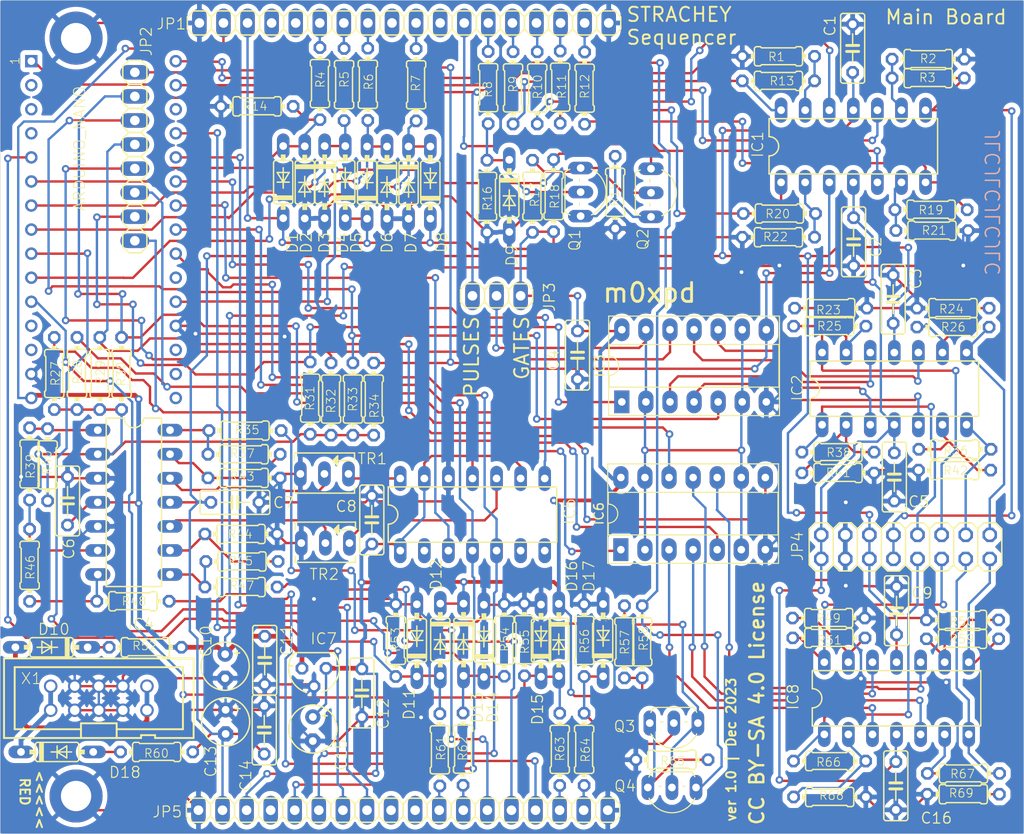
<source format=kicad_pcb>
(kicad_pcb (version 20221018) (generator pcbnew)
  (layers (0 "F.Cu" signal) (31 "B.Cu" signal) (34 "B.Paste" user) (35 "F.Paste" user) (36 "B.SilkS" user "B.Silkscreen") (37 "F.SilkS" user "F.Silkscreen") (38 "B.Mask" user) (39 "F.Mask" user) (44 "Edge.Cuts" user))
  (net 0 "")
  (net 1 "GND")
  (net 2 "5V")
  (net 3 "Net-(D1-PadC)")
  (net 4 "/TURING_UC")
  (net 5 "/LENGTH_UC")
  (net 6 "/SPAN_UC")
  (net 7 "/TUNE_UC")
  (net 8 "/DENSITY_UC")
  (net 9 "/WRITE_UC")
  (net 10 "Net-(D14-PadC)")
  (net 11 "/MODE_UC")
  (net 12 "Net-(X2I-KL)")
  (net 13 "Net-(D17-PadC)")
  (net 14 "Net-(D18-PadA)")
  (net 15 "Net-(X2A-KL)")
  (net 16 "/G1")
  (net 17 "/G2")
  (net 18 "/G3")
  (net 19 "/G4")
  (net 20 "/G5")
  (net 21 "/G6")
  (net 22 "+12V")
  (net 23 "+5V")
  (net 24 "-12V")
  (net 25 "/G7")
  (net 26 "/G8")
  (net 27 "Net-(IC1A--IN)")
  (net 28 "Net-(IC1B--IN)")
  (net 29 "DAC_SCK")
  (net 30 "DAC_SDI")
  (net 31 "/DAC_CS")
  (net 32 "/DAC_LDAC")
  (net 33 "Net-(IC1C--IN)")
  (net 34 "Net-(IC1D--IN)")
  (net 35 "Net-(IC4-DACB)")
  (net 36 "Net-(IC4-DACA)")
  (net 37 "Net-(IC5A-OUT)")
  (net 38 "Net-(IC5A--IN)")
  (net 39 "Net-(IC5B--IN)")
  (net 40 "Net-(IC5B-OUT)")
  (net 41 "Net-(IC5C-OUT)")
  (net 42 "Net-(IC5C--IN)")
  (net 43 "Net-(IC5C-+IN)")
  (net 44 "/G1_EXP")
  (net 45 "Net-(IC5D-+IN)")
  (net 46 "Net-(IC5D--IN)")
  (net 47 "/GATEBPIN_UC")
  (net 48 "Net-(IC5D-OUT)")
  (net 49 "CYCLE_0")
  (net 50 "Net-(IC6A--IN)")
  (net 51 "/CK")
  (net 52 "Net-(IC6B--IN)")
  (net 53 "Net-(IC6C--IN)")
  (net 54 "Net-(IC6D--IN)")
  (net 55 "Net-(IC7A-OUT)")
  (net 56 "/G2_EXP")
  (net 57 "Net-(IC7A--IN)")
  (net 58 "/G3_EXP")
  (net 59 "/G4_EXP")
  (net 60 "Net-(IC7B--IN)")
  (net 61 "/G5_EXP")
  (net 62 "Net-(IC7B-OUT)")
  (net 63 "/G6_EXP")
  (net 64 "Net-(IC7C--IN)")
  (net 65 "/G7_EXP")
  (net 66 "Net-(IC7D--IN)")
  (net 67 "/G8_EXP")
  (net 68 "TURING")
  (net 69 "TUNE")
  (net 70 "WRITE")
  (net 71 "DENSITY")
  (net 72 "CLK_IN")
  (net 75 "G1OUT")
  (net 76 "CYCLEOUT")
  (net 79 "LATCHPIN")
  (net 80 "LATCHPIN2")
  (net 81 "LENGTH")
  (net 82 "SPAN")
  (net 83 "DACAOUT")
  (net 84 "DACBOUT")
  (net 85 "DACYOUT")
  (net 88 "MODE")
  (net 89 "EVOLVE")
  (net 91 "Net-(Q1-PadE)")
  (net 92 "Net-(Q1-PadC)")
  (net 93 "/CLK")
  (net 94 "Net-(Q3-PadE)")
  (net 95 "Net-(Q3-PadC)")
  (net 96 "/EVOLVE_UC")
  (net 97 "Net-(IC7D-OUT)")
  (net 107 "GATEBPIN")
  (net 108 "GATEAPIN")
  (net 109 "Net-(IC1A-+IN)")
  (net 110 "Net-(IC1B-+IN)")
  (net 111 "Net-(IC1C-+IN)")
  (net 112 "Net-(IC1D-+IN)")
  (net 113 "Net-(IC6D-+IN)")
  (net 114 "Net-(IC6C-+IN)")
  (net 115 "Net-(IC6A-+IN)")
  (net 116 "GATEAPIN_UC")
  (net 117 "EXP_SEL")
  (net 118 "Net-(IC6B-+IN)")
  (footprint "main board:DO35-7" (layer "F.Cu") (at 138.65 122.675 90)
    (fp_text reference "D11")
    (fp_text value "BAT42")
  )
  (footprint "main board:1X08" (layer "F.Cu") (at 108.9 71.6 -90)
    (fp_text reference "JP2")
    (fp_text value "PINHD-1X8")
  )
  (footprint "main board:0204_7" (layer "F.Cu") (at 141.075 134.225 90)
    (fp_text reference "R61")
    (fp_text value "10k")
  )
  (footprint "main board:0204_7" (layer "F.Cu") (at 147.875 122.65 -90)
    (fp_text reference "R54")
    (fp_text value "1M")
  )
  (footprint "main board:0204_7" (layer "F.Cu") (at 156.35 64.375 -90)
    (fp_text reference "R12")
    (fp_text value "470")
  )
  (footprint "main board:0204_7" (layer "F.Cu") (at 107.5 94.5 -90)
    (fp_text reference "R30")
    (fp_text value "R-EU_0204/7")
  )
  (footprint "main board:DO35-7" (layer "F.Cu") (at 148.4 75.75 -90)
    (fp_text reference "D9")
    (fp_text value "1N4148DO35-7" hide)
  )
  (footprint "main board:DIL14" (layer "F.Cu") (at 189.02 96.1)
    (fp_text reference "IC2")
    (fp_text value "TL084P" hide)
  )
  (footprint "main board:DIL14" (layer "F.Cu") (at 189.255 128.785)
    (fp_text reference "IC8")
    (fp_text value "TL084P" hide)
  )
  (footprint "main board:1X18" (layer "F.Cu") (at 137.2 140.6)
    (fp_text reference "JP5")
    (fp_text value "PINHD-1X18")
  )
  (footprint "main board:0204_7" (layer "F.Cu") (at 159.575 75.375 -90)
    (fp_text reference "R15")
    (fp_text value "470R")
  )
  (footprint "main board:0204_7" (layer "F.Cu") (at 120.425 103.025 180)
    (fp_text reference "R37")
    (fp_text value "R-EU_0204/7")
  )
  (footprint "main board:E2,5-5" (layer "F.Cu") (at 118.475 131.275 -90)
    (fp_text reference "C13")
    (fp_text value "22u")
  )
  (footprint "main board:0204_7" (layer "F.Cu") (at 192.595 61.315)
    (fp_text reference "R2")
    (fp_text value "10K")
  )
  (footprint "main board:0204_7" (layer "F.Cu") (at 196.315 136.71 180)
    (fp_text reference "R67")
    (fp_text value "10K")
  )
  (footprint "main board:0204_7" (layer "F.Cu") (at 195.21 87.6 180)
    (fp_text reference "R24")
    (fp_text value "10K")
  )
  (footprint "main board:TO92-EBC" (layer "F.Cu") (at 157.2 75.35 -90)
    (fp_text reference "Q1")
    (fp_text value "BC546")
  )
  (footprint "main board:DO35-7" (layer "F.Cu") (at 145.725 122.725 90)
    (fp_text reference "D14")
    (fp_text value "BAT42")
  )
  (footprint "main board:0204_7" (layer "F.Cu") (at 192.595 63.315 180)
    (fp_text reference "R3")
    (fp_text value "10K")
  )
  (footprint "main board:0204_7" (layer "F.Cu") (at 131.9 97.2 -90)
    (fp_text reference "R33")
    (fp_text value "R-EU_0204/7")
  )
  (footprint "main board:0204_7" (layer "F.Cu") (at 102.8 94.5 -90)
    (fp_text reference "R28")
    (fp_text value "R-EU_0204/7")
  )
  (footprint "main board:C050-025X075" (layer "F.Cu") (at 189.255 119.545 -90)
    (fp_text reference "C9")
    (fp_text value "0.1u")
  )
  (footprint "main board:ARDUINO_NANO" (layer "F.Cu") (at 105.6 81.85 -90)
    (fp_text reference "U$1" hide)
    (fp_text value "ARDUINO_NANO")
  )
  (footprint "main board:DO35-7" (layer "F.Cu") (at 100.11 123.4 180)
    (fp_text reference "D10")
    (fp_text value "1N5817")
  )
  (footprint "main board:0204_7" (layer "F.Cu") (at 182.31 87.6)
    (fp_text reference "R23")
    (fp_text value "10K")
  )
  (footprint "main board:0204_7" (layer "F.Cu") (at 100.4 94.5 -90)
    (fp_text reference "R27")
    (fp_text value "R-EU_0204/7")
  )
  (footprint "main board:0204_7" (layer "F.Cu") (at 99.7 104.14 90)
    (fp_text reference "R40")
    (fp_text value "R-EU_0204/7")
  )
  (footprint "Package_DIP:DIP-14_W7.62mm_Socket_LongPads" (layer "F.Cu") (at 160.275 97.5 90)
    (fp_text reference "IC3")
    (fp_text value "4081")
  )
  (footprint "main board:0204_7" (layer "F.Cu") (at 138.575 64.025 -90)
    (fp_text reference "R7")
    (fp_text value "10k")
  )
  (footprint "main board:0204_7" (layer "F.Cu") (at 120.2 114.34 180)
    (fp_text reference "R45")
    (fp_text value "R-EU_0204/7")
  )
  (footprint "main board:0204_7" (layer "F.Cu") (at 129.6 97.2 -90)
    (fp_text reference "R32")
    (fp_text value "R-EU_0204/7")
  )
  (footprint "main board:0204_7" (layer "F.Cu") (at 160.55 122.825 90)
    (fp_text reference "R57")
    (fp_text value "10k")
  )
  (footprint "main board:DO35-7" (layer "F.Cu") (at 135.5 74.35 -90)
    (fp_text reference "D6")
    (fp_text value "BAT42" hide)
  )
  (footprint "main board:0204_7" (layer "F.Cu") (at 146.175 64.325 90)
    (fp_text reference "R8")
    (fp_text value "100k")
  )
  (footprint "main board:TO92-EBC" (layer "F.Cu") (at 165.56 139.47 180)
    (fp_text reference "Q4")
    (fp_text value "BC546")
  )
  (footprint "main board:1X18" (layer "F.Cu") (at 137.3 57.5)
    (fp_text reference "JP1")
    (fp_text value "PINHD-1X18")
  )
  (footprint "Package_DIP:DIP-14_W7.62mm_Socket_LongPads" (layer "F.Cu") (at 160.175 113.1 90)
    (fp_text reference "IC6")
    (fp_text value "4081")
  )
  (footprint "main board:0204_7" (layer "F.Cu") (at 121.79 66.3)
    (fp_text reference "R14")
    (fp_text value "1M")
  )
  (footprint "main board:DO35-7" (layer "F.Cu") (at 126.825 74.325 -90)
    (fp_text reference "D2")
    (fp_text value "BAT42" hide)
  )
  (footprint "main board:0204_7" (layer "F.Cu") (at 120.525 100.525)
    (fp_text reference "R35")
    (fp_text value "R-EU_0204/7")
  )
  (footprint "main board:0204_7" (layer "F.Cu") (at 143.525 134.15 90)
    (fp_text reference "R62")
    (fp_text value "10k")
  )
  (footprint "main board:0204_7" (layer "F.Cu") (at 120.1 111.44 180)
    (fp_text reference "R44")
    (fp_text value "R-EU_0204/7")
  )
  (footprint "main board:0204_7" (layer "F.Cu") (at 195.21 89.6 180)
    (fp_text reference "R26")
    (fp_text value "10K")
  )
  (footprint "main board:B64Y" (layer "F.Cu") (at 128.9 105.1 180)
    (fp_text reference "TR1")
    (fp_text value "1k" hide)
  )
  (footprint "main board:DO35-7" (layer "F.Cu") (at 141.125 122.6 -90)
    (fp_text reference "D12")
    (fp_text value "BAT42")
  )
  (footprint "main board:0204_7" (layer "F.Cu") (at 153.075 75.725 90)
    (fp_text reference "R18")
    (fp_text value "10k")
  )
  (footprint "main board:0204_7" (layer "F.Cu") (at 176.795 61.015 180)
    (fp_text reference "R1")
    (fp_text value "10K" hide)
  )
  (footprint "main board:0204_7" (layer "F.Cu") (at 110 123.4 180)
    (fp_text reference "R52")
    (fp_text value "10")
  )
  (footprint "main board:DO35-7" (layer "F.Cu") (at 100.7 134.45)
    (fp_text reference "D18")
    (fp_text value "1N5817" hide)
  )
  (footprint "main board:DO35-7" (layer "F.Cu") (at 137.775 74.35 -90)
    (fp_text reference "D7")
    (fp_text value "BAT42" hide)
  )
  (footprint "main board:DO35-7" (layer "F.Cu") (at 158.3 122.65 90)
    (fp_text reference "D17")
    (fp_text value "1N4148DO35-7")
  )
  (footprint "main board:0204_7" (layer "F.Cu") (at 127.4 97.1 -90)
    (fp_text reference "R31")
    (fp_text value "R-EU_0204/7")
  )
  (footprint "main board:0204_7" (layer "F.Cu") (at 134.1 97.2 -90)
    (fp_text reference "R34")
    (fp_text value "R-EU_0204/7")
  )
  (footprint "main board:C050-025X075" (layer "F.Cu") (at 119.46 108.1 180)
    (fp_text reference "C7")
    (fp_text value "0.1u")
  )
  (footprint "main board:0204_7" (layer "F.Cu") (at 182.095 120.31)
    (fp_text reference "R49")
    (fp_text value "10K")
  )
  (footprint "main board:0204_7" (layer "F.Cu") (at 111.2 134.45 180)
    (fp_text reference "R60")
    (fp_text value "10")
  )
  (footprint "main board:PAK100_2500-10" (layer "F.Cu") (at 105.1 128.775)
    (fp_text reference "X1")
    (fp_text value "2510-" hide)
  )
  (footprint "main board:DIL14" (layer "F.Cu") (at 184.695 70.515)
    (fp_text reference "IC1")
    (fp_text value "TL084P")
  )
  (footprint "main board:DO35-7" (layer "F.Cu") (at 131.1 74.3 90)
    (fp_text reference "D4")
    (fp_text value "BAT42" hide)
  )
  (footprint "main board:0204_7" (layer "F.Cu") (at 130.975 64 -90)
    (fp_text reference "R5")
    (fp_text value "10k")
  )
  (footprint "main board:C050-025X075" (layer "F.Cu") (at 133.9 109.96 90)
    (fp_text reference "C8")
    (fp_text value "0.1u")
  )
  (footprint "main board:0204_7" (layer "F.Cu") (at 196.295 138.91 180)
    (fp_text reference "R69")
    (fp_text value "10K")
  )
  (footprint "main board:C050-025X075" (layer "F.Cu") (at 132.85 128.225 -90)
    (fp_text reference "C12")
    (fp_text value "0.1u")
  )
  (footprint "main board:0204_7" (layer "F.Cu") (at 195.38 104.7 180)
    (fp_text reference "R42")
    (fp_text value "10K")
  )
  (footprint "main board:0204_7" (layer "F.Cu") (at 108.7 118.54)
    (fp_text reference "R48")
    (fp_text value "R-EU_0204/7")
  )
  (footprint "main board:0204_7" (layer "F.Cu") (at 120.425 105.525 180)
    (fp_text reference "R43")
    (fp_text value "R-EU_0204/7")
  )
  (footprint "main board:DO35-7" (layer "F.Cu") (at 151.75 122.7 90)
    (fp_text reference "D15")
    (fp_text value "BAT42")
  )
  (footprint "main board:0204_7" (layer "F.Cu") (at 156.3 122.675 90)
    (fp_text reference "R56")
    (fp_text value "1M")
  )
  (footprint "main board:DO35-7" (layer "F.Cu") (at 140.075 74.35 90)
    (fp_text reference "D8")
    (fp_text value "BAT42" hide)
  )
  (footprint "main board:0204_7" (layer "F.Cu") (at 182.195 135.41)
    (fp_text reference "R66")
    (fp_text value "10K")
  )
  (footprint "main board:C050-025X075" (layer "F.Cu") (at 189.18 138.02 -90)
    (fp_text reference "C16")
    (fp_text value "0.1u")
  )
  (footprint "main board:0204_7" (layer "F.Cu") (at 183.08 102.8)
    (fp_text reference "R38")
    (fp_text value "10K")
  )
  (footprint "main board:0204_7" (layer "F.Cu") (at 146.05 75.8 -90)
    (fp_text reference "R16")
    (fp_text value "1M")
  )
  (footprint "main board:0204_7" (layer "F.Cu") (at 176.795 80.115 180)
    (fp_text reference "R22")
    (fp_text value "10K")
  )
  (footprint "main board:0204_7" (layer "F.Cu") (at 182.115 122.41)
    (fp_text reference "R51")
    (fp_text value "10K")
  )
  (footprint "MountingHole:MountingHole_3.2mm_M3_DIN965_Pad_TopBottom" (layer "F.Cu") (at 102.7 139.1)
    (fp_text reference "H2" hide)
    (fp_text value "MountingHole_Pad" hide)
  )
  (footprint "main board:DO35-7" (layer "F.Cu") (at 124.55 74.3 90)
    (fp_text reference "D1")
    (fp_text value "BAT42" hide)
  )
  (footprint "main board:0204_7" (layer "F.Cu") (at 182.205 139.2)
    (fp_text reference "R68")
    (fp_text value "10K" hide)
  )
  (footprint "main board:0204_7" (layer "F.Cu") (at 176.895 77.615)
    (fp_text reference "R20")
    (fp_text value "10K")
  )
  (footprint "main board:0204_7" (layer "F.Cu") (at 150.85 75.79 90)
    (fp_text reference "R17")
    (fp_text value "10k")
  )
  (footprint "main board:0204_7" (layer "F.Cu") (at 153.725 134.175 90)
    (fp_text reference "R63")
    (fp_text value "10k")
  )
  (footprint "main board:0204_7" (layer "F.Cu") (at 136.425 122.675 -90)
    (fp_text reference "R53")
    (fp_text value "1M")
  )
  (footprint "main board:0204_7" (layer "F.Cu") (at 196.215 122.51 180)
    (fp_text reference "R59")
    (fp_text value "10K")
  )
  (footprint "main board:0204_7" (layer "F.Cu") (at 192.895 77.215 180)
    (fp_text reference "R19")
    (fp_text value "10K")
  )
  (footprint "main board:C050-025X075" (layer "F.Cu") (at 188.9 86.66 -90)
    (fp_text reference "C3")
    (fp_text value "0.1u")
  )
  (footprint "main board:C050-025X075" (layer "F.Cu") (at 122.6 124.775 -90)
    (fp_text reference "C11")
    (fp_text value "0.1u")
  )
  (footprint "main board:0204_7" (layer "F.Cu") (at 151.35 64.35 -90)
    (fp_text reference "R10")
    (fp_text value "470")
  )
  (footprint "main board:0204_7" (layer "F.Cu") (at 192.995 79.415)
    (fp_text reference "R21")
    (fp_text value "10K")
  )
  (footprint "main board:0204_7" (layer "F.Cu") (at 162.425 122.825 90)
    (fp_text reference "R58")
    (fp_text value "10k")
  )
  (footprint "main board:E2,5-5" (layer "F.Cu") (at 127.675 132.025 -90)
    (fp_text reference "C15")
    (fp_text value "1u")
  )
  (footprint "main board:0204_7" (layer "F.Cu") (at 176.795 63.615)
    (fp_text reference "R13")
    (fp_text value "10K")
  )
  (footprint "main board:C050-025X075" (layer "F.Cu") (at 184.725 80.6 -90)
    (fp_text reference "C2")
    (fp_text value "0.1u")
  )
  (footprint "main board:DO35-7" (layer "F.Cu") (at 153.625 122.625 -90)
    (fp_text reference "D16")
    (fp_text value "BAT42")
  )
  (footprint "main board:TO92-EBC" (layer "F.Cu") (at 164.625 75.425 -90)
    (fp_text reference "Q2")
    (fp_text value "BC546")
  )
  (footprint "main board:2X08" (layer "F.Cu") (at 190.2 112.8 180)
    (fp_text reference "JP4")
    (fp_text value "PINHD-2X8")
  )
  (footprint "main board:78LXX" (layer "F.Cu") (at 127.800207 125.616979 180)
    (fp_text reference "IC7")
    (fp_text value "78LXX")
  )
  (footprint "main board:0204_7" (layer "F.Cu") (at 128.425 63.9 -90)
    (fp_text reference "R4")
    (fp_text value "10k")
  )
  (footprint "main board:C050-025X075" (layer "F.Cu") (at 189.02 105.425 -90)
    (fp_text reference "C5")
    (fp_text value "0.1u")
  )
  (footprint "main board:C050-025X075" (layer "F.Cu") (at 101.8 107.96 90)
    (fp_text reference "C6")
    (fp_text value "0.1u")
  )
  (footprint "main board:0204_7" (layer "F.Cu") (at 183.08 105)
    (fp_text reference "R41")
    (fp_text value "10K")
  )
  (footprint "main board:DO35-7" (layer "F.Cu") (at 133.4 74.35 90)
    (fp_text reference "D5")
    (fp_text value "BAT42" hide)
  )
  (footprint "main board:0204_7" (layer "F.Cu") (at 150 122.6 -90)
    (fp_text reference "R55")
    (fp_text value "1M")
  )
  (footprint "main board:0204_7" (layer "F.Cu") (at 182.21 89.5)
    (fp_text reference "R25")
    (fp_text value "10K")
  )
  (footprint "main board:C050-025X075" (layer "F.Cu") (at 184.625 60.175 -90)
    (fp_text reference "C1")
    (fp_text value "0.1u" hide)
  )
  (footprint "main board:0204_7" (layer "F.Cu") (at 97.8 114.74 -90)
    (fp_text reference "R46")
    (fp_text value "R-EU_0204/7")
  )
  (footprint "main board:0204_7" (layer "F.Cu") (at 153.775 64.275 -90)
    (fp_text reference "R11")
    (fp_text value "470")
  )
  (footprint "main board:0204_7" (layer "F.Cu") (at 133.475 63.975 -90)
    (fp_text reference "R6")
    (fp_text value "1k")
  )
  (footprint "main board:E2,5-5" (layer "F.Cu") (at 118.425 125.4 -90)
    (fp_text reference "C10")
    (fp_text value "22u")
  )
  (footprint "main board:0204_7" (layer "F.Cu") (at 196.215 120.51 180)
    (fp_text reference "R50")
    (fp_text value "10K")
  )
  (footprint "main board:TO92-EBC" (layer "F.Cu") (at 165.76 132.67 180)
    (fp_text reference "Q3")
    (fp_text value "BC546")
  )
  (footprint "MountingHole:MountingHole_3.2mm_M3_DIN965_Pad_TopBottom" (layer "F.Cu") (at 102.7 59.1)
    (fp_text reference "H1" hide)
    (fp_text value "MountingHole_Pad" hide)
  )
  (footprint "main board:1X03" (layer "F.Cu") (at 147.06 86.3 180)
    (fp_text reference "JP3")
    (fp_text value "PINHD-1X3")
  )
  (footprint "main board:DO35-7" (layer "F.Cu") (at 143.575 122.6 -90)
    (fp_text reference "D13")
    (fp_text value "BAT42")
  )
  (footprint "main board:B64Y" (layer "F.Cu") (at 129 112.4 180)
    (fp_text reference "TR2")
    (fp_text value "1k" hide)
  )
  (footprint "main board:0204_7" (layer "F.Cu") (at 165.56 135.27 180)
    (fp_text reference "R65")
    (fp_text value "470R")
  )
  (footprint "main board:C050-025X075" (layer "F.Cu") (at 155.6 92.56 -90)
    (fp_text reference "C4")
    (fp_text value "0.1u")
  )
  (footprint "main board:C050-025X075" (layer "F.Cu") (at 122.55 132.125 -90)
    (fp_text reference "C14")
    (fp_text value "0.1u")
  )
  (footprint "main board:DIL14" (layer "F.Cu") (at 108.8 108.1 -90)
    (fp_text reference "IC4")
    (fp_text value "TL084P" hide)
  )
  (footprint "main board:0204_7" (layer "F.Cu") (at 156.3 134.175 -90)
    (fp_text reference "R64")
    (fp_text value "100k")
  )
  (footprint "main board:DIL14" (layer "F.Cu") (at 144.52 109.39)
    (fp_text reference "IC5")
    (fp_text value "MCP9422" hide)
  )
  (footprint "main board:0204_7" (layer "F.Cu") (at 120.1 117.04)
    (fp_text reference "R47")
    (fp_text value "R-EU_0204/7")
  )
  (footprint "main board:DO35-7" (layer "F.Cu") (at 128.925 74.3 -90)
    (fp_text reference "D3")
    (fp_text value "BAT42" hide)
  )
  (footprint "main board:0204_7" (layer "F.Cu") (at 195.41 102.5 180)
    (fp_text reference "R36")
    (fp_text value "10K")
  )
  (footprint "main board:0204_7" (layer "F.Cu") (at 97.8 104.04 -90)
    (fp_text reference "R39")
    (fp_text value "R-EU_0204/7")
  )
  (footprint "main board:0204_7" (layer "F.Cu") (at 105.2 94.5 -90)
    (fp_text reference "R29")
    (fp_text value "R-EU_0204/7")
  )
  (footprint "main board:0204_7" (layer "F.Cu") (at 148.8 64.35 -90)
    (fp_text reference "R9")
    (fp_text value "470")
  )
  (gr_line (start 202.7 55.1) (end 94.7 55.1) (stroke (width 0.05)) (layer "Edge.Cuts"))
  (gr_line (start 202.7 143.1) (end 202.7 55.1) (stroke (width 0.05)) (layer "Edge.Cuts"))
  (gr_line (start 94.7 143.1) (end 202.7 143.1) (stroke (width 0.05)) (layer "Edge.Cuts"))
  (gr_line (start 94.7 55.1) (end 94.7 143.1) (stroke (width 0.05)) (layer "Edge.Cuts"))
  (gr_text "JLCJLCJLCJLC" (at 200.3 68.65 90) (layer "B.SilkS") (effects (font (size 1.5 1.5)) (justify left bottom mirror)))
  (gr_text "PULSES" (at 145.3 97.1 90) (layer "F.SilkS") (effects (font (size 1.5 1.5) (thickness 0.2)) (justify left bottom)))
  (gr_text "CC BY-SA 4.0 License" (at 175.4 142.3 90) (layer "F.SilkS") (effects (font (size 1.5 1.5) (thickness 0.25) bold) (justify left bottom)))
  (gr_text "ver 1.0 | Dec 2023" (at 172.4 141.9 90) (layer "F.SilkS") (effects (font (size 1 1) (thickness 0.2) bold) (justify left bottom)))
  (gr_text "Main Board" (at 187.95 57.75) (layer "F.SilkS") (effects (font (size 1.5 1.5) (thickness 0.2)) (justify left bottom)))
  (gr_text "GATES" (at 150.6 95.3 90) (layer "F.SilkS") (effects (font (size 1.5 1.5) (thickness 0.2)) (justify left bottom)))
  (gr_text "<<<<<\n RED" (at 96.7 136.3 270) (layer "F.SilkS") (effects (font (size 1 1) (thickness 0.2)) (justify left bottom)))
  (gr_text "m0xpd" (at 158.1 87.15) (layer "F.SilkS") (effects (font (size 2 2) (thickness 0.3)) (justify left bottom)))
  (gr_text "STRACHEY \nSequencer" (at 160.65 59.9) (layer "F.SilkS") (effects (font (size 1.5 1.5) (thickness 0.2)) (justify left bottom)))
  (segment (start 105.1 127.505) (end 107.64 127.505) (width 0.25) (layer "F.Cu") (net 1))
  (segment (start 112.85 137.75) (end 115.61 140.51) (width 0.25) (layer "F.Cu") (net 1))
  (segment (start 150 120.3) (end 150.6 120.9) (width 0.25) (layer "F.Cu") (net 1))
  (segment (start 128.925 78.11) (end 128.925 77.275) (width 0.25) (layer "F.Cu") (net 1))
  (segment (start 189 83.14) (end 196.16 83.14) (width 0.25) (layer "F.Cu") (net 1))
  (segment (start 151.65 118.79) (end 151.75 118.89) (width 0.25) (layer "F.Cu") (net 1))
  (segment (start 142.24 75.8) (end 146.05 79.61) (width 0.25) (layer "F.Cu") (net 1))
  (segment (start 130.1 76.1) (end 134.4 76.1) (width 0.25) (layer "F.Cu") (net 1))
  (segment (start 156.3 118.865) (end 158.275 118.865) (width 0.25) (layer "F.Cu") (net 1))
  (segment (start 105.1 130.045) (end 107.64 130.045) (width 0.25) (layer "F.Cu") (net 1))
  (segment (start 145.725 118.915) (end 147.8 118.915) (width 0.25) (layer "F.Cu") (net 1))
  (segment (start 112.85 131.05) (end 112.85 137.75) (width 0.25) (layer "F.Cu") (net 1))
  (segment (start 191.4 87.6) (end 186.12 87.6) (width 0.25) (layer "F.Cu") (net 1))
  (segment (start 160.485 79.185) (end 161.415 80.115) (width 0.25) (layer "F.Cu") (net 1))
  (segment (start 177.32 113.22) (end 175.42 113.22) (width 0.25) (layer "F.Cu") (net 1))
  (segment (start 127.593228 127.315) (end 127.800207 127.521979) (width 0.25) (layer "F.Cu") (net 1))
  (segment (start 126.36 105.1) (end 124.66 105.1) (width 0.25) (layer "F.Cu") (net 1))
  (segment (start 180.4 116.3) (end 177.32 113.22) (width 0.25) (layer "F.Cu") (net 1))
  (segment (start 108.55 125.55) (end 107.64 126.46) (width 0.25) (layer "F.Cu") (net 1))
  (segment (start 161.415 80.115) (end 172.985 80.115) (width 0.25) (layer "F.Cu") (net 1))
  (segment (start 133.22 108.1) (end 133.9 107.42) (width 0.25) (layer "F.Cu") (net 1))
  (segment (start 134.48 108) (end 141.7 108) (width 0.25) (layer "F.Cu") (net 1))
  (segment (start 138.65 118.865) (end 138.65 119.85) (width 0.25) (layer "F.Cu") (net 1))
  (segment (start 115.2 90.3) (end 115.3 90.3) (width 0.25) (layer "F.Cu") (net 1))
  (segment (start 150.16 77.8) (end 148.4 79.56) (width 0.25) (layer "F.Cu") (net 1))
  (segment (start 191.4 86.62) (end 191.4 87.6) (width 0.25) (layer "F.Cu") (net 1))
  (segment (start 185.905 120.31) (end 192.205 120.31) (width 0.25) (layer "F.Cu") (net 1))
  (segment (start 104.99 105.56) (end 101.94 105.56) (width 0.25) (layer "F.Cu") (net 1))
  (segment (start 187.36 140.56) (end 187.36 140.545) (width 0.25) (layer "F.Cu") (net 1))
  (segment (start 139.065 130.765) (end 139.1 130.8) (width 0.25) (layer "F.Cu") (net 1))
  (segment (start 184.725 83.14) (end 189 83.14) (width 0.25) (layer "F.Cu") (net 1))
  (segment (start 126.825 78.135) (end 128.9 78.135) (width 0.25) (layer "F.Cu") (net 1))
  (segment (start 141.7 108) (end 141.98 107.72) (width 0.25) (layer "F.Cu") (net 1))
  (segment (start 101.8 105.42) (end 96.92 105.42) (width 0.25) (layer "F.Cu") (net 1))
  (segment (start 134.4 76.1) (end 135.5 77.2) (width 0.25) (layer "F.Cu") (net 1))
  (segment (start 159.575 79.185) (end 154.785 79.185) (width 0.25) (layer "F.Cu") (net 1))
  (segment (start 115.3 90.3) (end 124.4 90.3) (width 0.25) (layer "F.Cu") (net 1))
  (segment (start 104.2 140.6) (end 102.7 139.1) (width 0.25) (layer "F.Cu") (net 1))
  (segment (start 118.475 130.005) (end 122.13 130.005) (width 0.25) (layer "F.Cu") (net 1))
  (segment (start 155.6 120.9) (end 156.3 120.2) (width 0.25) (layer "F.Cu") (net 1))
  (segment (start 145 120.7) (end 145.725 119.975) (width 0.25) (layer "F.Cu") (net 1))
  (segment (start 150 118.79) (end 150 120.3) (width 0.25) (layer "F.Cu") (net 1))
  (segment (start 192.485 138.91) (end 190.835 140.56) (width 0.25) (layer "F.Cu") (net 1))
  (segment (start 137.775 78.16) (end 135.5 78.16) (width 0.25) (layer "F.Cu") (net 1))
  (segment (start 127.675 133.295) (end 130.32 133.295) (width 0.25) (layer "F.Cu") (net 1))
  (segment (start 122.6 127.315) (end 127.593228 127.315) (width 0.25) (layer "F.Cu") (net 1))
  (segment (start 101.94 105.56) (end 101.8 105.42) (width 0.25) (layer "F.Cu") (net 1))
  (segment (start 110.8 125.55) (end 108.55 125.55) (width 0.25) (layer "F.Cu") (net 1))
  (segment (start 138.65 119.85) (end 139.5 120.7) (width 0.25) (layer "F.Cu") (net 1))
  (segment (start 127.8 118.3) (end 127.7 118.3) (width 0.25) (layer "F.Cu") (net 1))
  (segment (start 136.425 118.865) (end 138.65 118.865) (width 0.25) (layer "F.Cu") (net 1))
  (segment (start 111.4 126.67) (end 111.4 126.15) (width 0.25) (layer "F.Cu") (net 1))
  (segment (start 124.87 112.4) (end 123.91 111.44) (width 0.25) (layer "F.Cu") (net 1))
  (segment (start 156.3 120.2) (end 156.3 118.865) (width 0.25) (layer "F.Cu") (net 1))
  (segment (start 128.925 77.275) (end 130.1 76.1) (width 0.25) (layer "F.Cu") (net 1))
  (segment (start 145.725 119.975) (end 145.725 118.915) (width 0.25) (layer "F.Cu") (net 1))
  (segment (start 187.36 140.545) (end 186.015 139.2) (width 0.25) (layer "F.Cu") (net 1))
  (segment (start 191.57 104.7) (end 187.19 104.7) (width 0.25) (layer "F.Cu") (net 1))
  (segment (start 104.3 57.5) (end 102.7 59.1) (width 0.25) (layer "F.Cu") (net 1))
  (segment (start 96.92 105.42) (end 96.9 105.4) (width 0.25) (layer "F.Cu") (net 1))
  (segment (start 135.86 118.3) (end 127.8 118.3) (width 0.25) (layer "F.Cu") (net 1))
  (segment (start 139.5 120.7) (end 145 120.7) (width 0.25) (layer "F.Cu") (net 1))
  (segment (start 111.4 126.15) (end 110.8 125.55) (width 0.25) (layer "F.Cu") (net 1))
  (segment (start 183.9 116.9) (end 183.3 116.3) (width 0.25) (layer "F.Cu") (net 1))
  (segment (start 122.13 130.005) (end 122.55 129.585) (width 0.25) (layer "F.Cu") (net 1))
  (segment (start 102.56 130.045) (end 105.1 130.045) (width 0.25) (layer "F.Cu") (net 1))
  (segment (start 115.71 57.5) (end 104.3 57.5) (width 0.25) (layer "F.Cu") (net 1))
  (segment (start 154.785 79.185) (end 153.5 77.9) (width 0.25) (layer "F.Cu") (net 1))
  (segment (start 188.9 83.24) (end 189 83.14) (width 0.25) (layer "F.Cu") (net 1))
  (segment (start 183.3 116.3) (end 180.4 116.3) (width 0.25) (layer "F.Cu") (net 1))
  (segment (start 128.9 78.135) (end 128.925 78.11) (width 0.25) (layer "F.Cu") (net 1))
  (segment (start 118.425 126.67) (end 111.4 126.67) (width 0.25) (layer "F.Cu") (net 1))
  (segment (start 149.95 118.84) (end 150 118.79) (width 0.25) (layer "F.Cu") (net 1))
  (segment (start 183.805 117.005) (end 183.8 117) (width 0.25) (layer "F.Cu") (net 1))
  (segment (start 189.18 140.56) (end 187.36 140.56) (width 0.25) (layer "F.Cu") (net 1))
  (segment (start 189.02 107.965) (end 184.135 107.965) (width 0.25) (layer "F.Cu") (net 1))
  (segment (start 113.22 89.47) (end 114.37 89.47) (width 0.25) (layer "F.Cu") (net 1))
  (segment (start 147.875 118.84) (end 149.95 118.84) (width 0.25) (layer "F.Cu") (net 1))
  (segment (start 188.9 84.12) (end 191.4 86.62) (width 0.25) (layer "F.Cu") (net 1))
  (segment (start 189.14 140.6) (end 189.18 140.56) (width 0.25) (layer "F.Cu") (net 1))
  (segment (start 115.61 140.51) (end 115.61 140.6) (width 0.25) (layer "F.Cu") (net 1))
  (segment (start 189.255 117.005) (end 183.9 116.9) (width 0.25) (layer "F.Cu") (net 1))
  (segment (start 153.5 77.8) (end 150.16 77.8) (width 0.25) (layer "F.Cu") (net 1))
  (segment (start 130.32 133.295) (end 132.85 130.765) (width 0.25) (layer "F.Cu") (net 1))
  (segment (start 173.36 83.14) (end 172.9 83.8) (width 0.25) (layer "F.Cu") (net 1))
  (segment (start 141.98 107.72) (end 141.98 105.58) (width 0.25) (layer "F.Cu") (net 1))
  (segment (start 137.775 77.025) (end 139 75.8) (width 0.25) (layer "F.Cu") (net 1))
  (segment (start 124.66 105.1) (end 124.235 105.525) (width 0.25) (layer "F.Cu") (net 1))
  (segment (start 122 108.1) (end 133.22 108.1) (width 0.25) (layer "F.Cu") (net 1))
  (segment (start 132.85 130.765) (end 139.065 130.765) (width 0.25) (layer "F.Cu") (net 1))
  (segment (start 184 108.1) (end 183.9 108.1) (width 0.25) (layer "F.Cu") (net 1))
  (segment (start 183.9 116.9) (end 183.805 117.005) (width 0.25) (layer "F.Cu") (net 1))
  (segment (start 158.79 140.6) (end 189.14 140.6) (width 0.25) (layer "F.Cu") (net 1))
  (segment (start 126.46 112.4) (end 124.87 112.4) (width 0.25) (layer "F.Cu") (net 1))
  (segment (start 133.9 107.42) (end 134.48 108) (width 0.25) (layer "F.Cu") (net 1))
  (segment (start 137.775 78.16) (end 137.775 77.025) (width 0.25) (layer "F.Cu") (net 1))
  (segment (start 102.56 127.505) (end 105.1 127.505) (width 0.25) (layer "F.Cu") (net 1))
  (segment (start 148.35 79.61) (end 148.4 79.56) (width 0.25) (layer "F.Cu") (net 1))
  (segment (start 139 75.8) (end 142.24 75.8) (width 0.25) (layer "F.Cu") (net 1))
  (segment (start 153.5 77.9) (end 153.5 77.8) (width 0.25) (layer "F.Cu") (net 1))
  (segment (start 146.05 79.61) (end 148.35 79.61) (width 0.25) (layer "F.Cu") (net 1))
  (segment (start 190.835 140.56) (end 189.18 140.56) (width 0.25) (layer "F.Cu") (net 1))
  (segment (start 196.16 83.14) (end 196.2 83.1) (width 0.25) (layer "F.Cu") (net 1))
  (segment (start 150 118.79) (end 151.65 118.79) (width 0.25) (layer "F.Cu") (net 1))
  (segment (start 114.37 89.47) (end 115.2 90.3) (width 0.25) (layer "F.Cu") (net 1))
  (segment (start 194.5 127.1) (end 185.9 127.1) (width 0.25) (layer "F.Cu") (net 1))
  (segment (start 135.5 77.2) (end 135.5 78.16) (width 0.25) (layer "F.Cu") (net 1))
  (segment (start 184.725 83.14) (end 173.36 83.14) (width 0.25) (layer "F.Cu") (net 1))
  (segment (start 185.9 127.1) (end 185.5 126.7) (width 0.25) (layer "F.Cu") (net 1))
  (segment (start 159.575 79.185) (end 160.485 79.185) (width 0.25) (layer "F.Cu") (net 1))
  (segment (start 184.135 107.965) (end 184 108.1) (width 0.25) (layer "F.Cu") (net 1))
  (segment (start 136.425 118.865) (end 135.86 118.3) (width 0.25) (layer "F.Cu") (net 1))
  (segment (start 188.9 84.12) (end 188.9 83.24) (width 0.25) (layer "F.Cu") (net 1))
  (segment (start 147.8 118.915) (end 147.875 118.84) (width 0.25) (layer "F.Cu") (net 1))
  (segment (start 187.19 104.7) (end 186.89 105) (width 0.25) (layer "F.Cu") (net 1))
  (segment (start 107.64 126.46) (end 107.64 127.505) (width 0.25) (layer "F.Cu") (net 1))
  (segment (start 115.61 140.6) (end 104.2 140.6) (width 0.25) (layer "F.Cu") (net 1))
  (segment (start 150.6 120.9) (end 155.6 120.9) (width 0.25) (layer "F.Cu") (net 1))
  (segment (start 113.895 130.005) (end 112.85 131.05) (width 0.25) (layer "F.Cu") (net 1))
  (segment (start 192.205 120.31) (end 192.405 120.51) (width 0.25) (layer "F.Cu") (net 1))
  (segment (start 158.275 118.865) (end 158.3 118.84) (width 0.25) (layer "F.Cu") (net 1))
  (segment (start 124.4 90.3) (end 124.7 90.6) (width 0.25) (layer "F.Cu") (net 1))
  (segment (start 118.475 130.005) (end 113.895 130.005) (width 0.25) (layer "F.Cu") (net 1))
  (via (at 183.9 116.9) (size 0.8) (drill 0.4) (layers "F.Cu" "B.Cu") (net 1))
  (via (at 176.9 83.1) (size 0.8) (drill 0.4) (layers "F.Cu" "B.Cu") (net 1))
  (via (at 96.9 105.4) (size 0.8) (drill 0.4) (layers "F.Cu" "B.Cu") (net 1))
  (via (at 196.3 83.1) (size 0.8) (drill 0.4) (layers "F.Cu" "B.Cu") (net 1))
  (via (at 183.9 108.1) (size 0.8) (drill 0.4) (layers "F.Cu" "B.Cu") (net 1))
  (via (at 127.8 118.3) (size 0.8) (drill 0.4) (layers "F.Cu" "B.Cu") (net 1))
  (via (at 194.5 127.1) (size 0.8) (drill 0.4) (layers "F.Cu" "B.Cu") (net 1))
  (via (at 124.7 90.6) (size 0.8) (drill 0.4) (layers "F.Cu" "B.Cu") (net 1))
  (via (at 115.3 90.3) (size 0.8) (drill 0.4) (layers "F.Cu" "B.Cu") (net 1))
  (via (at 172.9 83.8) (size 0.8) (drill 0.4) (layers "F.Cu" "B.Cu") (net 1))
  (via (at 185.5 126.7) (size 0.8) (drill 0.4) (layers "F.Cu" "B.Cu") (net 1))
  (via (at 139.1 130.8) (size 0.8) (drill 0.4) (layers "F.Cu" "B.Cu") (net 1))
  (segment (start 191.57 106.47) (end 191.57 104.7) (width 0.25) (layer "B.Cu") (net 1))
  (segment (start 191.6 106.5) (end 191.57 106.47) (width 0.25) (layer "B.Cu") (net 1))
  (segment (start 192.485 138.91) (end 194.29 138.91) (width 0.25) (layer "B.Cu") (net 1))
  (segment (start 196.405 61.315) (end 198.485 61.315) (width 0.25) (layer "B.Cu") (net 1))
  (segment (start 126.1 129.222186) (end 126.1 131.72) (width 0.25) (layer "B.Cu") (net 1))
  (segment (start 158.815 79.185) (end 159.575 79.185) (width 0.25) (layer "B.Cu") (net 1))
  (segment (start 198.485 61.315) (end 198.5 61.3) (width 0.25) (layer "B.Cu") (net 1))
  (segment (start 124.235 105.865) (end 124.235 105.525) (width 0.25) (layer "B.Cu") (net 1))
  (segment (start 126.1 131.72) (end 127.675 133.295) (width 0.25) (layer "B.Cu") (net 1))
  (segment (start 122.55 127.365) (end 122.6 127.315) (width 0.25) (layer "B.Cu") (net 1))
  (segment (start 126.36 105.1) (end 126.36 112.3) (width 0.25) (layer "B.Cu") (net 1))
  (segment (start 126.46 114.46) (end 126.46 112.4) (width 0.25) (layer "B.Cu") (net 1))
  (segment (start 172.9 83.8) (end 172.985 83.715) (width 0.25) (layer "B.Cu") (net 1))
  (segment (start 185.5 123.8) (end 184.3 122.6) (width 0.25) (layer "B.Cu") (net 1))
  (segment (start 194.29 138.91) (end 195.7 137.5) (width 0.25) (layer "B.Cu") (net 1))
  (segment (start 99.3 95.8) (end 99.23 95.8) (width 0.25) (layer "B.Cu") (net 1))
  (segment (start 195.7 137.5) (end 195.7 129.6) (width 0.25) (layer "B.Cu") (net 1))
  (segment (start 158.3 120.1) (end 158.3 118.84) (width 0.25) (layer "B.Cu") (net 1))
  (segment (start 100.8 122.5) (end 102 121.3) (width 0.25) (layer "B.Cu") (net 1))
  (segment (start 196.405 57.795) (end 196.405 61.315) (width 0.25) (layer "B.Cu") (net 1))
  (segment (start 122 108.1) (end 124.235 105.865) (width 0.25) (layer "B.Cu") (net 1))
  (segment (start 158.79 135.2) (end 158.79 129.21) (width 0.25) (layer "B.Cu") (net 1))
  (segment (start 99.3 97.6) (end 99.3 95.8) (width 0.25) (layer "B.Cu") (net 1))
  (segment (start 115.85 65.85) (end 116.3 66.3) (width 0.25) (layer "B.Cu") (net 1))
  (segment (start 140 120.7) (end 140 129.1) (width 0.25) (layer "B.Cu") (net 1))
  (segment (start 157.6 80.4) (end 158.815 79.185) (width 0.25) (layer "B.Cu") (net 1))
  (segment (start 196.435 57.635) (end 196.5 57.7) (width 0.25) (layer "B.Cu") (net 1))
  (segment (start 189.02 107.965) (end 190.135 107.965) (width 0.25) (layer "B.Cu") (net 1))
  (segment (start 196.5 57.7) (end 196.405 57.795) (width 0.25) (layer "B.Cu") (net 1))
  (segment (start 135.3 108.82) (end 133.9 107.42) (width 0.25) (layer "B.Cu") (net 1))
  (segment (start 97.20155 98.69845) (end 98.20155 98.69845) (width 0.25) (layer "B.Cu") (net 1))
  (segment (start 118.475 126.72) (end 118.425 126.67) (width 0.25) (layer "B.Cu") (net 1))
  (segment (start 101 124.8) (end 100.8 124.8) (width 0.25) (layer "B.Cu") (net 1))
  (segment (start 107.2 110) (end 106.56 110.64) (width 0.25) (layer "B.Cu") (net 1))
  (segment (start 104.99 105.56) (end 106.56 105.56) (width 0.25) (layer "B.Cu") (net 1))
  (segment (start 122 108.1) (end 122 109.53) (width 0.25) (layer "B.Cu") (net 1))
  (segment (start 177 111.64) (end 175.42 113.22) (width 0.25) (layer "B.Cu") (net 1))
  (segment (start 198.5 61.3) (end 198.5 79.4) (width 0.25) (layer "B.Cu") (net 1))
  (segment (start 175.52 97.52) (end 177 99) (width 0.25) (layer "B.Cu") (net 1))
  (segment (start 183.85 108.15) (end 183.85 111.53) (width 0.25) (layer "B.Cu") (net 1))
  (segment (start 96.4 101.3) (end 96.4 99.5) (width 0.25) (layer "B.Cu") (net 1))
  (segment (start 161.75 135.27) (end 158.86 135.27) (width 0.25) (layer "B.Cu") (net 1))
  (segment (start 118.475 130.005) (end 118.475 126.72) (width 0.25) (layer "B.Cu") (net 1))
  (segment (start 172.985 83.715) (end 172.985 80.115) (width 0.25) (layer "B.Cu") (net 1))
  (segment (start 138.65 118.865) (end 138.65 119.35) (width 0.25) (layer "B.Cu") (net 1))
  (segment (start 122 109.53) (end 123.91 111.44) (width 0.25) (layer "B.Cu") (net 1))
  (segment (start 102 112.9) (end 104.26 110.64) (width 0.25) (layer "B.Cu") (net 1))
  (segment (start 198.485 79.415) (end 198.5 79.4) (width 0.25) (layer "B.Cu") (net 1))
  (segment (start 96.9 101.8) (end 96.4 101.3) (width 0.25) (layer "B.Cu") (net 1))
  (segment (start 124.7 83) (end 126.825 80.875) (width 0.25) (layer "B.Cu") (net 1))
  (segment (start 194.5 128.4) (end 194.5 127.1) (width 0.25) (layer "B.Cu") (net 1))
  (segment (start 196.29 79.93) (end 196.805 79.415) (width 0.25) (layer "B.Cu") (net 1))
  (segment (start 185.905 120.31) (end 185.905 118.905) (width 0.25) (layer "B.Cu") (net 1))
  (segment (start 106.56 110.64) (end 104.99 110.64) (width 0.25) (layer "B.Cu") (net 1))
  (segment (start 139.1 130) (end 139.1 130.8) (width 0.25) (layer "B.Cu") (net 1))
  (segment (start 100.8 124.8) (end 100.8 122.5) (width 0.25) (layer "B.Cu") (net 1))
  (segment (start 184.3 121.2) (end 185.19 120.31) (width 0.25) (layer "B.Cu") (net 1))
  (segment (start 138.65 119.35) (end 140 120.7) (width 0.25) (layer "B.Cu") (net 1))
  (segment (start 190.135 107.965) (end 191.6 106.5) (width 0.25) (layer "B.Cu") (net 1))
  (segment (start 183.85 116.85) (end 183.85 114.07) (width 0.25) (layer "B.Cu") (net 1))
  (segment (start 124.7 90.6) (end 124.7 83) (width 0.25) (layer "B.Cu") (net 1))
  (segment (start 183.9 108.1) (end 183.85 108.15) (width 0.25) (layer "B.Cu") (net 1))
  (segment (start 127.8 118.3) (end 127.8 115.8) (width 0.25) (layer "B.Cu") (net 1))
  (segment (start 126.825 80.875) (end 126.825 78.135) (width 0.25) (layer "B.Cu") (net 1))
  (segment (start 105.1 130.045) (end 105.1 127.505) (width 0.25) (layer "B.Cu") (net 1))
  (segment (start 127.8 115.8) (end 126.46 114.46) (width 0.25) (layer "B.Cu") (net 1))
  (segment (start 107.2 106.2) (end 107.2 110) (width 0.25) (layer "B.Cu") (net 1))
  (segment (start 184.49 57.5) (end 184.625 57.635) (width 0.25) (layer "B.Cu") (net 1))
  (segment (start 184.625 57.635) (end 196.435 57.635) (width 0.25) (layer "B.Cu") (net 1))
  (segment (start 155.6 95.1) (end 155.6 92.8) (width 0.25) (layer "B.Cu") (net 1))
  (segment (start 175.52 97.52) (end 176.08 97.52) (width 0.25) (layer "B.Cu") (net 1))
  (segment (start 159.5 128.5) (end 159.5 121.3) (width 0.25) (layer "B.Cu") (net 1))
  (segment (start 183.85 114.07) (end 183.85 111.53) (width 0.25) (layer "B.Cu") (net 1))
  (segment (start 172.8 57.5) (end 184.49 57.5) (width 0.25) (layer "B.Cu") (net 1))
  (segment (start 102 121.3) (end 102 112.9) (width 0.25) (layer "B.Cu") (net 1))
  (segment (start 196.3 83.1) (end 196.29 83.09) (width 0.25) (layer "B.Cu") (net 1))
  (segment (start 96.4 99.5) (end 97.20155 98.69845) (width 0.25) (layer "B.Cu") (net 1))
  (segment (start 115.71 65.6) (end 115.71 65.71) (width 0.25) (layer "B.Cu") (net 1))
  (segment (start 96.9 105.4) (end 96.9 101.8) (width 0.25) (layer "B.Cu") (net 1))
  (segment (start 106.56 105.56) (end 107.2 106.2) (width 0.25) (layer "B.Cu") (net 1))
  (segment (start 185.19 120.31) (end 185.905 120.31) (width 0.25) (layer "B.Cu") (net 1))
  (segment (start 176.9 96.7) (end 176.9 83.1) (width 0.25) (layer "B.Cu") (net 1))
  (segment (start 196.29 83.09) (end 196.29 79.93) (width 0.25) (layer "B.Cu") (net 1))
  (segment (start 185.905 118.905) (end 183.9 116.9) (width 0.25) (layer "B.Cu") (net 1))
  (segment (start 158.79 129.21) (end 159.5 128.5) (width 0.25) (layer "B.Cu") (net 1))
  (segment (start 122.55 129.585) (end 122.55 127.365) (width 0.25) (layer "B.Cu") (net 1))
  (segment (start 155.6 92.8) (end 157.6 90.8) (width 0.25) (layer "B.Cu") (net 1))
  (segment (start 158.86 135.27) (end 158.79 135.2) (width 0.25) (layer "B.Cu") (net 1))
  (segment (start 172.985 61.015) (end 172.985 57.685) (width 0.25) (layer "B.Cu") (net 1))
  (segment (start 184.3 122.6) (end 184.3 121.2) (width 0.25) (layer "B.Cu") (net 1))
  (segment (start 102.56 127.505) (end 102.56 126.36) (width 0.25) (layer "B.Cu") (net 1))
  (segment (start 158.89 57.5) (end 172.8 57.5) (width 0.25) (layer "B.Cu") (net 1))
  (segment (start 158.79 140.6) (end 158.79 135.2) (width 0.25) (layer "B.Cu") (net 1))
  (segment (start 183.9 116.9) (end 183.85 116.85) (width 0.25) (layer "B.Cu") (net 1))
  (segment (start 196.805 79.415) (end 198.485 79.415) (width 0.25) (layer "B.Cu") (net 1))
  (segment (start 135.3 117.74) (end 135.3 108.82) (width 0.25) (layer "B.Cu") (net 1))
  (segment (start 102.56 126.36) (end 101 124.8) (width 0.25) (layer "B.Cu") (net 1))
  (segment (start 176.08 97.52) (end 176.9 96.7) (width 0.25) (layer "B.Cu") (net 1))
  (segment (start 195.7 129.6) (end 194.5 128.4) (width 0.25) (layer "B.Cu") (net 1))
  (segment (start 159.5 121.3) (end 158.3 120.1) (width 0.25) (layer "B.Cu") (net 1))
  (segment (start 126.36 112.3) (end 126.46 112.4) (width 0.25) (layer "B.Cu") (net 1))
  (segment (start 115.3 90.3) (end 115.3 66.4) (width 0.25) (layer "B.Cu") (net 1))
  (segment (start 99.23 95.8) (end 97.98 94.55) (width 0.25) (layer "B.Cu") (net 1))
  (segment (start 136.425 118.865) (end 135.3 117.74) (width 0.25) (layer "B.Cu") (net 1))
  (segment (start 104.26 110.64) (end 104.99 110.64) (width 0.25) (layer "B.Cu") (net 1))
  (segment (start 115.71 65.71) (end 115.85 65.85) (width 0.25) (layer "B.Cu") (net 1))
  (segment (start 157.6 90.8) (end 157.6 80.4) (width 0.25) (layer "B.Cu") (net 1))
  (segment (start 140 129.1) (end 139.1 130) (width 0.25) (layer "B.Cu") (net 1))
  (segment (start 115.3 66.4) (end 115.85 65.85) (width 0.25) (layer "B.Cu") (net 1))
  (segment (start 185.5 123.8) (end 185.5 126.7) (width 0.25) (layer "B.Cu") (net 1))
  (segment (start 172.985 57.685) (end 172.8 57.5) (width 0.25) (layer "B.Cu") (net 1))
  (segment (start 127.800207 127.521979) (end 126.1 129.222186) (width 0.25) (layer "B.Cu") (net 1))
  (segment (start 98.20155 98.69845) (end 99.3 97.6) (width 0.25) (layer "B.Cu") (net 1))
  (segment (start 115.71 65.6) (end 115.71 57.5) (width 0.25) (layer "B.Cu") (net 1))
  (segment (start 177 99) (end 177 111.64) (width 0.25) (layer "B.Cu") (net 1))
  (segment (start 116.3 66.3) (end 117.98 66.3) (width 0.25) (layer "B.Cu") (net 1))
  (segment (start 155.93 75.35) (end 150.35 75.35) (width 0.25) (layer "F.Cu") (net 3))
  (segment (start 148.35 71.99) (end 148.4 71.94) (width 0.25) (layer "F.Cu") (net 3))
  (segment (start 146.05 71.99) (end 148.35 71.99) (width 0.25) (layer "F.Cu") (net 3))
  (via (at 150.2 75.3) (size 0.8) (drill 0.4) (layers "F.Cu" "B.Cu") (net 3))
  (segment (start 148.4 71.94) (end 148.4 73.5) (width 0.25) (layer "B.Cu") (net 3))
  (segment (start 146.05 68.26) (end 146.175 68.135) (width 0.25) (layer "B.Cu") (net 3))
  (segment (start 148.4 73.5) (end 150.2 75.3) (width 0.25) (layer "B.Cu") (net 3))
  (segment (start 146.05 71.99) (end 146.05 68.26) (width 0.25) (layer "B.Cu") (net 3))
  (segment (start 126.825 70.515) (end 124.575 70.515) (width 0.25) (layer "F.Cu") (net 4))
  (segment (start 124.575 70.515) (end 124.55 70.49) (width 0.25) (layer "F.Cu") (net 4))
  (segment (start 122.44 72.6) (end 122.4 72.6) (width 0.25) (layer "F.Cu") (net 4))
  (segment (start 111.27 74.23) (end 97.98 74.23) (width 0.25) (layer "F.Cu") (net 4))
  (segment (start 112.7 72.8) (end 111.27 74.23) (width 0.25) (layer "F.Cu") (net 4))
  (segment (start 122.4 72.6) (end 122.2 72.8) (width 0.25) (layer "F.Cu") (net 4))
  (segment (start 127.01 67.71) (end 125.6 66.3) (width 0.25) (layer "F.Cu") (net 4))
  (segment (start 128.425 67.71) (end 127.01 67.71) (width 0.25) (layer "F.Cu") (net 4))
  (segment (start 124.55 70.49) (end 122.44 72.6) (width 0.25) (layer "F.Cu") (net 4))
  (segment (start 122.2 72.8) (end 112.7 72.8) (width 0.25) (layer "F.Cu") (net 4))
  (segment (start 128.425 67.71) (end 126.825 69.31) (width 0.25) (layer "B.Cu") (net 4))
  (segment (start 126.825 69.31) (end 126.825 70.515) (width 0.25) (layer "B.Cu") (net 4))
  (segment (start 118.3 120.6) (end 118.1 120.4) (width 0.25) (layer "F.Cu") (net 5))
  (segment (start 138.65 126.485) (end 136.425 126.485) (width 0.25) (layer "F.Cu") (net 5))
  (segment (start 125.9 120.6) (end 118.3 120.6) (width 0.25) (layer "F.Cu") (net 5))
  (segment (start 112.2 122.4) (end 97.4 122.4) (width 0.25) (layer "F.Cu") (net 5))
  (segment (start 141.125 126.41) (end 138.725 126.41) (width 0.25) (layer "F.Cu") (net 5))
  (segment (start 97.4 122.4) (end 95.5 120.5) (width 0.25) (layer "F.Cu") (net 5))
  (segment (start 95.61 71.69) (end 97.98 71.69) (width 0.25) (layer "F.Cu") (net 5))
  (segment (start 128.1 122.8) (end 125.9 120.6) (width 0.25) (layer "F.Cu") (net 5))
  (segment (start 118.1 120.4) (end 114.2 120.4) (width 0.25) (layer "F.Cu") (net 5))
  (segment (start 138.725 126.41) (end 138.65 126.485) (width 0.25) (layer "F.Cu") (net 5))
  (segment (start 114.2 120.4) (end 112.2 122.4) (width 0.25) (layer "F.Cu") (net 5))
  (segment (start 134.1 122.8) (end 128.1 122.8) (width 0.25) (layer "F.Cu") (net 5))
  (segment (start 95.5 71.8) (end 95.61 71.69) (width 0.25) (layer "F.Cu") (net 5))
  (via (at 95.5 120.5) (size 0.8) (drill 0.4) (layers "F.Cu" "B.Cu") (net 5))
  (via (at 95.5 71.8) (size 0.8) (drill 0.4) (layers "F.Cu" "B.Cu") (net 5))
  (via (at 134.1 122.8) (size 0.8) (drill 0.4) (layers "F.Cu" "B.Cu") (net 5))
  (segment (start 95.5 71.8) (end 95.5 120.5) (width 0.25) (layer "B.Cu") (net 5))
  (segment (start 134.1 122.8) (end 134.1 123) (width 0.25) (layer "B.Cu") (net 5))
  (segment (start 134.2 123.1) (end 134.1 122.8) (width 0.25) (layer "B.Cu") (net 5))
  (segment (start 141.075 130.415) (end 141.075 126.46) (width 0.25) (layer "B.Cu") (net 5))
  (segment (start 136.425 126.485) (end 134.2 124.26) (width 0.25) (layer "B.Cu") (net 5))
  (segment (start 134.2 124.26) (end 134.2 123.1) (width 0.25) (layer "B.Cu") (net 5))
  (segment (start 141.075 126.46) (end 141.125 126.41) (width 0.25) (layer "B.Cu") (net 5))
  (segment (start 118.2 119.4) (end 114 119.4) (width 0.25) (layer "F.Cu") (net 6))
  (segment (start 145.725 126.535) (end 147.8 126.535) (width 0.25) (layer "F.Cu") (net 6))
  (segment (start 111.7 121.7) (end 101.4 121.7) (width 0.25) (layer "F.Cu") (net 6))
  (segment (start 114 119.4) (end 111.7 121.7) (width 0.25) (layer "F.Cu") (net 6))
  (segment (start 143.575 125.075) (end 142.5 124) (width 0.25) (layer "F.Cu") (net 6))
  (segment (start 143.575 126.41) (end 145.6 126.41) (width 0.25) (layer "F.Cu") (net 6))
  (segment (start 101.4 121.7) (end 100.1 120.4) (width 0.25) (layer "F.Cu") (net 6))
  (segment (start 142.5 124) (end 135.6 124) (width 0.25) (layer "F.Cu") (net 6))
  (segment (start 145.6 126.41) (end 145.725 126.535) (width 0.25) (layer "F.Cu") (net 6))
  (segment (start 103.85 81.85) (end 103.9 81.8) (width 0.25) (layer "F.Cu") (net 6))
  (segment (start 147.8 126.535) (end 147.875 126.46) (width 0.25) (layer "F.Cu") (net 6))
  (segment (start 127.6 120.6) (end 126.8 119.8) (width 0.25) (layer "F.Cu") (net 6))
  (segment (start 118.6 119.8) (end 118.2 119.4) (width 0.25) (layer "F.Cu") (net 6))
  (segment (start 97.98 81.85) (end 103.85 81.85) (width 0.25) (layer "F.Cu") (net 6))
  (segment (start 126.8 119.8) (end 118.6 119.8) (width 0.25) (layer "F.Cu") (net 6))
  (segment (start 134.1 120.6) (end 127.6 120.6) (width 0.25) (layer "F.Cu") (net 6))
  (segment (start 143.575 126.41) (end 143.575 125.075) (width 0.25) (layer "F.Cu") (net 6))
  (via (at 103.9 81.8) (size 0.8) (drill 0.4) (layers "F.Cu" "B.Cu") (net 6))
  (via (at 134.1 120.6) (size 0.8) (drill 0.4) (layers "F.Cu" "B.Cu") (net 6))
  (via (at 135.6 124) (size 0.8) (drill 0.4) (layers "F.Cu" "B.Cu") (net 6))
  (via (at 100.1 120.4) (size 0.8) (drill 0.4) (layers "F.Cu" "B.Cu") (net 6))
  (segment (start 134.1 120.6) (end 134.2 120.9) (width 0.25) (layer "B.Cu") (net 6))
  (segment (start 100.6378 103.4622) (end 101.7 102.4) (width 0.25) (layer "B.Cu") (net 6))
  (segment (start 135.6 124) (end 135.2 123.6) (width 0.25) (layer "B.Cu") (net 6))
  (segment (start 135.2 122) (end 134.2 121) (width 0.25) (layer "B.Cu") (net 6))
  (segment (start 100.1 120.4) (end 100.6378 119.8622) (width 0.25) (layer "B.Cu") (net 6))
  (segment (start 101.7 102.4) (end 101.7 94.5) (width 0.25) (layer "B.Cu") (net 6))
  (segment (start 135.2 123.6) (end 135.2 122) (width 0.25) (layer "B.Cu") (net 6))
  (segment (start 103.9 92.3) (end 103.9 81.8) (width 0.25) (layer "B.Cu") (net 6))
  (segment (start 100.6378 119.8622) (end 100.6378 103.4622) (width 0.25) (layer "B.Cu") (net 6))
  (segment (start 143.525 126.46) (end 143.575 126.41) (width 0.25) (layer "B.Cu") (net 6))
  (segment (start 134.2 121) (end 134.1 120.6) (width 0.25) (layer "B.Cu") (net 6))
  (segment (start 101.7 94.5) (end 103.9 92.3) (width 0.25) (layer "B.Cu") (net 6))
  (segment (start 143.525 130.34) (end 143.525 126.46) (width 0.25) (layer "B.Cu") (net 6))
  (segment (start 131.05 70.49) (end 128.925 70.49) (width 0.25) (layer "F.Cu") (net 7))
  (segment (start 111.03 76.77) (end 112.4 75.4) (width 0.25) (layer "F.Cu") (net 7))
  (segment (start 120.4 75.4) (end 121 74.8) (width 0.25) (layer "F.Cu") (net 7))
  (segment (start 112.4 75.4) (end 120.4 75.4) (width 0.25) (layer "F.Cu") (net 7))
  (segment (start 121 74.8) (end 127.4 74.8) (width 0.25) (layer "F.Cu") (net 7))
  (segment (start 127.4 74.8) (end 127.9 74.3) (width 0.25) (layer "F.Cu") (net 7))
  (segment (start 97.98 76.77) (end 111.03 76.77) (width 0.25) (layer "F.Cu") (net 7))
  (via (at 127.9 74.3) (size 0.8) (drill 0.4) (layers "F.Cu" "B.Cu") (net 7))
  (segment (start 131.1 70.49) (end 131.1 67.935) (width 0.25) (layer "B.Cu") (net 7))
  (segment (start 128.925 73.275) (end 128.925 70.49) (width 0.25) (layer "B.Cu") (net 7))
  (segment (start 127.9 74.3) (end 128.925 73.275) (width 0.25) (layer "B.Cu") (net 7))
  (segment (start 131.1 67.935) (end 130.975 67.81) (width 0.25) (layer "B.Cu") (net 7))
  (segment (start 107.7 84.4) (end 108.7 84.4) (width 0.25) (layer "F.Cu") (net 8))
  (segment (start 123.1 76.1) (end 129.1 76.1) (width 0.25) (layer "F.Cu") (net 8))
  (segment (start 136.6 74.8) (end 135.4 74.8) (width 0.25) (layer "F.Cu") (net 8))
  (segment (start 134.6 75.6) (end 129.6 75.6) (width 0.25) (layer "F.Cu") (net 8))
  (segment (start 140.075 70.54) (end 137.775 70.54) (width 0.25) (layer "F.Cu") (net 8))
  (segment (start 129.6 75.6) (end 129.1 76.1) (width 0.25) (layer "F.Cu") (net 8))
  (segment (start 97.98 84.39) (end 107.69 84.39) (width 0.25) (layer "F.Cu") (net 8))
  (segment (start 112.6 80.5) (end 122.9 80.5) (width 0.25) (layer "F.Cu") (net 8))
  (segment (start 135.4 74.8) (end 134.6 75.6) (width 0.25) (layer "F.Cu") (net 8))
  (segment (start 122.9 80.5) (end 123.1 80.3) (width 0.25) (layer "F.Cu") (net 8))
  (segment (start 108.7 84.4) (end 112.6 80.5) (width 0.25) (layer "F.Cu") (net 8))
  (segment (start 107.69 84.39) (end 107.7 84.4) (width 0.25) (layer "F.Cu") (net 8))
  (via (at 123.1 80.3) (size 0.8) (drill 0.4) (layers "F.Cu" "B.Cu") (net 8))
  (via (at 123.1 76.1) (size 0.8) (drill 0.4) (layers "F.Cu" "B.Cu") (net 8))
  (via (at 136.6 74.8) (size 0.8) (drill 0.4) (layers "F.Cu" "B.Cu") (net 8))
  (segment (start 138.575 67.835) (end 137.775 68.635) (width 0.25) (layer "B.Cu") (net 8))
  (segment (start 137.775 70.54) (end 137.775 73.625) (width 0.25) (layer "B.Cu") (net 8))
  (segment (start 137.775 68.635) (end 137.775 70.54) (width 0.25) (layer "B.Cu") (net 8))
  (segment (start 123.1 76.1) (end 123.1 80.3) (width 0.25) (layer "B.Cu") (net 8))
  (segment (start 137.775 73.625) (end 136.6 74.8) (width 0.25) (layer "B.Cu") (net 8))
  (segment (start 130 74.2) (end 132.3 74.2) (width 0.25) (layer "F.Cu") (net 9))
  (segment (start 118.7 78) (end 118.8 78.1) (width 0.25) (layer "F.Cu") (net 9))
  (segment (start 112 78) (end 118.7 78) (width 0.25) (layer "F.Cu") (net 9))
  (segment (start 110.69 79.31) (end 112 78) (width 0.25) (layer "F.Cu") (net 9))
  (segment (start 97.98 79.31) (end 110.69 79.31) (width 0.25) (layer "F.Cu") (net 9))
  (segment (start 121.5 75.4) (end 128.8 75.4) (width 0.25) (layer "F.Cu") (net 9))
  (segment (start 118.8 78.1) (end 121.5 75.4) (width 0.25) (layer "F.Cu") (net 9))
  (segment (start 135.5 70.54) (end 133.4 70.54) (width 0.25) (layer "F.Cu") (net 9))
  (segment (start 128.8 75.4) (end 130 74.2) (width 0.25) (layer "F.Cu") (net 9))
  (via (at 132.3 74.2) (size 0.8) (drill 0.4) (layers "F.Cu" "B.Cu") (net 9))
  (segment (start 133.4 73.1) (end 132.3 74.2) (width 0.25) (layer "B.Cu") (net 9))
  (segment (start 133.475 70.465) (end 133.4 70.54) (width 0.25) (layer "B.Cu") (net 9))
  (segment (start 133.475 67.785) (end 133.475 70.465) (width 0.25) (layer "B.Cu") (net 9))
  (segment (start 133.4 70.54) (end 133.4 73.1) (width 0.25) (layer "B.Cu") (net 9))
  (segment (start 158.275 126.485) (end 158.3 126.46) (width 0.25) (layer "F.Cu") (net 10))
  (segment (start 159.535 133.6) (end 156.3 130.365) (width 0.25) (layer "F.Cu") (net 10))
  (segment (start 165.76 132.44) (end 164.6 133.6) (width 0.25) (layer "F.Cu") (net 10))
  (segment (start 156.3 126.485) (end 158.275 126.485) (width 0.25) (layer "F.Cu") (net 10))
  (segment (start 165.76 131.4) (end 165.76 132.44) (width 0.25) (layer "F.Cu") (net 10))
  (segment (start 164.6 133.6) (end 159.535 133.6) (width 0.25) (layer "F.Cu") (net 10))
  (segment (start 156.3 130.365) (end 156.3 126.485) (width 0.25) (layer "B.Cu") (net 10))
  (segment (start 149.1 128.7) (end 123.7 128.7) (width 0.25) (layer "F.Cu") (net 11))
  (segment (start 101.6 93.3) (end 101.5 93.3) (width 0.25) (layer "F.Cu") (net 11))
  (segment (start 103.5 95.3) (end 101.6 93.4) (width 0.25) (layer "F.Cu") (net 11))
  (segment (start 123.7 128.7) (end 123.4 128.4) (width 0.25) (layer "F.Cu") (net 11))
  (segment (start 114 128.4) (end 123.4 128.4) (width 0.25) (layer "F.Cu") (net 11))
  (segment (start 150 127.8) (end 149.1 128.7) (width 0.25) (layer "F.Cu") (net 11))
  (segment (start 150 126.41) (end 150 127.8) (width 0.25) (layer "F.Cu") (net 11))
  (segment (start 151.75 126.51) (end 153.55 126.51) (width 0.25) (layer "F.Cu") (net 11))
  (segment (start 101.5 93.3) (end 101.6 93.4) (width 0.25) (layer "F.Cu") (net 11))
  (segment (start 153.55 126.51) (end 153.625 126.435) (width 0.25) (layer "F.Cu") (net 11))
  (segment (start 106.3 95.3) (end 103.5 95.3) (width 0.25) (layer "F.Cu") (net 11))
  (segment (start 151.65 126.41) (end 151.75 126.51) (width 0.25) (layer "F.Cu") (net 11))
  (segment (start 150 126.41) (end 151.65 126.41) (width 0.25) (layer "F.Cu") (net 11))
  (segment (start 101.6 93.4) (end 101.6 93.3) (width 0.25) (layer "F.Cu") (net 11))
  (via (at 101.6 93.3) (size 0.8) (drill 0.4) (layers "F.Cu" "B.Cu") (net 11))
  (via (at 106.3 95.3) (size 0.8) (drill 0.4) (layers "F.Cu" "B.Cu") (net 11))
  (via (at 114 128.4) (size 0.8) (drill 0.4) (layers "F.Cu" "B.Cu") (net 11))
  (segment (start 114 126.3) (end 108.6 120.9) (width 0.25) (layer "B.Cu") (net 11))
  (segment (start 108.6 120.9) (end 108.6 109.3) (width 0.25) (layer "B.Cu") (net 11))
  (segment (start 114 128.4) (end 114 126.3) (width 0.25) (layer "B.Cu") (net 11))
  (segment (start 108.6226 107.0774) (end 108.6226 97.5226) (width 0.25) (layer "B.Cu") (net 11))
  (segment (start 108.6226 97.5226) (end 106.4 95.3) (width 0.25) (layer "B.Cu") (net 11))
  (segment (start 153.725 126.535) (end 153.625 126.435) (width 0.25) (layer "B.Cu") (net 11))
  (segment (start 108.6 109.3) (end 108.3 109) (width 0.25) (layer "B.Cu") (net 11))
  (segment (start 106.4 95.3) (end 106.3 95.3) (width 0.25) (layer "B.Cu") (net 11))
  (segment (start 101.6 90) (end 98.53 86.93) (width 0.25) (layer "B.Cu") (net 11))
  (segment (start 98.53 86.93) (end 97.98 86.93) (width 0.25) (layer "B.Cu") (net 11))
  (segment (start 101.6 93.3) (end 101.6 90) (width 0.25) (layer "B.Cu") (net 11))
  (segment (start 153.725 130.365) (end 153.725 126.535) (width 0.25) (layer "B.Cu") (net 11))
  (segment (start 108.3 109) (end 108.3 107.4) (width 0.25) (layer "B.Cu") (net 11))
  (segment (start 108.3 107.4) (end 108.6226 107.0774) (width 0.25) (layer "B.Cu") (net 11))
  (segment (start 96.3 130.6) (end 97.6 131.9) (width 0.5) (layer "F.Cu") (net 12))
  (segment (start 110.18 131.12) (end 110.18 130.045) (width 0.5) (layer "F.Cu") (net 12))
  (segment (start 97.6 131.9) (end 109.4 131.9) (width 0.5) (layer "F.Cu") (net 12))
  (segment (start 109.4 131.9) (end 110.18 131.12) (width 0.5) (layer "F.Cu") (net 12))
  (segment (start 96.3 123.4) (end 96.3 130.6) (width 0.5) (layer "F.Cu") (net 12))
  (segment (start 110.18 130.045) (end 110.18 127.505) (width 0.5) (layer "B.Cu") (net 12))
  (segment (start 103.92 123.4) (end 106.19 123.4) (width 0.25) (layer "F.Cu") (net 13))
  (segment (start 104.51 134.45) (end 107.39 134.45) (width 0.25) (layer "F.Cu") (net 14))
  (segment (start 96.89 133.175) (end 96.89 134.45) (width 0.5) (layer "B.Cu") (net 15))
  (segment (start 100.02 130.045) (end 96.89 133.175) (width 0.5) (layer "B.Cu") (net 15))
  (segment (start 100.02 127.505) (end 100.02 130.045) (width 0.5) (layer "B.Cu") (net 15))
  (segment (start 175.5 83.9) (end 182.2 83.9) (width 0.25) (layer "F.Cu") (net 16))
  (segment (start 144.6 94) (end 174.3 94) (width 0.25) (layer "F.Cu") (net 16))
  (segment (start 134.1 93.39) (end 143.99 93.39) (width 0.25) (layer "F.Cu") (net 16))
  (segment (start 116.7 62.5) (end 140.1 62.5) (width 0.25) (layer "F.Cu") (net 16))
  (segment (start 116.49 62.71) (end 116.7 62.5) (width 0.25) (layer "F.Cu") (net 16))
  (segment (start 143.99 93.39) (end 144.6 94) (width 0.25) (layer "F.Cu") (net 16))
  (segment (start 108.9 62.71) (end 116.49 62.71) (width 0.25) (layer "F.Cu") (net 16))
  (segment (start 142.1 62.2) (end 142.2 62.1) (width 0.25) (layer "F.Cu") (net 16))
  (segment (start 140.4 62.2) (end 142.1 62.2) (width 0.25) (layer "F.Cu") (net 16))
  (segment (start 140.1 62.5) (end 140.4 62.2) (width 0.25) (layer "F.Cu") (net 16))
  (via (at 182.2 83.9) (size 0.8) (drill 0.4) (layers "F.Cu" "B.Cu") (net 16))
  (via (at 174.3 94) (size 0.8) (drill 0.4) (layers "F.Cu" "B.Cu") (net 16))
  (via (at 175.5 83.9) (size 0.8) (drill 0.4) (layers "F.Cu" "B.Cu") (net 16))
  (via (at 142.2 93.3) (size 0.8) (drill 0.4) (layers "F.Cu" "B.Cu") (net 16))
  (via (at 142.2 62.2) (size 0.8) (drill 0.4) (layers "F.Cu" "B.Cu") (net 16))
  (segment (start 182.2 83.9) (end 182.155 83.855) (width 0.25) (layer "B.Cu") (net 16))
  (segment (start 174.3 94) (end 175.52 92.78) (width 0.25) (layer "B.Cu") (net 16))
  (segment (start 175.52 83.92) (end 175.5 83.9) (width 0.25) (layer "B.Cu") (net 16))
  (segment (start 142.2 62.2) (end 142.2 93.3) (width 0.25) (layer "B.Cu") (net 16))
  (segment (start 182.155 83.855) (end 182.155 74.325) (width 0.25) (layer "B.Cu") (net 16))
  (segment (start 175.52 89.9) (end 175.52 83.92) (width 0.25) (layer "B.Cu") (net 16))
  (segment (start 175.52 92.78) (end 175.52 89.9) (width 0.25) (layer "B.Cu") (net 16))
  (segment (start 173.6 109.9) (end 175.42 108.08) (width 0.25) (layer "F.Cu") (net 17))
  (segment (start 138.4 97.6) (end 140.4 99.6) (width 0.25) (layer "F.Cu") (net 17))
  (segment (start 116.2 89.5) (end 125.9 89.5) (width 0.25) (layer "F.Cu") (net 17))
  (segment (start 109.51 90.69) (end 111.9 88.3) (width 0.25) (layer "F.Cu") (net 17))
  (segment (start 140.4 99.6) (end 140.4 99.7) (width 0.25) (layer "F.Cu") (net 17))
  (segment (start 150.2 101.1) (end 154.8 101.1) (width 0.25) (layer "F.Cu") (net 17))
  (segment (start 102.9 86.1) (end 107.6 86.1) (width 0.25) (layer "F.Cu") (net 17))
  (segment (start 107.5 90.69) (end 109.51 90.69) (width 0.25) (layer "F.Cu") (net 17))
  (segment (start 126.1 97.6) (end 138.4 97.6) (width 0.25) (layer "F.Cu") (net 17))
  (segment (start 154.8 101.1) (end 156.4 102.7) (width 0.25) (layer "F.Cu") (net 17))
  (segment (start 126 97.5) (end 126.1 97.6) (width 0.25) (layer "F.Cu") (net 17))
  (segment (start 111.9 88.3) (end 115 88.3) (width 0.25) (layer "F.Cu") (net 17))
  (segment (start 175.42 108.08) (end 175.42 105.6) (width 0.25) (layer "F.Cu") (net 17))
  (segment (start 140.4 99.7) (end 148.8 99.7) (width 0.25) (layer "F.Cu") (net 17))
  (segment (start 115 88.3) (end 116.2 89.5) (width 0.25) (layer "F.Cu") (net 17))
  (segment (start 148.8 99.7) (end 150.2 101.1) (width 0.25) (layer "F.Cu") (net 17))
  (segment (start 156.6 109.9) (end 173.6 109.9) (width 0.25) (layer "F.Cu") (net 17))
  (via (at 156.4 102.7) (size 0.8) (drill 0.4) (layers "F.Cu" "B.Cu") (net 17))
  (via (at 107.6 86.1) (size 0.8) (drill 0.4) (layers "F.Cu" "B.Cu") (net 17))
  (via (at 102.9 86.1) (size 0.8) (drill 0.4) (layers "F.Cu" "B.Cu") (net 17))
  (via (at 156.6 109.9) (size 0.8) (drill 0.4) (layers "F.Cu" "B.Cu") (net 17))
  (via (at 125.9 89.5) (size 0.8) (drill 0.4) (layers "F.Cu" "B.Cu") (net 17))
  (via (at 126 97.5) (size 0.8) (drill 0.4) (layers "F.Cu" "B.Cu") (net 17))
  (segment (start 105.75 65.25) (end 103 68) (width 0.25) (layer "B.Cu") (net 17))
  (segment (start 103 68) (end 103 86) (width 0.25) (layer "B.Cu") (net 17))
  (segment (start 156.4 109.8) (end 156.5 109.9) (width 0.25) (layer "B.Cu") (net 17))
  (segment (start 107.5 86.2) (end 107.5 90.69) (width 0.25) (layer "B.Cu") (net 17))
  (segment (start 156.5 109.9) (end 156.6 109.9) (width 0.25) (layer "B.Cu") (net 17))
  (segment (start 156.6 109.9) (end 156.6 110) (width 0.25) (layer "B.Cu") (net 17))
  (segment (start 103 86) (end 102.9 86.1) (width 0.25) (layer "B.Cu") (net 17))
  (segment (start 156.4 102.7) (end 156.4 109.8) (width 0.25) (layer "B.Cu") (net 17))
  (segment (start 107.6 86.1) (end 107.5 86.2) (width 0.25) (layer "B.Cu") (net 17))
  (segment (start 126 97.5) (end 126 89.6) (width 0.25) (layer "B.Cu") (net 17))
  (segment (start 108.9 65.25) (end 105.75 65.25) (width 0.25) (layer "B.Cu") (net 17))
  (segment (start 156.6 110) (end 156.5 109.9) (width 0.25) (layer "B.Cu") (net 17))
  (segment (start 126 89.6) (end 125.9 89.5) (width 0.25) (layer "B.Cu") (net 17))
  (segment (start 124.6 85.6) (end 124.3 85.9) (width 0.25) (layer "F.Cu") (net 18))
  (segment (start 115.1 85.6) (end 111.8 85.6) (width 0.25) (layer "F.Cu") (net 18))
  (segment (start 100.2 85.3) (end 99.8 85.8) (width 0.25) (layer "F.Cu") (net 18))
  (segment (start 115.4 85.9) (end 115.1 85.6) (width 0.25) (layer "F.Cu") (net 18))
  (segment (start 100.2 85.3) (end 111.5 85.3) (width 0.25) (layer "F.Cu") (net 18))
  (segment (start 170.3 99.3) (end 170.44 99.16) (width 0.25) (layer "F.Cu") (net 18))
  (segment (start 102 67.8) (end 102.01 67.79) (width 0.25) (layer "F.Cu") (net 18))
  (segment (start 111.8 85.6) (end 111.5 85.3) (width 0.25) (layer "F.Cu") (net 18))
  (segment (start 102.01 67.79) (end 108.9 67.79) (width 0.25) (layer "F.Cu") (net 18))
  (segment (start 124.3 85.9) (end 115.4 85.9) (width 0.25) (layer "F.Cu") (net 18))
  (segment (start 151.3 99.3) (end 170.3 99.3) (width 0.25) (layer "F.Cu") (net 18))
  (segment (start 170.44 99.16) (end 170.44 97.52) (width 0.25) (layer "F.Cu") (net 18))
  (segment (start 131.8 90.5) (end 151.3 90.5) (width 0.25) (layer "F.Cu") (net 18))
  (segment (start 131.8 85.6) (end 124.6 85.6) (width 0.25) (layer "F.Cu") (net 18))
  (via (at 131.8 85.6) (size 0.8) (drill 0.4) (layers "F.Cu" "B.Cu") (net 18))
  (via (at 151.3 99.3) (size 0.8) (drill 0.4) (layers "F.Cu" "B.Cu") (net 18))
  (via (at 99.8 85.8) (size 0.8) (drill 0.4) (layers "F.Cu" "B.Cu") (net 18))
  (via (at 102 67.8) (size 0.8) (drill 0.4) (layers "F.Cu" "B.Cu") (net 18))
  (via (at 151.3 90.5) (size 0.8) (drill 0.4) (layers "F.Cu" "B.Cu") (net 18))
  (via (at 131.8 90.5) (size 0.8) (drill 0.4) (layers "F.Cu" "B.Cu") (net 18))
  (segment (start 131.9 90.6) (end 131.9 93.39) (width 0.25) (layer "B.Cu") (net 18))
  (segment (start 99.8 69.8) (end 102 67.8) (width 0.25) (layer "B.Cu") (net 18))
  (segment (start 131.8 90.5) (end 131.8 85.6) (width 0.25) (layer "B.Cu") (net 18))
  (segment (start 99.8 85.8) (end 99.8 69.8) (width 0.25) (layer "B.Cu") (net 18))
  (segment (start 151.3 90.5) (end 151.3 99.3) (width 0.25) (layer "B.Cu") (net 18))
  (segment (start 131.8 90.5) (end 131.9 90.6) (width 0.25) (layer "B.Cu") (net 18))
  (segment (start 154.3 101.8) (end 149.8 101.8) (width 0.25) (layer "F.Cu") (net 19))
  (segment (start 155.5 110.7) (end 169.5 110.7) (width 0.25) (layer "F.Cu") (net 19))
  (segment (start 106.1 92.1) (end 109.2 92.1) (width 0.25) (layer "F.Cu") (net 19))
  (segment (start 155.2 102.7) (end 155.1 102.6) (width 0.25) (layer "F.Cu") (net 19))
  (segment (start 110.5 90.8) (end 113.9 90.8) (width 0.25) (layer "F.Cu") (net 19))
  (segment (start 105.2 90.69) (end 105.2 91.2) (width 0.25) (layer "F.Cu") (net 19))
  (segment (start 105.2 91.2) (end 106.1 92.1) (width 0.25) (layer "F.Cu") (net 19))
  (segment (start 140.2 100.8) (end 137.8 98.4) (width 0.25) (layer "F.Cu") (net 19))
  (segment (start 169.5 110.7) (end 170.34 111.54) (width 0.25) (layer "F.Cu") (net 19))
  (segment (start 155.1 102.6) (end 154.3 101.8) (width 0.25) (layer "F.Cu") (net 19))
  (segment (start 114.5 91.4) (end 137.8 91.4) (width 0.25) (layer "F.Cu") (net 19))
  (segment (start 155.1 102.7) (end 155.2 102.7) (width 0.25) (layer "F.Cu") (net 19))
  (segment (start 155.1 102.6) (end 155.1 102.7) (width 0.25) (layer "F.Cu") (net 19))
  (segment (start 113.9 90.8) (end 114.5 91.4) (width 0.25) (layer "F.Cu") (net 19))
  (segment (start 148.8 100.8) (end 140.2 100.8) (width 0.25) (layer "F.Cu") (net 19))
  (segment (start 149.8 101.8) (end 148.8 100.8) (width 0.25) (layer "F.Cu") (net 19))
  (segment (start 170.34 111.54) (end 170.34 113.22) (width 0.25) (layer "F.Cu") (net 19))
  (segment (start 109.2 92.1) (end 110.5 90.8) (width 0.25) (layer "F.Cu") (net 19))
  (via (at 155.5 110.7) (size 0.8) (drill 0.4) (layers "F.Cu" "B.Cu") (net 19))
  (via (at 137.8 98.4) (size 0.8) (drill 0.4) (layers "F.Cu" "B.Cu") (net 19))
  (via (at 155.1 102.7) (size 0.8) (drill 0.4) (layers "F.Cu" "B.Cu") (net 19))
  (via (at 137.8 91.4) (size 0.8) (drill 0.4) (layers "F.Cu" "B.Cu") (net 19))
  (segment (start 155.1 102.7) (end 155.5 103.1) (width 0.25) (layer "B.Cu") (net 19))
  (segment (start 137.8 91.4) (end 137.8 98.4) (width 0.25) (layer "B.Cu") (net 19))
  (segment (start 108.9 70.33) (end 106.77 70.33) (width 0.25) (layer "B.Cu") (net 19))
  (segment (start 106 71.1) (end 106 89.89) (width 0.25) (layer "B.Cu") (net 19))
  (segment (start 155.5 103.1) (end 155.5 110.7) (width 0.25) (layer "B.Cu") (net 19))
  (segment (start 106 89.89) (end 105.2 90.69) (width 0.25) (layer "B.Cu") (net 19))
  (segment (start 106.77 70.33) (end 106 71.1) (width 0.25) (layer "B.Cu") (net 19))
  (segment (start 129.6 93.39) (end 129.6 92.6) (width 0.25) (layer "F.Cu") (net 20))
  (segment (start 101.63 72.87) (end 108.9 72.87) (width 0.25) (layer "F.Cu") (net 20))
  (segment (start 145.6 93) (end 164.6 93) (width 0.25) (layer "F.Cu") (net 20))
  (segment (start 165.36 92.24) (end 165.36 89.9) (width 0.25) (layer "F.Cu") (net 20))
  (segment (start 101.6 72.9) (end 101.63 72.87) (width 0.25) (layer "F.Cu") (net 20))
  (segment (start 110.4 92.6) (end 110.3 92.6) (width 0.25) (layer "F.Cu") (net 20))
  (segment (start 110.4 92.7) (end 110.4 92.6) (width 0.25) (layer "F.Cu") (net 20))
  (segment (start 129.2 92.2) (end 115.6 92.2) (width 0.25) (layer "F.Cu") (net 20))
  (segment (start 129.6 92.6) (end 129.2 92.2) (width 0.25) (layer "F.Cu") (net 20))
  (segment (start 110.3 92.6) (end 110.4 92.7) (width 0.25) (layer "F.Cu") (net 20))
  (segment (start 109.6 88.9) (end 101.6 88.9) (width 0.25) (layer "F.Cu") (net 20))
  (segment (start 114.8 93) (end 110.8 93) (width 0.25) (layer "F.Cu") (net 20))
  (segment (start 129.2 92.2) (end 144.8 92.2) (width 0.25) (layer "F.Cu") (net 20))
  (segment (start 164.6 93) (end 165.36 92.24) (width 0.25) (layer "F.Cu") (net 20))
  (segment (start 115.6 92.2) (end 114.8 93) (width 0.25) (layer "F.Cu") (net 20))
  (segment (start 110.8 93) (end 110.4 92.6) (width 0.25) (layer "F.Cu") (net 20))
  (segment (start 144.8 92.2) (end 145.6 93) (width 0.25) (layer "F.Cu") (net 20))
  (via (at 101.6 88.9) (size 0.8) (drill 0.4) (layers "F.Cu" "B.Cu") (net 20))
  (via (at 110.4 92.6) (size 0.8) (drill 0.4) (layers "F.Cu" "B.Cu") (net 20))
  (via (at 109.6 88.9) (size 0.8) (drill 0.4) (layers "F.Cu" "B.Cu") (net 20))
  (via (at 101.6 72.9) (size 0.8) (drill 0.4) (layers "F.Cu" "B.Cu") (net 20))
  (segment (start 109.6 91.8) (end 109.6 88.9) (width 0.25) (layer "B.Cu") (net 20))
  (segment (start 101.6 88.9) (end 101.6 72.9) (width 0.25) (layer "B.Cu") (net 20))
  (segment (start 110.4 92.6) (end 109.6 91.8) (width 0.25) (layer "B.Cu") (net 20))
  (segment (start 107.4 92.9) (end 105.01 92.9) (width 0.25) (layer "F.Cu") (net 21))
  (segment (start 112.3 95.9) (end 120.1 95.9) (width 0.25) (layer "F.Cu") (net 21))
  (segment (start 120.1 95.9) (end 120.8 96.6) (width 0.25) (layer "F.Cu") (net 21))
  (segment (start 164.6 100.2) (end 165.3 100.9) (width 0.25) (layer "F.Cu") (net 21))
  (segment (start 110.9 94.5) (end 109 94.5) (width 0.25) (layer "F.Cu") (net 21))
  (segment (start 112.3 95.9) (end 110.9 94.5) (width 0.25) (layer "F.Cu") (net 21))
  (segment (start 140.9 98.6) (end 149.1 98.6) (width 0.25) (layer "F.Cu") (net 21))
  (segment (start 105.01 92.9) (end 102.8 90.69) (width 0.25) (layer "F.Cu") (net 21))
  (segment (start 120.8 96.6) (end 138.9 96.6) (width 0.25) (layer "F.Cu") (net 21))
  (segment (start 138.9 96.6) (end 140.9 98.6) (width 0.25) (layer "F.Cu") (net 21))
  (segment (start 149.1 98.6) (end 150.7 100.2) (width 0.25) (layer "F.Cu") (net 21))
  (segment (start 109 94.5) (end 107.4 92.9) (width 0.25) (layer "F.Cu") (net 21))
  (segment (start 150.7 100.2) (end 164.6 100.2) (width 0.25) (layer "F.Cu") (net 21))
  (via (at 165.3 100.9) (size 0.8) (drill 0.4) (layers "F.Cu" "B.Cu") (net 21))
  (via (at 112.3 95.9) (size 0.8) (drill 0.4) (layers "F.Cu" "B.Cu") (net 21))
  (segment (start 108.9 75.41) (end 110.71 75.41) (width 0.25) (layer "B.Cu") (net 21))
  (segment (start 110.71 75.41) (end 111.8 76.5) (width 0.25) (layer "B.Cu") (net 21))
  (segment (start 111.8 76.5) (end 111.8 95.6) (width 0.25) (layer "B.Cu") (net 21))
  (segment (start 111.8 95.6) (end 112.3 95.9) (width 0.25) (layer "B.Cu") (net 21))
  (segment (start 165.3 100.9) (end 165.26 100.94) (width 0.25) (layer "B.Cu") (net 21))
  (segment (start 165.26 100.94) (end 165.26 105.6) (width 0.25) (layer "B.Cu") (net 21))
  (segment (start 189.18 135.48) (end 187.16 137.5) (width 0.25) (layer "F.Cu") (net 22))
  (segment (start 124.535 122.235) (end 126.55 124.25) (width 0.5) (layer "F.Cu") (net 22))
  (segment (start 131.1 83.3) (end 131 83.2) (width 0.25) (layer "F.Cu") (net 22))
  (segment (start 118.25 59.55) (end 118.25 57.5) (width 0.25) (layer "F.Cu") (net 22))
  (segment (start 126.530207 124.269793) (end 126.530207 125.616979) (width 0.5) (layer "F.Cu") (net 22))
  (segment (start 117.6 60.2) (end 118.25 59.55) (width 0.25) (layer "F.Cu") (net 22))
  (segment (start 104.99 108.1) (end 104.2 108.1) (width 0.25) (layer "F.Cu") (net 22))
  (segment (start 122.6 122.235) (end 124.535 122.235) (width 0.5) (layer "F.Cu") (net 22))
  (segment (start 118.425 124.13) (end 120.32 122.235) (width 0.5) (layer "F.Cu") (net 22))
  (segment (start 126.55 124.25) (end 126.530207 124.269793) (width 0.5) (layer "F.Cu") (net 22))
  (segment (start 146.4 83.3) (end 131.1 83.3) (width 0.25) (layer "F.Cu") (net 22))
  (segment (start 117.695 123.4) (end 118.425 124.13) (width 0.5) (layer "F.Cu") (net 22))
  (segment (start 104.2 108.1) (end 101.8 110.5) (width 0.25) (layer "F.Cu") (net 22))
  (segment (start 113.81 123.4) (end 117.695 123.4) (width 0.5) (layer "F.Cu") (net 22))
  (segment (start 177 137.5) (end 176.9 137.4) (width 0.25) (layer "F.Cu") (net 22))
  (segment (start 118.9 88.4) (end 130.9 88.4) (width 0.25) (layer "F.Cu") (net 22))
  (segment (start 109.2 108.1) (end 104.99 108.1) (width 0.25) (layer "F.Cu") (net 22))
  (segment (start 108.9 96.8) (end 98.27 96.8) (width 0.5) (layer "F.Cu") (net 22))
  (segment (start 176.9 117.4) (end 181.3 117.4) (width 0.25) (layer "F.Cu") (net 22))
  (segment (start 170.3 83.4) (end 146.5 83.4) (width 0.25) (layer "F.Cu") (net 22))
  (segment (start 120.32 122.235) (end 122.6 122.235) (width 0.5) (layer "F.Cu") (net 22))
  (segment (start 186.75 84.85) (end 171.75 84.85) (width 0.25) (layer "F.Cu") (net 22))
  (segment (start 187.16 137.5) (end 177 137.5) (width 0.25) (layer "F.Cu") (net 22))
  (segment (start 109.3 108.2) (end 109.2 108.1) (width 0.25) (layer "F.Cu") (net 22))
  (segment (start 171.75 84.85) (end 170.3 83.4) (width 0.25) (layer "F.Cu") (net 22))
  (segment (start 107.9 60.2) (end 117.6 60.2) (width 0.25) (layer "F.Cu") (net 22))
  (segment (start 98.27 96.8) (end 97.98 97.09) (width 0.5) (layer "F.Cu") (net 22))
  (segment (start 109.3 97.2) (end 108.9 96.8) (width 0.5) (layer "F.Cu") (net 22))
  (via (at 176.9 117.4) (size 0.8) (drill 0.4) (layers "F.Cu" "B.Cu") (net 22))
  (via (at 107.9 60.2) (size 0.8) (drill 0.4) (layers "F.Cu" "B.Cu") (net 22))
  (via (at 109.3 108.2) (size 0.8) (drill 0.4) (layers "F.Cu" "B.Cu") (net 22))
  (via (at 186.75 84.85) (size 0.8) (drill 0.4) (layers "F.Cu" "B.Cu") (net 22))
  (via (at 181.3 117.4) (size 0.8) (drill 0.4) (layers "F.Cu" "B.Cu") (net 22))
  (via (at 176.9 137.4) (size 0.8) (drill 0.4) (layers "F.Cu" "B.Cu") (net 22))
  (via (at 131 83.2) (size 0.8) (drill 0.4) (layers "F.Cu" "B.Cu") (net 22))
  (via (at 118.9 88.4) (size 0.8) (drill 0.4) (layers "F.Cu" "B.Cu") (net 22))
  (via (at 130.9 88.4) (size 0.8) (drill 0.4) (layers "F.Cu" "B.Cu") (net 22))
  (via (at 109.3 97.2) (size 0.8) (drill 0.4) (layers "F.Cu" "B.Cu") (net 22))
  (segment (start 189.18 135.48) (end 189.18 132.67) (width 0.25) (layer "B.Cu") (net 22))
  (segment (start 96.6 97.1) (end 96.6 68.5) (width 0.25) (layer "B.Cu") (net 22))
  (segment (start 130.9 88.4) (end 130.9 83.3) (width 0.25) (layer "B.Cu") (net 22))
  (segment (start 181.31 117.29) (end 181.31 114.07) (width 0.25) (layer "B.Cu") (net 22))
  (segment (start 100.4 67.9) (end 108 60.3) (width 0.25) (layer "B.Cu") (net 22))
  (segment (start 118.9 121.85) (end 118.9 88.4) (width 0.25) (layer "B.Cu") (net 22))
  (segment (start 184.725 74.355) (end 184.695 74.325) (width 0.25) (layer "B.Cu") (net 22))
  (segment (start 113.81 123.4) (end 112.3 123.4) (width 0.5) (layer "B.Cu") (net 22))
  (segment (start 131 83.2) (end 130.9 83.3) (width 0.25) (layer "B.Cu") (net 22))
  (segment (start 187.23 101.7) (end 189.02 99.91) (width 0.25) (layer "B.Cu") (net 22))
  (segment (start 181.31 111.53) (end 181.31 106.59) (width 0.25) (layer "B.Cu") (net 22))
  (segment (start 108 60.3) (end 108 60.2) (width 0.25) (layer "B.Cu") (net 22))
  (segment (start 181.31 114.07) (end 181.31 111.53) (width 0.25) (layer "B.Cu") (net 22))
  (segment (start 186.75 84.85) (end 187.6 85.7) (width 0.25) (layer "B.Cu") (net 22))
  (segment (start 96.6 68.5) (end 97.2 67.9) (width 0.25) (layer "B.Cu") (net 22))
  (segment (start 97.2 67.9) (end 100.4 67.9) (width 0.25) (layer "B.Cu") (net 22))
  (segment (start 186.715 84.815) (end 186.75 84.85) (width 0.25) (layer "B.Cu") (net 22))
  (segment (start 181.31 106.59) (end 184.8 103.1) (width 0.25) (layer "B.Cu") (net 22))
  (segment (start 97.98 97.09) (end 96.61 97.09) (width 0.25) (layer "B.Cu") (net 22))
  (segment (start 109.4 108.2) (end 109.3 108.2) (width 0.5) (layer "B.Cu") (net 22))
  (segment (start 186.715 80.05) (end 186.715 84.815) (width 0.25) (layer "B.Cu") (net 22))
  (segment (start 118.425 122.325) (end 118.425 124.13) (width 0.25) (layer "B.Cu") (net 22))
  (segment (start 184.725 78.06) (end 184.725 74.355) (width 0.25) (layer "B.Cu") (net 22))
  (segment (start 184.8 103.1) (end 184.8 102.1) (width 0.25) (layer "B.Cu") (net 22))
  (segment (start 112.3 123.4) (end 109.4 120.5) (width 0.5) (layer "B.Cu") (net 22))
  (segment (start 181.3 117.3) (end 181.31 117.29) (width 0.25) (layer "B.Cu") (net 22))
  (segment (start 187.6 98.49) (end 189.02 99.91) (width 0.25) (layer "B.Cu") (net 22))
  (segment (start 96.61 97.09) (end 96.6 97.1) (width 0.25) (layer "B.Cu") (net 22))
  (segment (start 187.6 85.7) (end 187.6 98.49) (width 0.25) (layer "B.Cu") (net 22))
  (segment (start 118.9 121.85) (end 118.425 122.325) (width 0.25) (layer "B.Cu") (net 22))
  (segment (start 189.02 102.885) (end 189.02 99.91) (width 0.25) (layer "B.Cu") (net 22))
  (segment (start 184.8 102.1) (end 185.2 101.7) (width 0.25) (layer "B.Cu") (net 22))
  (segment (start 109.3 108.2) (end 109.3 97.2) (width 0.5) (layer "B.Cu") (net 22))
  (segment (start 176.9 137.4) (end 176.9 117.4) (width 0.25) (layer "B.Cu") (net 22))
  (segment (start 109.4 120.5) (end 109.4 108.2) (width 0.5) (layer "B.Cu") (net 22))
  (segment (start 189.18 132.67) (end 189.255 132.595) (width 0.25) (layer "B.Cu") (net 22))
  (segment (start 184.725 78.06) (end 186.715 80.05) (width 0.25) (layer "B.Cu") (net 22))
  (segment (start 185.2 101.7) (end 187.23 101.7) (width 0.25) (layer "B.Cu") (net 22))
  (segment (start 136.45 116.55) (end 136.8 116.2) (width 0.4) (layer "F.Cu") (net 23))
  (segment (start 162.425 126.635) (end 162.425 128.525) (width 0.25) (layer "F.Cu") (net 23))
  (segment (start 143.55 116.55) (end 143.6 116.5) (width 0.4) (layer "F.Cu") (net 23))
  (segment (start 134.3 136.7) (end 134 136.7) (width 0.25) (layer "F.Cu") (net 23))
  (segment (start 120.81 78.11) (end 120.8 78.1) (width 0.25) (layer "F.Cu") (net 23))
  (segment (start 131.1 78.16) (end 131.05 78.11) (width 0.25) (layer "F.Cu") (net 23))
  (segment (start 133.35 80.7) (end 124.5 80.7) (width 0.25) (layer "F.Cu") (net 23))
  (segment (start 160.18 106.22) (end 160.18 105.6) (width 0.4) (layer "F.Cu") (net 23))
  (segment (start 150.915 79.535) (end 150.85 79.6) (width 0.25) (layer "F.Cu") (net 23))
  (segment (start 160.16 90.02) (end 160.28 89.9) (width 0.25) (layer "F.Cu") (net 23))
  (segment (start 124.5 80.7) (end 124.45 80.65) (width 0.25) (layer "F.Cu") (net 23))
  (segment (start 140.2 103.2) (end 144.5 103.2) (width 0.25) (layer "F.Cu") (net 23))
  (segment (start 153.1 107.9) (end 158.5 107.9) (width 0.4) (layer "F.Cu") (net 23))
  (segment (start 153.1 116.5) (end 153.625 117.025) (width 0.4) (layer "F.Cu") (net 23))
  (segment (start 140.05 80.7) (end 133.45 80.7) (width 0.25) (layer "F.Cu") (net 23))
  (segment (start 138.5 116.2) (end 138.8 116.5) (width 0.4) (layer "F.Cu") (net 23))
  (segment (start 133.95 136.75) (end 134.3 136.7) (width 0.25) (layer "F.Cu") (net 23))
  (segment (start 162.425 126.635) (end 160.55 126.635) (width 0.25) (layer "F.Cu") (net 23))
  (segment (start 141.125 118.79) (end 143.575 118.79) (width 0.25) (layer "F.Cu") (net 23))
  (segment (start 154.9 128.15) (end 155.3 128.55) (width 0.25) (layer "F.Cu") (net 23))
  (segment (start 153.05 81.05) (end 152.05 81.05) (width 0.25) (layer "F.Cu") (net 23))
  (segment (start 129.070207 125.616979) (end 132.781979 125.616979) (width 0.5) (layer "F.Cu") (net 23))
  (segment (start 149.6 86.3) (end 155.6 86.3) (width 0.25) (layer "F.Cu") (net 23))
  (segment (start 144.52 105.58) (end 144.52 103.22) (width 0.25) (layer "F.Cu") (net 23))
  (segment (start 133.4 80.75) (end 133.35 80.7) (width 0.25) (layer "F.Cu") (net 23))
  (segment (start 133.4 78.16) (end 131.1 78.16) (width 0.25) (layer "F.Cu") (net 23))
  (segment (start 132.781979 125.616979) (end 132.85 125.685) (width 0.25) (layer "F.Cu") (net 23))
  (segment (start 138.8 116.5) (end 143.6 116.5) (width 0.4) (layer "F.Cu") (net 23))
  (segment (start 132.8 116.55) (end 136.45 116.55) (width 0.4) (layer "F.Cu") (net 23))
  (segment (start 155.3 128.55) (end 162.4 128.55) (width 0.25) (layer "F.Cu") (net 23))
  (segment (start 139.44 105.58) (end 139.44 103.96) (width 0.25) (layer "F.Cu") (net 23))
  (segment (start 144.6 81.35) (end 151.75 81.35) (width 0.25) (layer "F.Cu") (net 23))
  (segment (start 152.05 81.05) (end 151.75 81.35) (width 0.25) (layer "F.Cu") (net 23))
  (segment (start 139.44 103.96) (end 140.2 103.2) (width 0.25) (layer "F.Cu") (net 23))
  (segment (start 143.6 116.5) (end 153.1 116.5) (width 0.4) (layer "F.Cu") (net 23))
  (segment (start 153.075 81.025) (end 153.05 81.05) (width 0.25) (layer "F.Cu") (net 23))
  (segment (start 143.95 80.7) (end 140.05 80.7) (width 0.25) (layer "F.Cu") (net 23))
  (segment (start 149.6 104.3) (end 149.6 105.58) (width 0.25) (layer "F.Cu") (net 23))
  (segment (start 133.9 112.5) (end 136.2 112.5) (width 0.25) (layer "F.Cu") (net 23))
  (segment (start 153.075 79.535) (end 153.075 81.025) (width 0.25) (layer "F.Cu") (net 23))
  (segment (start 133.45 80.7) (end 133.4 80.75) (width 0.25) (layer "F.Cu") (net 23))
  (segment (start 158.5 107.9) (end 160.18 106.22) (width 0.4) (layer "F.Cu") (net 23))
  (segment (start 148.5 103.2) (end 149.6 104.3) (width 0.25) (layer "F.Cu") (net 23))
  (segment (start 153.625 117.025) (end 153.625 118.815) (width 0.4) (layer "F.Cu") (net 23))
  (segment (start 136.8 116.2) (end 138.5 116.2) (width 0.4) (layer "F.Cu") (net 23))
  (segment (start 155.6 90.02) (end 160.16 90.02) (width 0.25) (layer "F.Cu") (net 23))
  (segment (start 162.425 128.525) (end 162.4 128.55) (width 0.25) (layer "F.Cu") (net 23))
  (segment (start 144.6 81.35) (end 143.95 80.7) (width 0.25) (layer "F.Cu") (net 23))
  (segment (start 144.5 103.2) (end 148.5 103.2) (width 0.25) (layer "F.Cu") (net 23))
  (segment (start 124.55 78.11) (end 120.81 78.11) (width 0.25) (layer "F.Cu") (net 23))
  (segment (start 136.2 112.5) (end 136.9 113.2) (width 0.25) (layer "F.Cu") (net 23))
  (segment (start 144.52 103.22) (end 144.5 103.2) (width 0.25) (layer "F.Cu") (net 23))
  (segment (start 122.85 136.75) (end 133.95 136.75) (width 0.25) (layer "F.Cu") (net 23))
  (segment (start 153.075 79.535) (end 150.915 79.535) (width 0.25) (layer "F.Cu") (net 23))
  (via (at 155.6 86.3) (size 0.8) (drill 0.4) (layers "F.Cu" "B.Cu") (net 23))
  (via (at 122.85 136.75) (size 0.8) (drill 0.4) (layers "F.Cu" "B.Cu") (net 23))
  (via (at 153.1 107.9) (size 0.8) (drill 0.4) (layers "F.Cu" "B.Cu") (net 23))
  (via (at 140.05 80.7) (size 0.8) (drill 0.4) (layers "F.Cu" "B.Cu") (net 23))
  (via (at 134.3 136.7) (size 0.8) (drill 0.4) (layers "F.Cu" "B.Cu") (net 23))
  (via (at 132.8 116.55) (size 0.8) (drill 0.4) (layers "F.Cu" "B.Cu") (net 23))
  (via (at 154.9 128.15) (size 0.8) (drill 0.4) (layers "F.Cu" "B.Cu") (net 23))
  (via (at 120.8 78.1) (size 0.8) (drill 0.4) (layers "F.Cu" "B.Cu") (net 23))
  (via (at 124.45 80.65) (size 0.8) (drill 0.4) (layers "F.Cu" "B.Cu") (net 23))
  (via (at 133.4 80.75) (size 0.8) (drill 0.4) (layers "F.Cu" "B.Cu") (net 23))
  (via (at 143.6 116.5) (size 0.8) (drill 0.4) (layers "F.Cu" "B.Cu") (net 23))
  (segment (start 140.075 80.675) (end 140.075 78.16) (width 0.25) (layer "B.Cu") (net 23))
  (segment (start 120.79 57.5) (end 120.79 78.09) (width 0.25) (layer "B.Cu") (net 23))
  (segment (start 143.575 118.79) (end 143.575 116.625) (width 0.25) (layer "B.Cu") (net 23))
  (segment (start 140.05 80.7) (end 140.075 80.675) (width 0.25) (layer "B.Cu") (net 23))
  (segment (start 134.45 136.55) (end 134.45 126.2) (width 0.25) (layer "B.Cu") (net 23))
  (segment (start 139.44 109.66) (end 139.44 105.58) (width 0.25) (layer "B.Cu") (net 23))
  (segment (start 124.45 80.65) (end 124.55 80.55) (width 0.25) (layer "B.Cu") (net 23))
  (segment (start 132.8 116.55) (end 132.8 113.6) (width 0.4) (layer "B.Cu") (net 23))
  (segment (start 153.625 118.815) (end 154.9 120.09) (width 0.25) (layer "B.Cu") (net 23))
  (segment (start 120.69 140.6) (end 120.69 138.86) (width 0.25) (layer "B.Cu") (net 23))
  (segment (start 155.6 90.02) (end 155.6 86.3) (width 0.25) (layer "B.Cu") (net 23))
  (segment (start 134.45 126.2) (end 133.365 126.2) (width 0.25) (layer "B.Cu") (net 23))
  (segment (start 133.4 80.75) (end 133.4 78.16) (width 0.25) (layer "B.Cu") (net 23))
  (segment (start 160.18 105.6) (end 159.3 105.6) (width 0.4) (layer "B.Cu") (net 23))
  (segment (start 133.2 122.4) (end 133.2 121.1) (width 0.4) (layer "B.Cu") (net 23))
  (segment (start 159.3 105.6) (end 158 104.3) (width 0.4) (layer "B.Cu") (net 23))
  (segment (start 129.070207 129.359793) (end 129.070207 125.616979) (width 0.25) (layer "B.Cu") (net 23))
  (segment (start 133.365 126.2) (end 132.85 125.685) (width 0.25) (layer "B.Cu") (net 23))
  (segment (start 124.55 80.55) (end 124.55 78.11) (width 0.25) (layer "B.Cu") (net 23))
  (segment (start 132.85 122.75) (end 133.2 122.4) (width 0.4) (layer "B.Cu") (net 23))
  (segment (start 120.79 78.09) (end 120.8 78.1) (width 0.25) (layer "B.Cu") (net 23))
  (segment (start 153.1 107.9) (end 153.625 108.425) (width 0.4) (layer "B.Cu") (net 23))
  (segment (start 132.85 125.685) (end 132.85 122.75) (width 0.4) (layer "B.Cu") (net 23))
  (segment (start 133.2 121.1) (end 132.8 120.7) (width 0.4) (layer "B.Cu") (net 23))
  (segment (start 136.9 112.2) (end 139.44 109.66) (width 0.25) (layer "B.Cu") (net 23))
  (segment (start 158 92.18) (end 160.28 89.9) (width 0.4) (layer "B.Cu") (net 23))
  (segment (start 134.3 136.7) (end 134.45 136.55) (width 0.25) (layer "B.Cu") (net 23))
  (segment (start 158 104.3) (end 158 92.18) (width 0.4) (layer "B.Cu") (net 23))
  (segment (start 149.6 80.85) (end 150.85 79.6) (width 0.25) (layer "B.Cu") (net 23))
  (segment (start 154.9 120.09) (end 154.9 128.15) (width 0.25) (layer "B.Cu") (net 23))
  (segment (start 153.625 118.815) (end 153.625 108.425) (width 0.4) (layer "B.Cu") (net 23))
  (segment (start 132.8 120.7) (end 132.8 116.55) (width 0.4) (layer "B.Cu") (net 23))
  (segment (start 127.675 130.755) (end 129.070207 129.359793) (width 0.25) (layer "B.Cu") (net 23))
  (segment (start 149.6 86.3) (end 149.6 80.85) (width 0.25) (layer "B.Cu") (net 23))
  (segment (start 120.69 138.86) (end 122.85 136.75) (width 0.25) (layer "B.Cu") (net 23))
  (segment (start 132.8 113.6) (end 133.9 112.5) (width 0.4) (layer "B.Cu") (net 23))
  (segment (start 143.575 116.625) (end 143.6 116.6) (width 0.25) (layer "B.Cu") (net 23))
  (segment (start 136.9 113.2) (end 136.9 112.2) (width 0.25) (layer "B.Cu") (net 23))
  (segment (start 183 81.15) (end 187.65 81.15) (width 0.25) (layer "F.Cu") (net 24))
  (segment (start 120.43 132.545) (end 122.55 134.665) (width 0.25) (layer "F.Cu") (net 24))
  (segment (start 118.475 132.545) (end 116.915 132.545) (width 0.25) (layer "F.Cu") (net 24))
  (segment (start 190.5 81.2) (end 187.7 81.2) (width 0.25) (layer "F.Cu") (net 24))
  (segment (start 170.9 82.05) (end 170.85 82.1) (width 0.25) (layer "F.Cu") (net 24))
  (segment (start 178.7 109.2) (end 186.2 109.2) (width 0.25) (layer "F.Cu") (net 24))
  (segment (start 116.92 108.1) (end 112.61 108.1) (width 0.25) (layer "F.Cu") (net 24))
  (segment (start 186.2 109.2) (end 186.4 109.4) (width 0.25) (layer "F.Cu") (net 24))
  (segment (start 170.95 82.1) (end 179.9 82.1) (width 0.25) (layer "F.Cu") (net 24))
  (segment (start 118.475 132.545) (end 120.43 132.545) (width 0.25) (layer "F.Cu") (net 24))
  (segment (start 187.6 81.2) (end 187.7 81.2) (width 0.25) (layer "F.Cu") (net 24))
  (segment (start 187.65 81.15) (end 187.6 81.2) (width 0.25) (layer "F.Cu") (net 24))
  (segment (start 170.85 82.1) (end 116.5 82.1) (width 0.25) (layer "F.Cu") (net 24))
  (segment (start 183.55 68.85) (end 184.695 67.705) (width 0.25) (layer "F.Cu") (net 24))
  (segment (start 116.915 132.545) (end 115.01 134.45) (width 0.25) (layer "F.Cu") (net 24))
  (segment (start 170.9 68.85) (end 183.55 68.85) (width 0.25) (layer "F.Cu") (net 24))
  (segment (start 187.7 81.2) (end 187.7 81.1) (width 0.25) (layer "F.Cu") (net 24))
  (segment (start 189.255 122.085) (end 189.255 124.975) (width 0.25) (layer "F.Cu") (net 24))
  (segment (start 182.05 82.1) (end 183 81.15) (width 0.25) (layer "F.Cu") (net 24))
  (segment (start 179.9 82.1) (end 182.05 82.1) (width 0.25) (layer "F.Cu") (net 24))
  (segment (start 184.695 67.705) (end 184.695 66.705) (width 0.25) (layer "F.Cu") (net 24))
  (segment (start 170.9 82.05) (end 170.95 82.1) (width 0.25) (layer "F.Cu") (net 24))
  (via (at 186.4 109.4) (size 0.8) (drill 0.4) (layers "F.Cu" "B.Cu") (net 24))
  (via (at 178.7 109.2) (size 0.8) (drill 0.4) (layers "F.Cu" "B.Cu") (net 24))
  (via (at 179.9 82.1) (size 0.8) (drill 0.4) (layers "F.Cu" "B.Cu") (net 24))
  (via (at 190.5 81.2) (size 0.8) (drill 0.4) (layers "F.Cu" "B.Cu") (net 24))
  (via (at 116.5 82.1) (size 0.8) (drill 0.4) (layers "F.Cu" "B.Cu") (net 24))
  (via (at 170.9 82.05) (size 0.8) (drill 0.4) (layers "F.Cu" "B.Cu") (net 24))
  (via (at 170.9 68.85) (size 0.8) (drill 0.4) (layers "F.Cu" "B.Cu") (net 24))
  (segment (start 114.8 107.3) (end 114.8 94.3) (width 0.25) (layer "B.Cu") (net 24))
  (segment (start 170.9 82.05) (end 170.9 68.85) (width 0.25) (layer "B.Cu") (net 24))
  (segment (start 118.475 132.545) (end 117.045 132.545) (width 0.25) (layer "B.Cu") (net 24))
  (segment (start 189.255 120.255) (end 186.39 117.39) (width 0.25) (layer "B.Cu") (net 24))
  (segment (start 188.9 87.2) (end 190.4 85.7) (width 0.25) (layer "B.Cu") (net 24))
  (segment (start 115.5 122.5) (end 114.7 121.7) (width 0.25) (layer "B.Cu") (net 24))
  (segment (start 115.5 131) (end 115.5 122.5) (width 0.25) (layer "B.Cu") (net 24))
  (segment (start 186.39 117.39) (end 186.39 114.07) (width 0.25) (layer "B.Cu") (net 24))
  (segment (start 184.695 63.77875) (end 184.625 63.70875) (width 0.25) (layer "B.Cu") (net 24))
  (segment (start 177.8 100.8) (end 177.8 109.2) (width 0.25) (layer "B.Cu") (net 24))
  (segment (start 177.8 109.2) (end 178.7 109.2) (width 0.25) (layer "B.Cu") (net 24))
  (segment (start 115.6 108.1) (end 114.8 107.3) (width 0.25) (layer "B.Cu") (net 24))
  (segment (start 118.15 140.6) (end 118.15 132.87) (width 0.25) (layer "B.Cu") (net 24))
  (segment (start 184.695 66.705) (end 184.695 63.77875) (width 0.25) (layer "B.Cu") (net 24))
  (segment (start 114.7 109) (end 115.8 107.9) (width 0.25) (layer "B.Cu") (net 24))
  (segment (start 116.92 108.1) (end 115.6 108.1) (width 0.25) (layer "B.Cu") (net 24))
  (segment (start 118.15 132.87) (end 118.475 132.545) (width 0.25) (layer "B.Cu") (net 24))
  (segment (start 115.8 107.9) (end 116 108.1) (width 0.25) (layer "B.Cu") (net 24))
  (segment (start 184.625 63.70875) (end 184.625 62.715) (width 0.25) (layer "B.Cu") (net 24))
  (segment (start 179.9 98.7) (end 177.8 100.8) (width 0.25) (layer "B.Cu") (net 24))
  (segment (start 116.5 92.6) (end 116.5 82.1) (width 0.25) (layer "B.Cu") (net 24))
  (segment (start 114.7 121.7) (end 114.7 109) (width 0.25) (layer "B.Cu") (net 24))
  (segment (start 114.8 94.3) (end 116.5 92.6) (width 0.25) (layer "B.Cu") (net 24))
  (segment (start 189.02 92.29) (end 189.02 89.32) (width 0.25) (layer "B.Cu") (net 24))
  (segment (start 179.9 82.1) (end 179.9 98.7) (width 0.25) (layer "B.Cu") (net 24))
  (segment (start 117.045 132.545) (end 115.5 131) (width 0.25) (layer "B.Cu") (net 24))
  (segment (start 190.4 85.7) (end 190.5 85.7) (width 0.25) (layer "B.Cu") (net 24))
  (segment (start 189.02 89.32) (end 188.9 89.2) (width 0.25) (layer "B.Cu") (net 24))
  (segment (start 116 108.1) (end 116.92 108.1) (width 0.25) (layer "B.Cu") (net 24))
  (segment (start 188.9 89.2) (end 188.9 87.2) (width 0.25) (layer "B.Cu") (net 24))
  (segment (start 186.4 109.4) (end 186.4 111.52) (width 0.25) (layer "B.Cu") (net 24))
  (segment (start 190.5 85.7) (end 190.5 81.2) (width 0.25) (layer "B.Cu") (net 24))
  (segment (start 186.39 114.07) (end 186.39 111.53) (width 0.25) (layer "B.Cu") (net 24))
  (segment (start 186.4 111.52) (end 186.39 111.53) (width 0.25) (layer "B.Cu") (net 24))
  (segment (start 189.255 122.085) (end 189.255 120.255) (width 0.25) (layer "B.Cu") (net 24))
  (segment (start 153.62 97.52) (end 153.6 97.5) (width 0.25) (layer "F.Cu") (net 25))
  (segment (start 127.4 89.6) (end 153.6 89.6) (width 0.25) (layer "F.Cu") (net 25))
  (segment (start 115.3 94.6) (end 114.3 93.6) (width 0.25) (layer "F.Cu") (net 25))
  (segment (start 121.2 94.6) (end 115.3 94.6) (width 0.25) (layer "F.Cu") (net 25))
  (segment (start 104.95 77.95) (end 108.9 77.95) (width 0.25) (layer "F.Cu") (net 25))
  (segment (start 109.5 93.4) (end 109.5 93.5) (width 0.25) (layer "F.Cu") (net 25))
  (segment (start 109.7 93.6) (end 109.5 93.4) (width 0.25) (layer "F.Cu") (net 25))
  (segment (start 104.9 87.2) (end 108.7 87.2) (width 0.25) (layer "F.Cu") (net 25))
  (segment (start 127.4 93.29) (end 122.51 93.29) (width 0.25) (layer "F.Cu") (net 25))
  (segment (start 160.28 97.52) (end 153.62 97.52) (width 0.25) (layer "F.Cu") (net 25))
  (segment (start 122.51 93.29) (end 121.2 94.6) (width 0.25) (layer "F.Cu") (net 25))
  (segment (start 104.9 78) (end 104.95 77.95) (width 0.25) (layer "F.Cu") (net 25))
  (segment (start 114.3 93.6) (end 109.7 93.6) (width 0.25) (layer "F.Cu") (net 25))
  (via (at 108.7 87.2) (size 0.8) (drill 0.4) (layers "F.Cu" "B.Cu") (net 25))
  (via (at 153.6 89.6) (size 0.8) (drill 0.4) (layers "F.Cu" "B.Cu") (net 25))
  (via (at 109.5 93.4) (size 0.8) (drill 0.4) (layers "F.Cu" "B.Cu") (net 25))
  (via (at 104.9 78) (size 0.8) (drill 0.4) (layers "F.Cu" "B.Cu") (net 25))
  (via (at 104.9 87.2) (size 0.8) (drill 0.4) (layers "F.Cu" "B.Cu") (net 25))
  (via (at 153.6 97.5) (size 0.8) (drill 0.4) (layers "F.Cu" "B.Cu") (net 25))
  (via (at 127.4 89.6) (size 0.8) (drill 0.4) (layers "F.Cu" "B.Cu") (net 25))
  (segment (start 108.7 87.2) (end 108.7 92.6) (width 0.25) (layer "B.Cu") (net 25))
  (segment (start 104.9 87.2) (end 104.9 78) (width 0.25) (layer "B.Cu") (net 25))
  (segment (start 108.7 92.6) (end 109.5 93.4) (width 0.25) (layer "B.Cu") (net 25))
  (segment (start 153.6 89.6) (end 153.6 97.5) (width 0.25) (layer "B.Cu") (net 25))
  (segment (start 127.4 93.29) (end 127.4 89.6) (width 0.25) (layer "B.Cu") (net 25))
  (segment (start 125.4 99.1) (end 137.5 99.1) (width 0.25) (layer "F.Cu") (net 26))
  (segment (start 100.9 92.2) (end 100.4 91.7) (width 0.25) (layer "F.Cu") (net 26))
  (segment (start 100.4 91.7) (end 100.4 90.69) (width 0.25) (layer "F.Cu") (net 26))
  (segment (start 137.5 99.1) (end 140 101.6) (width 0.25) (layer "F.Cu") (net 26))
  (segment (start 104.3 93.9) (end 102.6 92.2) (width 0.25) (layer "F.Cu") (net 26))
  (segment (start 155 113.3) (end 155.08 113.22) (width 0.25) (layer "F.Cu") (net 26))
  (segment (start 102.6 92.2) (end 100.9 92.2) (width 0.25) (layer "F.Cu") (net 26))
  (segment (start 149.7 102.7) (end 153.8 102.7) (width 0.25) (layer "F.Cu") (net 26))
  (segment (start 111.9 98.6) (end 124.9 98.6) (width 0.25) (layer "F.Cu") (net 26))
  (segment (start 140 101.6) (end 148.6 101.6) (width 0.25) (layer "F.Cu") (net 26))
  (segment (start 111.5 98.2) (end 111.9 98.6) (width 0.25) (layer "F.Cu") (net 26))
  (segment (start 124.9 98.6) (end 125.4 99.1) (width 0.25) (layer "F.Cu") (net 26))
  (segment (start 148.6 101.6) (end 149.7 102.7) (width 0.25) (layer "F.Cu") (net 26))
  (segment (start 110.5 97.6) (end 110.5 95.9) (width 0.25) (layer "F.Cu") (net 26))
  (segment (start 107.3 93.9) (end 104.3 93.9) (width 0.25) (layer "F.Cu") (net 26))
  (segment (start 155.08 113.22) (end 160.18 113.22) (width 0.25) (layer "F.Cu") (net 26))
  (segment (start 111.1 98.2) (end 110.5 97.6) (width 0.25) (layer "F.Cu") (net 26))
  (segment (start 109.8 95.2) (end 108.6 95.2) (width 0.25) (layer "F.Cu") (net 26))
  (segment (start 111.1 98.2) (end 111.5 98.2) (width 0.25) (layer "F.Cu") (net 26))
  (segment (start 110.5 95.9) (end 109.8 95.2) (width 0.25) (layer "F.Cu") (net 26))
  (segment (start 108.6 95.2) (end 107.3 93.9) (width 0.25) (layer "F.Cu") (net 26))
  (via (at 111.1 98.2) (size 0.8) (drill 0.4) (layers "F.Cu" "B.Cu") (net 26))
  (via (at 155 113.3) (size 0.8) (drill 0.4) (layers "F.Cu" "B.Cu") (net 26))
  (via (at 153.8 102.7) (size 0.8) (drill 0.4) (layers "F.Cu" "B.Cu") (net 26))
  (segment (start 154.3 112.6) (end 155 113.3) (width 0.25) (layer "B.Cu") (net 26))
  (segment (start 154.3 103.2) (end 154.3 112.6) (width 0.25) (layer "B.Cu") (net 26))
  (segment (start 153.8 102.7) (end 154.3 103.2) (width 0.25) (layer "B.Cu") (net 26))
  (segment (start 108.9 80.49) (end 111.09 80.49) (width 0.25) (layer "B.Cu") (net 26))
  (segment (start 111.09 80.49) (end 111.1 80.5) (width 0.25) (layer "B.Cu") (net 26))
  (segment (start 111.1 80.5) (end 111.1 98.2) (width 0.25) (layer "B.Cu") (net 26))
  (segment (start 184.175 133.58) (end 186.005 135.41) (width 0.25) (layer "B.Cu") (net 27))
  (segment (start 184.175 132.595) (end 184.175 133.58) (width 0.25) (layer "B.Cu") (net 27))
  (segment (start 183.1528 138.2622) (end 186.005 135.41) (width 0.25) (layer "B.Cu") (net 27))
  (segment (start 179.3328 138.2622) (end 183.1528 138.2622) (width 0.25) (layer "B.Cu") (net 27))
  (segment (start 178.395 139.2) (end 179.3328 138.2622) (width 0.25) (layer "B.Cu") (net 27))
  (segment (start 192.505 136.71) (end 195.79 136.71) (width 0.25) (layer "F.Cu") (net 28))
  (segment (start 195.79 136.71) (end 197.99 138.91) (width 0.25) (layer "F.Cu") (net 28))
  (segment (start 197.99 138.91) (end 200.105 138.91) (width 0.25) (layer "F.Cu") (net 28))
  (segment (start 194.335 134.88) (end 194.335 132.595) (width 0.25) (layer "B.Cu") (net 28))
  (segment (start 192.505 136.71) (end 194.335 134.88) (width 0.25) (layer "B.Cu") (net 28))
  (segment (start 113.22 79.31) (end 115.79 79.31) (width 0.25) (layer "F.Cu") (net 29))
  (segment (start 140.4 136.2) (end 144.6 136.2) (width 0.25) (layer "F.Cu") (net 29))
  (segment (start 125.9 137.9) (end 138.7 137.9) (width 0.25) (layer "F.Cu") (net 29))
  (segment (start 115.79 79.31) (end 115.8 79.3) (width 0.25) (layer "F.Cu") (net 29))
  (segment (start 115.8 79.3) (end 122 79.3) (width 0.25) (layer "F.Cu") (net 29))
  (segment (start 138.7 137.9) (end 140.4 136.2) (width 0.25) (layer "F.Cu") (net 29))
  (segment (start 143.2 97.6) (end 141.4 97.6) (width 0.25) (layer "F.Cu") (net 29))
  (segment (start 141.4 97.6) (end 139.5 95.7) (width 0.25) (layer "F.Cu") (net 29))
  (segment (start 122.2 95.7) (end 139.5 95.7) (width 0.25) (layer "F.Cu") (net 29))
  (via (at 122 79.3) (size 0.8) (drill 0.4) (layers "F.Cu" "B.Cu") (net 29))
  (via (at 125.9 137.9) (size 0.8) (drill 0.4) (layers "F.Cu" "B.Cu") (net 29))
  (via (at 122.2 95.7) (size 0.8) (drill 0.4) (layers "F.Cu" "B.Cu") (net 29))
  (via (at 143.2 97.6) (size 0.8) (drill 0.4) (layers "F.Cu" "B.Cu") (net 29))
  (via (at 144.6 136.2) (size 0.8) (drill 0.4) (layers "F.Cu" "B.Cu") (net 29))
  (segment (start 144.6 136.2) (end 144.6 132.1) (width 0.25) (layer "B.Cu") (net 29))
  (segment (start 144.6 132.1) (end 144.7 132) (width 0.25) (layer "B.Cu") (net 29))
  (segment (start 122.2 95.7) (end 122.2 79.3) (width 0.25) (layer "B.Cu") (net 29))
  (segment (start 144.52 113.2) (end 144.52 109.02) (width 0.25) (layer "B.Cu") (net 29))
  (segment (start 144.7 116.1) (end 144.52 115.92) (width 0.25) (layer "B.Cu") (net 29))
  (segment (start 122.2 79.3) (end 122.1 79.2) (width 0.25) (layer "B.Cu") (net 29))
  (segment (start 125.77 140.6) (end 125.77 138.03) (width 0.25) (layer "B.Cu") (net 29))
  (segment (start 125.77 138.03) (end 125.9 137.9) (width 0.25) (layer "B.Cu") (net 29))
  (segment (start 143.2 107.7) (end 143.2 97.6) (width 0.25) (layer "B.Cu") (net 29))
  (segment (start 144.7 132) (end 144.7 116.1) (width 0.25) (layer "B.Cu") (net 29))
  (segment (start 144.52 115.92) (end 144.52 113.2) (width 0.25) (layer "B.Cu") (net 29))
  (segment (start 144.52 109.02) (end 143.2 107.7) (width 0.25) (layer "B.Cu") (net 29))
  (segment (start 119.3 85.1) (end 123.4 85.1) (width 0.25) (layer "F.Cu") (net 30))
  (segment (start 119 85.4) (end 119.3 85.1) (width 0.25) (layer "F.Cu") (net 30))
  (segment (start 128.9 134.6) (end 146.8 134.6) (width 0.25) (layer "F.Cu") (net 30))
  (segment (start 145.8 96.8) (end 141.8 96.8) (width 0.25) (layer "F.Cu") (net 30))
  (segment (start 116.6 83.5) (end 116.6 83.8) (width 0.25) (layer "F.Cu") (net 30))
  (segment (start 113.22 81.85) (end 114.87 83.5) (width 0.25) (layer "F.Cu") (net 30))
  (segment (start 116.6 83.8) (end 118.2 85.4) (width 0.25) (layer "F.Cu") (net 30))
  (segment (start 141.8 96.8) (end 139.9 94.9) (width 0.25) (layer "F.Cu") (net 30))
  (segment (start 114.87 83.5) (end 116.6 83.5) (width 0.25) (layer "F.Cu") (net 30))
  (segment (start 118.2 85.4) (end 119 85.4) (width 0.25) (layer "F.Cu") (net 30))
  (segment (start 123.4 94.9) (end 139.9 94.9) (width 0.25) (layer "F.Cu") (net 30))
  (via (at 128.9 134.6) (size 0.8) (drill 0.4) (layers "F.Cu" "B.Cu") (net 30))
  (via (at 145.8 96.8) (size 0.8) (drill 0.4) (layers "F.Cu" "B.Cu") (net 30))
  (via (at 123.4 94.9) (size 0.8) (drill 0.4) (layers "F.Cu" "B.Cu") (net 30))
  (via (at 123.4 85.1) (size 0.8) (drill 0.4) (layers "F.Cu" "B.Cu") (net 30))
  (via (at 146.8 134.6) (size 0.8) (drill 0.4) (layers "F.Cu" "B.Cu") (net 30))
  (segment (start 128.8 134.6) (end 128.9 134.6) (width 0.25) (layer "B.Cu") (net 30))
  (segment (start 145.8 108.6) (end 145.8 96.8) (width 0.25) (layer "B.Cu") (net 30))
  (segment (start 128.9 134.6) (end 128.9 134.5) (width 0.25) (layer "B.Cu") (net 30))
  (segment (start 128.9 134.5) (end 128.8 134.6) (width 0.25) (layer "B.Cu") (net 30))
  (segment (start 123.4 94.9) (end 123.4 85.1) (width 0.25) (layer "B.Cu") (net 30))
  (segment (start 147.05 109.85) (end 145.8 108.6) (width 0.25) (layer "B.Cu") (net 30))
  (segment (start 147.06 109.86) (end 147.05 109.85) (width 0.25) (layer "B.Cu") (net 30))
  (segment (start 128.31 135.79) (end 128.3 135.78) (width 0.25) (layer "B.Cu") (net 30))
  (segment (start 146.8 134.6) (end 146.8 117.7) (width 0.25) (layer "B.Cu") (net 30))
  (segment (start 128.3 135.8) (end 128.31 135.79) (width 0.25) (layer "B.Cu") (net 30))
  (segment (start 147.06 117.44) (end 146.8 117.7) (width 0.25) (layer "B.Cu") (net 30))
  (segment (start 128.3 135.1) (end 128.8 134.6) (width 0.25) (layer "B.Cu") (net 30))
  (segment (start 128.3 135.78) (end 128.3 135.1) (width 0.25) (layer "B.Cu") (net 30))
  (segment (start 147.06 113.2) (end 147.06 109.86) (width 0.25) (layer "B.Cu") (net 30))
  (segment (start 147.06 113.2) (end 147.06 117.44) (width 0.25) (layer "B.Cu") (net 30))
  (segment (start 128.31 140.6) (end 128.3 135.8) (width 0.25) (layer "B.Cu") (net 30))
  (segment (start 118.4 76.7) (end 118.4 76.6) (width 0.25) (layer "F.Cu") (net 31))
  (segment (start 118.23 76.77) (end 118.3 76.7) (width 0.25) (layer "F.Cu") (net 31))
  (segment (start 118.5 84.4) (end 140.6 84.4) (width 0.25) (layer "F.Cu") (net 31))
  (segment (start 113.22 76.77) (end 118.23 76.77) (width 0.25) (layer "F.Cu") (net 31))
  (segment (start 118.4 76.6) (end 118.3 76.7) (width 0.25) (layer "F.Cu") (net 31))
  (segment (start 118.3 76.7) (end 118.4 76.7) (width 0.25) (layer "F.Cu") (net 31))
  (via (at 140.6 84.4) (size 0.8) (drill 0.4) (layers "F.Cu" "B.Cu") (net 31))
  (via (at 118.4 76.7) (size 0.8) (drill 0.4) (layers "F.Cu" "B.Cu") (net 31))
  (via (at 118.5 84.4) (size 0.8) (drill 0.4) (layers "F.Cu" "B.Cu") (net 31))
  (segment (start 140.6 109.2) (end 141.98 110.58) (width 0.25) (layer "B.Cu") (net 31))
  (segment (start 118.4 76.7) (end 118.5 84.4) (width 0.25) (layer "B.Cu") (net 31))
  (segment (start 141.98 110.58) (end 141.98 113.2) (width 0.25) (layer "B.Cu") (net 31))
  (segment (start 140.6 84.4) (end 140.6 109.2) (width 0.25) (layer "B.Cu") (net 31))
  (segment (start 119.2 83) (end 127.2 83) (width 0.25) (layer "F.Cu") (net 32))
  (segment (start 113.22 74.23) (end 119.07 74.23) (width 0.25) (layer "F.Cu") (net 32))
  (segment (start 143.3 88.6) (end 152.2 88.6) (width 0.25) (layer "F.Cu") (net 32))
  (segment (start 119 74.3) (end 119.2 74.3) (width 0.25) (layer "F.Cu") (net 32))
  (segment (start 127.2 87.6) (end 142.3 87.6) (width 0.25) (layer "F.Cu") (net 32))
  (segment (start 119.07 74.23) (end 119 74.3) (width 0.25) (layer "F.Cu") (net 32))
  (segment (start 119.2 74.3) (end 119.2 74.1) (width 0.25) (layer "F.Cu") (net 32))
  (segment (start 142.3 87.6) (end 143.3 88.6) (width 0.25) (layer "F.Cu") (net 32))
  (segment (start 119.2 74.1) (end 119.1 74.2) (width 0.25) (layer "F.Cu") (net 32))
  (via (at 119.2 74.3) (size 0.8) (drill 0.4) (layers "F.Cu" "B.Cu") (net 32))
  (via (at 119.2 83) (size 0.8) (drill 0.4) (layers "F.Cu" "B.Cu") (net 32))
  (via (at 127.2 83) (size 0.8) (drill 0.4) (layers "F.Cu" "B.Cu") (net 32))
  (via (at 152.2 88.6) (size 0.8) (drill 0.4) (layers "F.Cu" "B.Cu") (net 32))
  (via (at 127.2 87.6) (size 0.8) (drill 0.4) (layers "F.Cu" "B.Cu") (net 32))
  (segment (start 152.14 105.58) (end 152.14 103.76) (width 0.25) (layer "B.Cu") (net 32))
  (segment (start 152.14 103.76) (end 152.2 103.7) (width 0.25) (layer "B.Cu") (net 32))
  (segment (start 119.2 74.3) (end 119.2 83) (width 0.25) (layer "B.Cu") (net 32))
  (segment (start 127.2 83) (end 127.2 87.6) (width 0.25) (layer "B.Cu") (net 32))
  (segment (start 152.2 103.7) (end 152.2 88.6) (width 0.25) (layer "B.Cu") (net 32))
  (segment (start 200.025 120.51) (end 196.89 120.51) (width 0.25) (layer "F.Cu") (net 33))
  (segment (start 194.335 124.44) (end 194.335 124.975) (width 0.25) (layer "F.Cu") (net 33))
  (segment (start 196.89 120.51) (end 194.335 123.065) (width 0.25) (layer "F.Cu") (net 33))
  (segment (start 192.405 122.51) (end 194.335 124.44) (width 0.25) (layer "F.Cu") (net 33))
  (segment (start 194.335 123.065) (end 194.335 124.975) (width 0.25) (layer "F.Cu") (net 33))
  (segment (start 184.175 123.975) (end 180.4 120.2) (width 0.25) (layer "F.Cu") (net 34))
  (segment (start 179.19 120.31) (end 178.285 120.31) (width 0.25) (layer "F.Cu") (net 34))
  (segment (start 180.4 120.2) (end 179.3 120.2) (width 0.25) (layer "F.Cu") (net 34))
  (segment (start 184.175 124.975) (end 184.175 123.975) (width 0.25) (layer "F.Cu") (net 34))
  (segment (start 184.175 124.16) (end 185.925 122.41) (width 0.25) (layer "F.Cu") (net 34))
  (segment (start 184.175 124.975) (end 184.175 124.16) (width 0.25) (layer "F.Cu") (net 34))
  (segment (start 179.3 120.2) (end 179.19 120.31) (width 0.25) (layer "F.Cu") (net 34))
  (segment (start 147.06 108.74) (end 147.06 105.58) (width 0.25) (layer "F.Cu") (net 35))
  (segment (start 133.5 110) (end 145.8 110) (width 0.25) (layer "F.Cu") (net 35))
  (segment (start 131.54 111.96) (end 133.5 110) (width 0.25) (layer "F.Cu") (net 35))
  (segment (start 145.8 110) (end 147.06 108.74) (width 0.25) (layer "F.Cu") (net 35))
  (segment (start 131.54 112.4) (end 131.54 111.96) (width 0.25) (layer "F.Cu") (net 35))
  (segment (start 131.92 105.58) (end 131.44 105.1) (width 0.25) (layer "F.Cu") (net 36))
  (segment (start 136.9 105.58) (end 131.92 105.58) (width 0.25) (layer "F.Cu") (net 36))
  (segment (start 99.7 100.33) (end 97.9 100.33) (width 0.25) (layer "F.Cu") (net 37))
  (segment (start 104.99 100.48) (end 99.85 100.48) (width 0.25) (layer "F.Cu") (net 37))
  (segment (start 97.9 100.33) (end 97.8 100.23) (width 0.25) (layer "F.Cu") (net 37))
  (segment (start 99.85 100.48) (end 99.7 100.33) (width 0.25) (layer "F.Cu") (net 37))
  (segment (start 106.58 103.02) (end 104.99 103.02) (width 0.25) (layer "F.Cu") (net 38))
  (segment (start 107.9 101.7) (end 106.58 103.02) (width 0.25) (layer "F.Cu") (net 38))
  (segment (start 134.1 101.01) (end 131.9 101.01) (width 0.25) (layer "F.Cu") (net 38))
  (segment (start 127.5 101.01) (end 127.4 100.91) (width 0.25) (layer "F.Cu") (net 38))
  (segment (start 125.6 101.7) (end 107.9 101.7) (width 0.25) (layer "F.Cu") (net 38))
  (segment (start 104.99 103.02) (end 98.92 103.02) (width 0.25) (layer "F.Cu") (net 38))
  (segment (start 98.7 103) (end 98.9 103) (width 0.25) (layer "F.Cu") (net 38))
  (segment (start 129.6 101.01) (end 127.5 101.01) (width 0.25) (layer "F.Cu") (net 38))
  (segment (start 107.5 98.31) (end 105.2 98.31) (width 0.25) (layer "F.Cu") (net 38))
  (segment (start 131.9 101.01) (end 129.6 101.01) (width 0.25) (layer "F.Cu") (net 38))
  (segment (start 126.39 100.91) (end 125.6 101.7) (width 0.25) (layer "F.Cu") (net 38))
  (segment (start 102.8 98.31) (end 100.4 98.31) (width 0.25) (layer "F.Cu") (net 38))
  (segment (start 105.2 98.31) (end 102.8 98.31) (width 0.25) (layer "F.Cu") (net 38))
  (segment (start 127.4 100.91) (end 126.39 100.91) (width 0.25) (layer "F.Cu") (net 38))
  (segment (start 98.92 103.02) (end 98.7 103) (width 0.25) (layer "F.Cu") (net 38))
  (via (at 98.7 103) (size 0.8) (drill 0.4) (layers "F.Cu" "B.Cu") (net 38))
  (segment (start 104.99 103.02) (end 106.48 103.02) (width 0.25) (layer "B.Cu") (net 38))
  (segment (start 99.7 104) (end 99.7 107.95) (width 0.25) (layer "B.Cu") (net 38))
  (segment (start 98.7 103) (end 99.7 104) (width 0.25) (layer "B.Cu") (net 38))
  (segment (start 107.5 102) (end 107.5 98.31) (width 0.25) (layer "B.Cu") (net 38))
  (segment (start 106.48 103.02) (end 107.5 102) (width 0.25) (layer "B.Cu") (net 38))
  (segment (start 104.99 113.18) (end 98.88 113.18) (width 0.25) (layer "F.Cu") (net 39))
  (segment (start 98.88 113.18) (end 97.8 112.1) (width 0.25) (layer "F.Cu") (net 39))
  (segment (start 97.8 112.1) (end 97.8 110.93) (width 0.25) (layer "F.Cu") (net 39))
  (segment (start 97.8 110.93) (end 97.8 107.85) (width 0.25) (layer "B.Cu") (net 39))
  (segment (start 104.89 118.54) (end 97.81 118.54) (width 0.25) (layer "F.Cu") (net 40))
  (segment (start 97.81 118.54) (end 97.8 118.55) (width 0.25) (layer "F.Cu") (net 40))
  (segment (start 104.89 118.54) (end 104.89 115.82) (width 0.25) (layer "B.Cu") (net 40))
  (segment (start 104.89 115.82) (end 104.99 115.72) (width 0.25) (layer "B.Cu") (net 40))
  (segment (start 112.61 115.72) (end 114.97 115.72) (width 0.25) (layer "F.Cu") (net 41))
  (segment (start 114.97 115.72) (end 116.29 117.04) (width 0.25) (layer "F.Cu") (net 41))
  (segment (start 116.29 114.44) (end 116.39 114.34) (width 0.25) (layer "B.Cu") (net 41))
  (segment (start 116.29 117.04) (end 116.29 114.44) (width 0.25) (layer "B.Cu") (net 41))
  (segment (start 119.19 114.34) (end 124.01 114.34) (width 0.25) (layer "F.Cu") (net 42))
  (segment (start 114.55 113.18) (end 116.29 111.44) (width 0.25) (layer "F.Cu") (net 42))
  (segment (start 116.29 111.44) (end 119.19 114.34) (width 0.25) (layer "F.Cu") (net 42))
  (segment (start 112.61 113.18) (end 114.55 113.18) (width 0.25) (layer "F.Cu") (net 42))
  (segment (start 113.25 110) (end 112.61 110.64) (width 0.25) (layer "F.Cu") (net 43))
  (segment (start 129 110.8) (end 128.2 110) (width 0.25) (layer "F.Cu") (net 43))
  (segment (start 129 112.4) (end 129 110.8) (width 0.25) (layer "F.Cu") (net 43))
  (segment (start 128.2 110) (end 113.25 110) (width 0.25) (layer "F.Cu") (net 43))
  (segment (start 200.6 106.2) (end 200.6 96.25) (width 0.25) (layer "B.Cu") (net 44))
  (segment (start 196.64 91.98) (end 199.02 89.6) (width 0.25) (layer "B.Cu") (net 44))
  (segment (start 199.09 111.53) (end 199.09 107.71) (width 0.25) (layer "B.Cu") (net 44))
  (segment (start 199.09 107.71) (end 200.6 106.2) (width 0.25) (layer "B.Cu") (net 44))
  (segment (start 196.64 92.29) (end 196.64 91.98) (width 0.25) (layer "B.Cu") (net 44))
  (segment (start 200.6 96.25) (end 196.64 92.29) (width 0.25) (layer "B.Cu") (net 44))
  (segment (start 123.3 106.5) (end 117.8 106.5) (width 0.25) (layer "F.Cu") (net 45))
  (segment (start 128.9 105.1) (end 128.9 106.3) (width 0.25) (layer "F.Cu") (net 45))
  (segment (start 123.7 106.9) (end 123.3 106.5) (width 0.25) (layer "F.Cu") (net 45))
  (segment (start 128.3 106.9) (end 123.7 106.9) (width 0.25) (layer "F.Cu") (net 45))
  (segment (start 117.8 106.5) (end 117.5 106.8) (width 0.25) (layer "F.Cu") (net 45))
  (segment (start 113.85 106.8) (end 112.61 105.56) (width 0.25) (layer "F.Cu") (net 45))
  (segment (start 128.9 106.3) (end 128.3 106.9) (width 0.25) (layer "F.Cu") (net 45))
  (segment (start 117.5 106.8) (end 113.85 106.8) (width 0.25) (layer "F.Cu") (net 45))
  (segment (start 112.61 103.02) (end 113.5528 103.9628) (width 0.25) (layer "F.Cu") (net 46))
  (segment (start 121.735 105.525) (end 124.235 103.025) (width 0.25) (layer "F.Cu") (net 46))
  (segment (start 116.615 105.525) (end 121.735 105.525) (width 0.25) (layer "F.Cu") (net 46))
  (segment (start 115.0528 103.9628) (end 116.615 105.525) (width 0.25) (layer "F.Cu") (net 46))
  (segment (start 113.5528 103.9628) (end 115.0528 103.9628) (width 0.25) (layer "F.Cu") (net 46))
  (segment (start 171.1 59.4) (end 181.4 59.4) (width 0.25) (layer "F.Cu") (net 47))
  (segment (start 113.22 64.07) (end 148.33 64.07) (width 0.25) (layer "F.Cu") (net 47))
  (segment (start 181.4 59.4) (end 182.2 60.2) (width 0.25) (layer "F.Cu") (net 47))
  (segment (start 149.6 62.8) (end 167.7 62.8) (width 0.25) (layer "F.Cu") (net 47))
  (segment (start 167.7 62.8) (end 171.1 59.4) (width 0.25) (layer "F.Cu") (net 47))
  (segment (start 182.2 60.2) (end 182.2 60.4) (width 0.25) (layer "F.Cu") (net 47))
  (segment (start 148.33 64.07) (end 149.6 62.8) (width 0.25) (layer "F.Cu") (net 47))
  (via (at 182.2 60.4) (size 0.8) (drill 0.4) (layers "F.Cu" "B.Cu") (net 47))
  (segment (start 182.155 60.445) (end 182.155 66.705) (width 0.25) (layer "B.Cu") (net 47))
  (segment (start 182.2 60.4) (end 182.155 60.445) (width 0.25) (layer "B.Cu") (net 47))
  (segment (start 112.61 100.48) (end 116.67 100.48) (width 0.25) (layer "F.Cu") (net 48))
  (segment (start 116.67 100.48) (end 116.715 100.525) (width 0.25) (layer "F.Cu") (net 48))
  (segment (start 116.615 100.625) (end 116.715 100.525) (width 0.25) (layer "B.Cu") (net 48))
  (segment (start 116.615 103.025) (end 116.615 100.625) (width 0.25) (layer "B.Cu") (net 48))
  (segment (start 147.7 70) (end 147.2 70.5) (width 0.25) (layer "F.Cu") (net 49))
  (segment (start 150.1 70.5) (end 149.6 70) (width 0.25) (layer "F.Cu") (net 49))
  (segment (start 158.6 69.5) (end 157.6 70.5) (width 0.25) (layer "F.Cu") (net 49))
  (segment (start 149.6 70) (end 147.7 70) (width 0.25) (layer "F.Cu") (net 49))
  (segment (start 164.2 71) (end 162.7 69.5) (width 0.25) (layer "F.Cu") (net 49))
  (segment (start 162.7 69.5) (end 158.6 69.5) (width 0.25) (layer "F.Cu") (net 49))
  (segment (start 187.2 71) (end 164.2 71) (width 0.25) (layer "F.Cu") (net 49))
  (segment (start 143.6 70.5) (end 147.2 70.5) (width 0.25) (layer "F.Cu") (net 49))
  (segment (start 157.6 70.5) (end 150.1 70.5) (width 0.25) (layer "F.Cu") (net 49))
  (via (at 187.2 71) (size 0.8) (drill 0.4) (layers "F.Cu" "B.Cu") (net 49))
  (via (at 143.6 70.5) (size 0.8) (drill 0.4) (layers "F.Cu" "B.Cu") (net 49))
  (segment (start 143.6 69.5) (end 143.6 70.5) (width 0.25) (layer "B.Cu") (net 49))
  (segment (start 143.65 69.45) (end 143.6 69.5) (width 0.25) (layer "B.Cu") (net 49))
  (segment (start 187.235 74.325) (end 187.2 71) (width 0.25) (layer "B.Cu") (net 49))
  (segment (start 143.65 69.45) (end 143.65 57.5) (width 0.25) (layer "B.Cu") (net 49))
  (segment (start 184.8 102.8) (end 186.89 102.8) (width 0.25) (layer "F.Cu") (net 50))
  (segment (start 183.94 99.91) (end 183.94 101.94) (width 0.25) (layer "F.Cu") (net 50))
  (segment (start 179.27 105) (end 183.94 100.33) (width 0.25) (layer "F.Cu") (net 50))
  (segment (start 183.94 101.94) (end 184.8 102.8) (width 0.25) (layer "F.Cu") (net 50))
  (segment (start 183.94 100.33) (end 183.94 99.91) (width 0.25) (layer "F.Cu") (net 50))
  (segment (start 193.015 66.705) (end 196.405 63.315) (width 0.25) (layer "F.Cu") (net 51))
  (segment (start 196.405 63.315) (end 195.215 63.315) (width 0.25) (layer "F.Cu") (net 51))
  (segment (start 168.5 60.3) (end 168.5 60.4) (width 0.25) (layer "F.Cu") (net 51))
  (segment (start 192.315 66.705) (end 193.015 66.705) (width 0.25) (layer "F.Cu") (net 51))
  (segment (start 201.305 66.705) (end 192.315 66.705) (width 0.25) (layer "F.Cu") (net 51))
  (segment (start 192.8 58.9) (end 182.8 58.9) (width 0.25) (layer "F.Cu") (net 51))
  (segment (start 167.6 65.8) (end 152.7 65.8) (width 0.25) (layer "F.Cu") (net 51))
  (segment (start 201.4 66.8) (end 201.305 66.705) (width 0.25) (layer "F.Cu") (net 51))
  (segment (start 182.8 58.9) (end 181.9 58) (width 0.25) (layer "F.Cu") (net 51))
  (segment (start 193.9 62) (end 193.9 60) (width 0.25) (layer "F.Cu") (net 51))
  (segment (start 170.8 58) (end 168.5 60.3) (width 0.25) (layer "F.Cu") (net 51))
  (segment (start 195.215 63.315) (end 193.9 62) (width 0.25) (layer "F.Cu") (net 51))
  (segment (start 190.1 109.5) (end 201.4 109.5) (width 0.25) (layer "F.Cu") (net 51))
  (segment (start 193.9 60) (end 192.8 58.9) (width 0.25) (layer "F.Cu") (net 51))
  (segment (start 181.9 58) (end 170.8 58) (width 0.25) (layer "F.Cu") (net 51))
  (via (at 167.6 65.8) (size 0.8) (drill 0.4) (layers "F.Cu" "B.Cu") (net 51))
  (via (at 201.4 66.8) (size 0.8) (drill 0.4) (layers "F.Cu" "B.Cu") (net 51))
  (via (at 201.4 109.5) (size 0.8) (drill 0.4) (layers "F.Cu" "B.Cu") (net 51))
  (via (at 190.1 109.5) (size 0.8) (drill 0.4) (layers "F.Cu" "B.Cu") (net 51))
  (via (at 168.5 60.4) (size 0.8) (drill 0.4) (layers "F.Cu" "B.Cu") (net 51))
  (via (at 152.7 65.8) (size 0.8) (drill 0.4) (layers "F.Cu" "B.Cu") (net 51))
  (segment (start 151.35 68.16) (end 151.35 67.15) (width 0.25) (layer "B.Cu") (net 51))
  (segment (start 189.7 109.5) (end 190.1 109.5) (width 0.25) (layer "B.Cu") (net 51))
  (segment (start 188.93 114.07) (end 188.93 111.53) (width 0.25) (layer "B.Cu") (net 51))
  (segment (start 167.6 65.8) (end 167.6 61.3) (width 0.25) (layer "B.Cu") (net 51))
  (segment (start 201.4 109.5) (end 201.4 66.8) (width 0.25) (layer "B.Cu") (net 51))
  (segment (start 188.93 110.27) (end 189.7 109.5) (width 0.25) (layer "B.Cu") (net 51))
  (segment (start 188.93 111.53) (end 188.93 110.27) (width 0.25) (layer "B.Cu") (net 51))
  (segment (start 167.6 61.3) (end 168.5 60.4) (width 0.25) (layer "B.Cu") (net 51))
  (segment (start 151.35 67.15) (end 152.7 65.8) (width 0.25) (layer "B.Cu") (net 51))
  (segment (start 191.6 102.5) (end 193.9 102.5) (width 0.25) (layer "F.Cu") (net 52))
  (segment (start 194.75 101.65) (end 194.1 101) (width 0.25) (layer "F.Cu") (net 52))
  (segment (start 194.1 101) (end 194.1 99.91) (width 0.25) (layer "F.Cu") (net 52))
  (segment (start 199.19 104.7) (end 197.8 104.7) (width 0.25) (layer "F.Cu") (net 52))
  (segment (start 193.9 102.5) (end 194.75 101.65) (width 0.25) (layer "F.Cu") (net 52))
  (segment (start 197.8 104.7) (end 194.75 101.65) (width 0.25) (layer "F.Cu") (net 52))
  (segment (start 197.7 87.6) (end 199.02 87.6) (width 0.25) (layer "F.Cu") (net 53))
  (segment (start 194.1 92.29) (end 194.1 91.2) (width 0.25) (layer "F.Cu") (net 53))
  (segment (start 194.1 91.2) (end 197.7 87.6) (width 0.25) (layer "F.Cu") (net 53))
  (segment (start 192.4 89.3) (end 192.1 89.6) (width 0.25) (layer "B.Cu") (net 53))
  (segment (start 194.1 91) (end 192.4 89.3) (width 0.25) (layer "B.Cu") (net 53))
  (segment (start 192.1 89.6) (end 191.4 89.6) (width 0.25) (layer "B.Cu") (net 53))
  (segment (start 194.1 92.29) (end 194.1 91) (width 0.25) (layer "B.Cu") (net 53))
  (segment (start 180.9 87.6) (end 183.94 90.64) (width 0.25) (layer "F.Cu") (net 54))
  (segment (start 178.5 87.6) (end 180.9 87.6) (width 0.25) (layer "F.Cu") (net 54))
  (segment (start 183.94 90.64) (end 183.94 92.29) (width 0.25) (layer "F.Cu") (net 54))
  (segment (start 183.94 91.58) (end 186.02 89.5) (width 0.25) (layer "B.Cu") (net 54))
  (segment (start 183.94 92.29) (end 183.94 91.58) (width 0.25) (layer "B.Cu") (net 54))
  (segment (start 166.315 77.615) (end 166.1 77.6) (width 0.25) (layer "F.Cu") (net 55))
  (segment (start 175.685 77.615) (end 177.1 76.2) (width 0.25) (layer "F.Cu") (net 55))
  (segment (start 166.1 77.6) (end 166.3 77.6) (width 0.25) (layer "F.Cu") (net 55))
  (segment (start 154.2 66.7) (end 165.5 66.7) (width 0.25) (layer "F.Cu") (net 55))
  (segment (start 173.085 77.615) (end 175.685 77.615) (width 0.25) (layer "F.Cu") (net 55))
  (segment (start 177.075 76.175) (end 177.075 74.325) (width 0.25) (layer "F.Cu") (net 55))
  (segment (start 153.775 67.125) (end 154.2 66.7) (width 0.25) (layer "F.Cu") (net 55))
  (segment (start 177.1 76.2) (end 177.075 76.175) (width 0.25) (layer "F.Cu") (net 55))
  (segment (start 153.775 68.085) (end 153.775 67.125) (width 0.25) (layer "F.Cu") (net 55))
  (segment (start 173.085 77.615) (end 166.315 77.615) (width 0.25) (layer "F.Cu") (net 55))
  (via (at 165.5 66.7) (size 0.8) (drill 0.4) (layers "F.Cu" "B.Cu") (net 55))
  (via (at 166.1 77.6) (size 0.8) (drill 0.4) (layers "F.Cu" "B.Cu") (net 55))
  (segment (start 166.1 77.6) (end 166.1 70.6) (width 0.25) (layer "B.Cu") (net 55))
  (segment (start 166.1 70.6) (end 165.5 70) (width 0.25) (layer "B.Cu") (net 55))
  (segment (start 165.5 70) (end 165.5 66.7) (width 0.25) (layer "B.Cu") (net 55))
  (segment (start 196.875 124.975) (end 197.56 124.975) (width 0.25) (layer "F.Cu") (net 56))
  (segment (start 197.56 124.975) (end 200.025 122.51) (width 0.25) (layer "F.Cu") (net 56))
  (segment (start 196.875 124.975) (end 196.875 118.825) (width 0.25) (layer "B.Cu") (net 56))
  (segment (start 199.09 116.59) (end 199.09 114.07) (width 0.25) (layer "B.Cu") (net 56))
  (segment (start 196.875 118.825) (end 199.1 116.6) (width 0.25) (layer "B.Cu") (net 56))
  (segment (start 199.1 116.6) (end 199.09 116.59) (width 0.25) (layer "B.Cu") (net 56))
  (segment (start 179.615 76.525) (end 179.615 74.325) (width 0.25) (layer "B.Cu") (net 57))
  (segment (start 180.605 77.715) (end 180.705 77.615) (width 0.25) (layer "B.Cu") (net 57))
  (segment (start 180.705 77.615) (end 179.615 76.525) (width 0.25) (layer "B.Cu") (net 57))
  (segment (start 180.605 80.115) (end 180.605 77.715) (width 0.25) (layer "B.Cu") (net 57))
  (segment (start 196.64 99.92) (end 199.22 102.5) (width 0.25) (layer "B.Cu") (net 58))
  (segment (start 196.64 99.91) (end 196.64 99.92) (width 0.25) (layer "B.Cu") (net 58))
  (segment (start 196.55 111.53) (end 196.55 105.17) (width 0.25) (layer "B.Cu") (net 58))
  (segment (start 196.55 105.17) (end 199.22 102.5) (width 0.25) (layer "B.Cu") (net 58))
  (segment (start 196.875 134.58) (end 196.875 132.595) (width 0.25) (layer "B.Cu") (net 59))
  (segment (start 199.005 136.71) (end 200.125 136.71) (width 0.25) (layer "B.Cu") (net 59))
  (segment (start 196.875 132.595) (end 196.875 128.975) (width 0.25) (layer "B.Cu") (net 59))
  (segment (start 196.55 115.45) (end 196.55 114.07) (width 0.25) (layer "B.Cu") (net 59))
  (segment (start 196.875 128.975) (end 195.6 127.7) (width 0.25) (layer "B.Cu") (net 59))
  (segment (start 195.6 116.4) (end 196.55 115.45) (width 0.25) (layer "B.Cu") (net 59))
  (segment (start 195.6 127.7) (end 195.6 116.4) (width 0.25) (layer "B.Cu") (net 59))
  (segment (start 199.005 136.71) (end 196.875 134.58) (width 0.25) (layer "B.Cu") (net 59))
  (segment (start 189.185 79.415) (end 189.185 77.315) (width 0.25) (layer "B.Cu") (net 60))
  (segment (start 189.085 77.215) (end 189.085 75.015) (width 0.25) (layer "B.Cu") (net 60))
  (segment (start 189.085 75.015) (end 189.775 74.325) (width 0.25) (layer "B.Cu") (net 60))
  (segment (start 189.185 77.315) (end 189.085 77.215) (width 0.25) (layer "B.Cu") (net 60))
  (segment (start 181.5 94.2) (end 181.4 94.1) (width 0.25) (layer "F.Cu") (net 61))
  (segment (start 178.4 89.5) (end 180.6 89.5) (width 0.25) (layer "F.Cu") (net 61))
  (segment (start 195.5 94.2) (end 181.5 94.2) (width 0.25) (layer "F.Cu") (net 61))
  (segment (start 181.4 94.1) (end 181.4 92.29) (width 0.25) (layer "F.Cu") (net 61))
  (segment (start 180.6 89.5) (end 181.4 90.3) (width 0.25) (layer "F.Cu") (net 61))
  (segment (start 181.4 90.3) (end 181.4 92.29) (width 0.25) (layer "F.Cu") (net 61))
  (via (at 195.5 94.2) (size 0.8) (drill 0.4) (layers "F.Cu" "B.Cu") (net 61))
  (segment (start 195.5 102.6) (end 195.5 94.2) (width 0.25) (layer "B.Cu") (net 61))
  (segment (start 194.01 104.09) (end 195.5 102.6) (width 0.25) (layer "B.Cu") (net 61))
  (segment (start 194.01 111.53) (end 194.01 104.09) (width 0.25) (layer "B.Cu") (net 61))
  (segment (start 192.315 74.325) (end 193.815 74.325) (width 0.25) (layer "F.Cu") (net 62))
  (segment (start 193.815 74.325) (end 196.705 77.215) (width 0.25) (layer "F.Cu") (net 62))
  (segment (start 192.315 74.325) (end 192.315 72.715) (width 0.25) (layer "F.Cu") (net 62))
  (segment (start 156.635 67.9) (end 156.35 68.185) (width 0.25) (layer "F.Cu") (net 62))
  (segment (start 173 72.3) (end 191.9 72.3) (width 0.25) (layer "F.Cu") (net 62))
  (segment (start 173 67.9) (end 156.635 67.9) (width 0.25) (layer "F.Cu") (net 62))
  (segment (start 192.315 72.715) (end 191.9 72.3) (width 0.25) (layer "F.Cu") (net 62))
  (via (at 173 72.3) (size 0.8) (drill 0.4) (layers "F.Cu" "B.Cu") (net 62))
  (via (at 173 67.9) (size 0.8) (drill 0.4) (layers "F.Cu" "B.Cu") (net 62))
  (segment (start 173 72.3) (end 173 67.9) (width 0.25) (layer "B.Cu") (net 62))
  (segment (start 181.7 118.9) (end 194.2 118.9) (width 0.25) (layer "F.Cu") (net 63))
  (segment (start 181.635 124.975) (end 179.07 122.41) (width 0.25) (layer "F.Cu") (net 63))
  (segment (start 179.07 122.41) (end 178.305 122.41) (width 0.25) (layer "F.Cu") (net 63))
  (via (at 194.2 118.9) (size 0.8) (drill 0.4) (layers "F.Cu" "B.Cu") (net 63))
  (via (at 181.7 118.9) (size 0.8) (drill 0.4) (layers "F.Cu" "B.Cu") (net 63))
  (segment (start 181.635 119.065) (end 181.7 119) (width 0.25) (layer "B.Cu") (net 63))
  (segment (start 181.7 118.9) (end 181.8 118.9) (width 0.25) (layer "B.Cu") (net 63))
  (segment (start 181.8 118.9) (end 181.7 119) (width 0.25) (layer "B.Cu") (net 63))
  (segment (start 181.635 124.975) (end 181.635 119.065) (width 0.25) (layer "B.Cu") (net 63))
  (segment (start 181.7 119) (end 181.7 118.9) (width 0.25) (layer "B.Cu") (net 63))
  (segment (start 194.2 118.9) (end 194.01 118.71) (width 0.25) (layer "B.Cu") (net 63))
  (segment (start 194.01 118.71) (end 194.01 114.07) (width 0.25) (layer "B.Cu") (net 63))
  (segment (start 189.775 66.455) (end 188.785 65.465) (width 0.25) (layer "B.Cu") (net 64))
  (segment (start 189.775 66.705) (end 189.775 66.455) (width 0.25) (layer "B.Cu") (net 64))
  (segment (start 188.785 63.315) (end 188.785 61.315) (width 0.25) (layer "B.Cu") (net 64))
  (segment (start 188.785 65.465) (end 188.785 63.315) (width 0.25) (layer "B.Cu") (net 64))
  (segment (start 181.4 98) (end 181.4 99.91) (width 0.25) (layer "F.Cu") (net 65))
  (segment (start 181.4 98) (end 192.9 98) (width 0.25) (layer "F.Cu") (net 65))
  (via (at 192.9 98) (size 0.8) (drill 0.4) (layers "F.Cu" "B.Cu") (net 65))
  (segment (start 191.47 111.53) (end 191.47 109.33) (width 0.25) (layer "B.Cu") (net 65))
  (segment (start 193.3 107.5) (end 193.3 101.8) (width 0.25) (layer "B.Cu") (net 65))
  (segment (start 179.27 102.8) (end 181.4 100.67) (width 0.25) (layer "B.Cu") (net 65))
  (segment (start 192.9 101.4) (end 192.9 98) (width 0.25) (layer "B.Cu") (net 65))
  (segment (start 181.4 100.67) (end 181.4 99.91) (width 0.25) (layer "B.Cu") (net 65))
  (segment (start 191.47 109.33) (end 193.3 107.5) (width 0.25) (layer "B.Cu") (net 65))
  (segment (start 193.3 101.8) (end 192.9 101.4) (width 0.25) (layer "B.Cu") (net 65))
  (segment (start 180.605 63.615) (end 180.605 61.015) (width 0.25) (layer "B.Cu") (net 66))
  (segment (start 179.615 64.605) (end 180.605 63.615) (width 0.25) (layer "B.Cu") (net 66))
  (segment (start 179.615 66.705) (end 179.615 64.605) (width 0.25) (layer "B.Cu") (net 66))
  (segment (start 181.635 130.865) (end 182 130.5) (width 0.25) (layer "F.Cu") (net 67))
  (segment (start 190.3 130.5) (end 190.5 130.5) (width 0.25) (layer "F.Cu") (net 67))
  (segment (start 181.635 132.595) (end 181.635 130.865) (width 0.25) (layer "F.Cu") (net 67))
  (segment (start 182 130.5) (end 190.3 130.5) (width 0.25) (layer "F.Cu") (net 67))
  (via (at 190.5 130.5) (size 0.8) (drill 0.4) (layers "F.Cu" "B.Cu") (net 67))
  (segment (start 191.47 114.07) (end 191.47 118.87) (width 0.25) (layer "B.Cu") (net 67))
  (segment (start 191.5 118.9) (end 190.5 119.9) (width 0.25) (layer "B.Cu") (net 67))
  (segment (start 190.5 119.9) (end 190.5 130.5) (width 0.25) (layer "B.Cu") (net 67))
  (segment (start 191.47 118.87) (end 191.5 118.9) (width 0.25) (layer "B.Cu") (net 67))
  (segment (start 178.385 135.41) (end 181.2 132.595) (width 0.25) (layer "B.Cu") (net 67))
  (segment (start 181.2 132.595) (end 181.635 132.595) (width 0.25) (layer "B.Cu") (net 67))
  (segment (start 128.41 57.5) (end 128.41 60.075) (width 0.25) (layer "B.Cu") (net 68))
  (segment (start 128.41 60.075) (end 128.425 60.09) (width 0.25) (layer "B.Cu") (net 68))
  (segment (start 130.95 60.165) (end 130.975 60.19) (width 0.25) (layer "B.Cu") (net 69))
  (segment (start 130.95 57.5) (end 130.95 60.165) (width 0.25) (layer "B.Cu") (net 69))
  (segment (start 133.49 60.15) (end 133.475 60.165) (width 0.25) (layer "B.Cu") (net 70))
  (segment (start 133.49 57.5) (end 133.49 60.15) (width 0.25) (layer "B.Cu") (net 70))
  (segment (start 138.575 57.505) (end 138.57 57.5) (width 0.25) (layer "B.Cu") (net 71))
  (segment (start 138.575 60.215) (end 138.575 57.505) (width 0.25) (layer "B.Cu") (net 71))
  (segment (start 146.175 57.515) (end 146.19 57.5) (width 0.25) (layer "B.Cu") (net 72))
  (segment (start 146.175 60.515) (end 146.175 57.515) (width 0.25) (layer "B.Cu") (net 72))
  (segment (start 153.775 60.465) (end 153.775 57.535) (width 0.25) (layer "B.Cu") (net 75))
  (segment (start 153.775 57.535) (end 153.81 57.5) (width 0.25) (layer "B.Cu") (net 75))
  (segment (start 156.35 60.565) (end 156.35 57.5) (width 0.25) (layer "B.Cu") (net 76))
  (segment (start 125.3 121.3) (end 127.8 123.8) (width 0.25) (layer "F.Cu") (net 79))
  (segment (start 125.3 121.3) (end 124.9 121.3) (width 0.25) (layer "F.Cu") (net 79))
  (segment (start 124.8972 121.2972) (end 117.6028 121.2972) (width 0.25) (layer "F.Cu") (net 79))
  (segment (start 117.6028 121.2972) (end 117.6 121.3) (width 0.25) (layer "F.Cu") (net 79))
  (segment (start 117.55 69.15) (end 113.22 69.15) (width 0.25) (layer "F.Cu") (net 79))
  (segment (start 130.3 123.8) (end 127.8 123.8) (width 0.25) (layer "F.Cu") (net 79))
  (segment (start 124.9 121.3) (end 124.8972 121.2972) (width 0.25) (layer "F.Cu") (net 79))
  (segment (start 117.6 69.1) (end 117.55 69.15) (width 0.25) (layer "F.Cu") (net 79))
  (via (at 130.3 123.8) (size 0.8) (drill 0.4) (layers "F.Cu" "B.Cu") (net 79))
  (via (at 117.6 69.1) (size 0.8) (drill 0.4) (layers "F.Cu" "B.Cu") (net 79))
  (via (at 117.6 121.3) (size 0.8) (drill 0.4) (layers "F.Cu" "B.Cu") (net 79))
  (segment (start 118.1 117.9) (end 118.1 98.6) (width 0.25) (layer "B.Cu") (net 79))
  (segment (start 130.85 140.6) (end 130.85 138.35) (width 0.25) (layer "B.Cu") (net 79))
  (segment (start 130.3 137.8) (end 130.3 123.8) (width 0.25) (layer "B.Cu") (net 79))
  (segment (start 118.2 98.5) (end 117.6 97.9) (width 0.25) (layer "B.Cu") (net 79))
  (segment (start 117.6 121.3) (end 117.6 118.4) (width 0.25) (layer "B.Cu") (net 79))
  (segment (start 118.1 98.6) (end 118.2 98.5) (width 0.25) (layer "B.Cu") (net 79))
  (segment (start 117.6 97.9) (end 117.6 69.1) (width 0.25) (layer "B.Cu") (net 79))
  (segment (start 130.85 138.35) (end 130.3 137.8) (width 0.25) (layer "B.Cu") (net 79))
  (segment (start 117.6 118.4) (end 118.1 117.9) (width 0.25) (layer "B.Cu") (net 79))
  (segment (start 127.1 119) (end 119.9 119) (width 0.25) (layer "F.Cu") (net 80))
  (segment (start 119.99 71.69) (end 113.22 71.69) (width 0.25) (layer "F.Cu") (net 80))
  (segment (start 120 71.7) (end 119.99 71.69) (width 0.25) (layer "F.Cu") (net 80))
  (segment (start 119.9 119) (end 119.8 118.9) (width 0.25) (layer "F.Cu") (net 80))
  (segment (start 131.3 119.2) (end 127.3 119.2) (width 0.25) (layer "F.Cu") (net 80))
  (segment (start 127.3 119.2) (end 127.1 119) (width 0.25) (layer "F.Cu") (net 80))
  (via (at 120 71.7) (size 0.8) (drill 0.4) (layers "F.Cu" "B.Cu") (net 80))
  (via (at 119.8 118.9) (size 0.8) (drill 0.4) (layers "F.Cu" "B.Cu") (net 80))
  (via (at 131.3 119.2) (size 0.8) (drill 0.4) (layers "F.Cu" "B.Cu") (net 80))
  (segment (start 133.39 138.41) (end 133.4 138.4) (width 0.25) (layer "B.Cu") (net 80))
  (segment (start 131.3 136.3) (end 131.3 119.2) (width 0.25) (layer "B.Cu") (net 80))
  (segment (start 133.4 138.4) (end 131.3 136.3) (width 0.25) (layer "B.Cu") (net 80))
  (segment (start 120 118.7) (end 120 71.7) (width 0.25) (layer "B.Cu") (net 80))
  (segment (start 119.8 118.9) (end 120 118.7) (width 0.25) (layer "B.Cu") (net 80))
  (segment (start 133.39 140.6) (end 133.39 138.41) (width 0.25) (layer "B.Cu") (net 80))
  (segment (start 141.01 140.6) (end 141.01 138.1) (width 0.25) (layer "B.Cu") (net 81))
  (segment (start 141.01 138.1) (end 141.075 138.035) (width 0.25) (layer "B.Cu") (net 81))
  (segment (start 143.55 137.985) (end 143.525 137.96) (width 0.25) (layer "B.Cu") (net 82))
  (segment (start 143.55 140.6) (end 143.55 137.985) (width 0.25) (layer "B.Cu") (net 82))
  (segment (start 125.4 115.3) (end 131.7 115.3) (width 0.25) (layer "F.Cu") (net 83))
  (segment (start 142.3 133.1) (end 145.6 133.1) (width 0.25) (layer "F.Cu") (net 83))
  (segment (start 132.1 121.6) (end 142.3 121.6) (width 0.25) (layer "F.Cu") (net 83))
  (via (at 131.7 115.3) (size 0.8) (drill 0.4) (layers "F.Cu" "B.Cu") (net 83))
  (via (at 142.3 133.1) (size 0.8) (drill 0.4) (layers "F.Cu" "B.Cu") (net 83))
  (via (at 145.6 133.1) (size 0.8) (drill 0.4) (layers "F.Cu" "B.Cu") (net 83))
  (via (at 142.3 121.6) (size 0.8) (drill 0.4) (layers "F.Cu" "B.Cu") (net 83))
  (via (at 125.4 115.3) (size 0.8) (drill 0.4) (layers "F.Cu" "B.Cu") (net 83))
  (via (at 132.1 121.6) (size 0.8) (drill 0.4) (layers "F.Cu" "B.Cu") (net 83))
  (segment (start 125.4 101.59) (end 124.335 100.525) (width 0.25) (layer "B.Cu") (net 83))
  (segment (start 131.7 115.3) (end 132.1 115.7) (width 0.25) (layer "B.Cu") (net 83))
  (segment (start 145.6 133.1) (end 145.6 133) (width 0.25) (layer "B.Cu") (net 83))
  (segment (start 146.09 133.49) (end 145.7 133.1) (width 0.25) (layer "B.Cu") (net 83))
  (segment (start 125.4 115.3) (end 125.4 101.59) (width 0.25) (layer "B.Cu") (net 83))
  (segment (start 145.6 133) (end 145.7 133.1) (width 0.25) (layer "B.Cu") (net 83))
  (segment (start 145.7 133.1) (end 145.6 133.1) (width 0.25) (layer "B.Cu") (net 83))
  (segment (start 142.3 133.1) (end 142.3 121.6) (width 0.25) (layer "B.Cu") (net 83))
  (segment (start 132.1 121.6) (end 132.1 115.7) (width 0.25) (layer "B.Cu") (net 83))
  (segment (start 146.09 140.6) (end 146.09 133.49) (width 0.25) (layer "B.Cu") (net 83))
  (segment (start 125 116.7) (end 124.66 117.04) (width 0.25) (layer "F.Cu") (net 84))
  (segment (start 137.5 117.3) (end 126.8 117.3) (width 0.25) (layer "F.Cu") (net 84))
  (segment (start 148.9 122.8) (end 137.5 122.8) (width 0.25) (layer "F.Cu") (net 84))
  (segment (start 124.66 117.04) (end 123.91 117.04) (width 0.25) (layer "F.Cu") (net 84))
  (segment (start 126.8 117.3) (end 126.2 116.7) (width 0.25) (layer "F.Cu") (net 84))
  (segment (start 126.2 116.7) (end 125 116.7) (width 0.25) (layer "F.Cu") (net 84))
  (segment (start 137.5 122.8) (end 137.4 122.7) (width 0.25) (layer "F.Cu") (net 84))
  (via (at 148.9 122.8) (size 0.8) (drill 0.4) (layers "F.Cu" "B.Cu") (net 84))
  (via (at 137.4 122.7) (size 0.8) (drill 0.4) (layers "F.Cu" "B.Cu") (net 84))
  (via (at 137.5 117.3) (size 0.8) (drill 0.4) (layers "F.Cu" "B.Cu") (net 84))
  (segment (start 148.9 127.7) (end 148.9 122.8) (width 0.25) (layer "B.Cu") (net 84))
  (segment (start 137.4 122.7) (end 137.5 117.3) (width 0.25) (layer "B.Cu") (net 84))
  (segment (start 148.63 127.97) (end 148.9 127.7) (width 0.25) (layer "B.Cu") (net 84))
  (segment (start 148.63 140.6) (end 148.63 127.97) (width 0.25) (layer "B.Cu") (net 84))
  (segment (start 140 135.4) (end 151.1 135.4) (width 0.25) (layer "F.Cu") (net 85))
  (segment (start 124.9 118.3) (end 125.4 117.8) (width 0.25) (layer "F.Cu") (net 85))
  (segment (start 121.5 117.8) (end 122 118.3) (width 0.25) (layer "F.Cu") (net 85))
  (segment (start 124.8 135.7) (end 139.7 135.7) (width 0.25) (layer "F.Cu") (net 85))
  (segment (start 122 118.3) (end 124.9 118.3) (width 0.25) (layer "F.Cu") (net 85))
  (segment (start 139.7 135.7) (end 140 135.4) (width 0.25) (layer "F.Cu") (net 85))
  (segment (start 118.6 117.8) (end 121.5 117.8) (width 0.25) (layer "F.Cu") (net 85))
  (segment (start 117.86 118.54) (end 118.6 117.8) (width 0.25) (layer "F.Cu") (net 85))
  (segment (start 112.51 118.54) (end 117.86 118.54) (width 0.25) (layer "F.Cu") (net 85))
  (via (at 124.8 135.7) (size 0.8) (drill 0.4) (layers "F.Cu" "B.Cu") (net 85))
  (via (at 151.1 135.4) (size 0.8) (drill 0.4) (layers "F.Cu" "B.Cu") (net 85))
  (via (at 125.4 117.8) (size 0.8) (drill 0.4) (layers "F.Cu" "B.Cu") (net 85))
  (segment (start 151.1 135.4) (end 151.17 135.47) (width 0.25) (layer "B.Cu") (net 85))
  (segment (start 151.17 135.47) (end 151.17 140.6) (width 0.25) (layer "B.Cu") (net 85))
  (segment (start 125.4 124) (end 124.8 124.6) (width 0.25) (layer "B.Cu") (net 85))
  (segment (start 124.8 124.6) (end 124.8 135.7) (width 0.25) (layer "B.Cu") (net 85))
  (segment (start 125.4 117.8) (end 125.4 124) (width 0.25) (layer "B.Cu") (net 85))
  (segment (start 153.71 138) (end 153.725 137.985) (width 0.25) (layer "B.Cu") (net 88))
  (segment (start 153.71 140.6) (end 153.71 138) (width 0.25) (layer "B.Cu") (net 88))
  (segment (start 156.25 138.035) (end 156.3 137.985) (width 0.25) (layer "B.Cu") (net 89))
  (segment (start 156.25 140.6) (end 156.25 138.035) (width 0.25) (layer "B.Cu") (net 89))
  (segment (start 161.465 77.965) (end 159.5 76) (width 0.25) (layer "B.Cu") (net 91))
  (segment (start 155.93 77.89) (end 157.61 77.89) (width 0.25) (layer "B.Cu") (net 91))
  (segment (start 157.61 77.89) (end 159.5 76) (width 0.25) (layer "B.Cu") (net 91))
  (segment (start 159.575 75.925) (end 159.575 71.565) (width 0.25) (layer "B.Cu") (net 91))
  (segment (start 163.355 77.965) (end 161.465 77.965) (width 0.25) (layer "B.Cu") (net 91))
  (segment (start 159.5 76) (end 159.575 75.925) (width 0.25) (layer "B.Cu") (net 91))
  (segment (start 150.85 71.98) (end 152.07 73.2) (width 0.25) (layer "F.Cu") (net 92))
  (segment (start 160.425 75.425) (end 157.81 72.81) (width 0.25) (layer "F.Cu") (net 92))
  (segment (start 155.54 73.2) (end 155.93 72.81) (width 0.25) (layer "F.Cu") (net 92))
  (segment (start 163.355 75.425) (end 160.425 75.425) (width 0.25) (layer "F.Cu") (net 92))
  (segment (start 152.07 73.2) (end 155.54 73.2) (width 0.25) (layer "F.Cu") (net 92))
  (segment (start 157.81 72.81) (end 155.93 72.81) (width 0.25) (layer "F.Cu") (net 92))
  (segment (start 163.355 71.555) (end 162.1 70.3) (width 0.25) (layer "F.Cu") (net 93))
  (segment (start 152 74.4) (end 141.6 74.4) (width 0.25) (layer "F.Cu") (net 93))
  (segment (start 158.9 70.3) (end 157.9 71.3) (width 0.25) (layer "F.Cu") (net 93))
  (segment (start 129.2 86.9) (end 114.66 86.9) (width 0.25) (layer "F.Cu") (net 93))
  (segment (start 140.2 73) (end 130 73) (width 0.25) (layer "F.Cu") (net 93))
  (segment (start 163.355 72.885) (end 163.355 71.555) (width 0.25) (layer "F.Cu") (net 93))
  (segment (start 141.6 74.4) (end 140.2 73) (width 0.25) (layer "F.Cu") (net 93))
  (segment (start 162.1 70.3) (end 158.9 70.3) (width 0.25) (layer "F.Cu") (net 93))
  (segment (start 114.63 86.93) (end 113.22 86.93) (width 0.25) (layer "F.Cu") (net 93))
  (segment (start 153.69 71.3) (end 153.075 71.915) (width 0.25) (layer "F.Cu") (net 93))
  (segment (start 114.66 86.9) (end 114.63 86.93) (width 0.25) (layer "F.Cu") (net 93))
  (segment (start 157.9 71.3) (end 153.69 71.3) (width 0.25) (layer "F.Cu") (net 93))
  (via (at 130 73) (size 0.8) (drill 0.4) (layers "F.Cu" "B.Cu") (net 93))
  (via (at 152 74.4) (size 0.8) (drill 0.4) (layers "F.Cu" "B.Cu") (net 93))
  (via (at 129.2 86.9) (size 0.8) (drill 0.4) (layers "F.Cu" "B.Cu") (net 93))
  (segment (start 153.075 71.915) (end 153.075 73.325) (width 0.25) (layer "B.Cu") (net 93))
  (segment (start 129.2 83) (end 129.2 86.9) (width 0.25) (layer "B.Cu") (net 93))
  (segment (start 130 73) (end 130 82.2) (width 0.25) (layer "B.Cu") (net 93))
  (segment (start 153.075 73.325) (end 152 74.4) (width 0.25) (layer "B.Cu") (net 93))
  (segment (start 130 82.2) (end 129.2 83) (width 0.25) (layer "B.Cu") (net 93))
  (segment (start 165.95 135.27) (end 163.02 138.2) (width 0.25) (layer "F.Cu") (net 94))
  (segment (start 169.37 135.27) (end 165.95 135.27) (width 0.25) (layer "F.Cu") (net 94))
  (segment (start 163.7 137.52) (end 163.7 131.88) (width 0.25) (layer "B.Cu") (net 94))
  (segment (start 163.02 138.2) (end 163.7 137.52) (width 0.25) (layer "B.Cu") (net 94))
  (segment (start 163.7 131.88) (end 163.22 131.4) (width 0.25) (layer "B.Cu") (net 94))
  (segment (start 161 121) (end 166.7 121) (width 0.25) (layer "F.Cu") (net 95))
  (segment (start 160.55 119.015) (end 160.55 120.55) (width 0.25) (layer "F.Cu") (net 95))
  (segment (start 160.55 120.55) (end 161 121) (width 0.25) (layer "F.Cu") (net 95))
  (via (at 166.7 121) (size 0.8) (drill 0.4) (layers "F.Cu" "B.Cu") (net 95))
  (segment (start 165.56 134.14) (end 168.3 131.4) (width 0.25) (layer "B.Cu") (net 95))
  (segment (start 166.7 128.1) (end 168.3 129.7) (width 0.25) (layer "B.Cu") (net 95))
  (segment (start 168.3 129.7) (end 168.3 131.4) (width 0.25) (layer "B.Cu") (net 95))
  (segment (start 166.7 121) (end 166.7 128.1) (width 0.25) (layer "B.Cu") (net 95))
  (segment (start 165.56 138.2) (end 165.56 134.14) (width 0.25) (layer "B.Cu") (net 95))
  (segment (start 148 63.3) (end 118.1 63.3) (width 0.25) (layer "F.Cu") (net 96))
  (segment (start 164.3 122.1) (end 170.4 122.1) (width 0.25) (layer "F.Cu") (net 96))
  (segment (start 149.6 61.7) (end 148 63.3) (width 0.25) (layer "F.Cu") (net 96))
  (segment (start 149.6 61.7) (end 164.3 61.7) (width 0.25) (layer "F.Cu") (net 96))
  (segment (start 113.22 61.53) (end 118.1 61.6) (width 0.25) (layer "F.Cu") (net 96))
  (via (at 164.3 61.7) (size 0.8) (drill 0.4) (layers "F.Cu" "B.Cu") (net 96))
  (via (at 118.1 63.3) (size 0.8) (drill 0.4) (layers "F.Cu" "B.Cu") (net 96))
  (via (at 118.1 61.6) (size 0.8) (drill 0.4) (layers "F.Cu" "B.Cu") (net 96))
  (via (at 164.3 122.1) (size 0.8) (drill 0.4) (layers "F.Cu" "B.Cu") (net 96))
  (via (at 170.4 122.1) (size 0.8) (drill 0.4) (layers "F.Cu" "B.Cu") (net 96))
  (segment (start 162.425 119.015) (end 164 117.44) (width 0.25) (layer "B.Cu") (net 96))
  (segment (start 170.8 136) (end 168.6 138.2) (width 0.25) (layer "B.Cu") (net 96))
  (segment (start 164 117.44) (end 164 88.1) (width 0.25) (layer "B.Cu") (net 96))
  (segment (start 170.4 122.1) (end 170.4 133.7) (width 0.25) (layer "B.Cu") (net 96))
  (segment (start 165.3 71.3) (end 164.2 70.2) (width 0.25) (layer "B.Cu") (net 96))
  (segment (start 168.6 138.2) (end 168.1 138.2) (width 0.25) (layer "B.Cu") (net 96))
  (segment (start 165.3 78.9) (end 165.3 71.3) (width 0.25) (layer "B.Cu") (net 96))
  (segment (start 164.9 79.3) (end 165.3 78.9) (width 0.25) (layer "B.Cu") (net 96))
  (segment (start 164.9 87.2) (end 164.9 79.3) (width 0.25) (layer "B.Cu") (net 96))
  (segment (start 170.4 133.7) (end 170.8 134.1) (width 0.25) (layer "B.Cu") (net 96))
  (segment (start 164.2 70.2) (end 164.2 61.8) (width 0.25) (layer "B.Cu") (net 96))
  (segment (start 162.425 119.015) (end 162.425 120.925) (width 0.25) (layer "B.Cu") (net 96))
  (segment (start 164.2 61.8) (end 164.3 61.7) (width 0.25) (layer "B.Cu") (net 96))
  (segment (start 170.8 134.1) (end 170.8 136) (width 0.25) (layer "B.Cu") (net 96))
  (segment (start 164 88.1) (end 164.9 87.2) (width 0.25) (layer "B.Cu") (net 96))
  (segment (start 163.6 122.1) (end 164.3 122.1) (width 0.25) (layer "B.Cu") (net 96))
  (segment (start 118.1 61.6) (end 118.1 63.3) (width 0.25) (layer "B.Cu") (net 96))
  (segment (start 162.425 120.925) (end 163.6 122.1) (width 0.25) (layer "B.Cu") (net 96))
  (segment (start 172.985 63.615) (end 150 63.7) (width 0.25) (layer "F.Cu") (net 97))
  (via (at 150 63.7) (size 0.8) (drill 0.4) (layers "F.Cu" "B.Cu") (net 97))
  (segment (start 148.8 68.16) (end 150 66.96) (width 0.25) (layer "B.Cu") (net 97))
  (segment (start 177.075 66.705) (end 176.075 66.705) (width 0.25) (layer "B.Cu") (net 97))
  (segment (start 176.075 66.705) (end 172.985 63.615) (width 0.25) (layer "B.Cu") (net 97))
  (segment (start 150 66.96) (end 150 63.7) (width 0.25) (layer "B.Cu") (net 97))
  (segment (start 148.8 60.54) (end 148.8 57.57) (width 0.25) (layer "B.Cu") (net 107))
  (segment (start 148.8 57.57) (end 148.73 57.5) (width 0.25) (layer "B.Cu") (net 107))
  (segment (start 151.35 57.58) (end 151.27 57.5) (width 0.25) (layer "B.Cu") (net 108))
  (segment (start 151.35 60.54) (end 151.35 57.58) (width 0.25) (layer "B.Cu") (net 108))
  (segment (start 166.166649 126.5) (end 166.1 126.5) (width 0.25) (layer "F.Cu") (net 109))
  (segment (start 166.166649 126.5) (end 169.466649 129.8) (width 0.25) (layer "F.Cu") (net 109))
  (segment (start 169.466649 129.8) (end 186.7 129.8) (width 0.25) (layer "F.Cu") (net 109))
  (segment (start 165.3 123.4) (end 165.3 125.7) (width 0.25) (layer "F.Cu") (net 109))
  (segment (start 165.2 123.4) (end 165.3 123.5) (width 0.25) (layer "F.Cu") (net 109))
  (segment (start 165.3 123.4) (end 165.2 123.4) (width 0.25) (layer "F.Cu") (net 109))
  (segment (start 165.3 123.5) (end 165.3 123.4) (width 0.25) (layer "F.Cu") (net 109))
  (segment (start 166.1 126.5) (end 165.3 125.7) (width 0.25) (layer "F.Cu") (net 109))
  (via (at 165.3 123.4) (size 0.8) (drill 0.4) (layers "F.Cu" "B.Cu") (net 109))
  (via (at 186.7 129.8) (size 0.8) (drill 0.4) (layers "F.Cu" "B.Cu") (net 109))
  (segment (start 165.3 123.4) (end 165.26 123.36) (width 0.25) (layer "B.Cu") (net 109))
  (segment (start 186.715 132.595) (end 186.715 129.815) (width 0.25) (layer "B.Cu") (net 109))
  (segment (start 186.715 129.815) (end 186.7 129.8) (width 0.25) (layer "B.Cu") (net 109))
  (segment (start 165.26 123.36) (end 165.26 113.22) (width 0.25) (layer "B.Cu") (net 109))
  (segment (start 167.7 126.5) (end 170.2 129) (width 0.25) (layer "F.Cu") (net 110))
  (segment (start 167.7 123.4) (end 167.7 126.5) (width 0.25) (layer "F.Cu") (net 110))
  (segment (start 170.2 129) (end 191.7 129) (width 0.25) (layer "F.Cu") (net 110))
  (via (at 191.7 129) (size 0.8) (drill 0.4) (layers "F.Cu" "B.Cu") (net 110))
  (via (at 167.7 123.4) (size 0.8) (drill 0.4) (layers "F.Cu" "B.Cu") (net 110))
  (segment (start 167.7 123.4) (end 167.8 123.3) (width 0.25) (layer "B.Cu") (net 110))
  (segment (start 191.795 129.105) (end 191.7 129.2) (width 0.25) (layer "B.Cu") (net 110))
  (segment (start 191.795 132.595) (end 191.795 129.105) (width 0.25) (layer "B.Cu") (net 110))
  (segment (start 191.9 129) (end 191.8 129.1) (width 0.25) (layer "B.Cu") (net 110))
  (segment (start 167.8 123.3) (end 167.8 113.22) (width 0.25) (layer "B.Cu") (net 110))
  (segment (start 191.7 129.2) (end 191.7 129) (width 0.25) (layer "B.Cu") (net 110))
  (segment (start 191.7 129) (end 191.9 129) (width 0.25) (layer "B.Cu") (net 110))
  (segment (start 185.9 127.7) (end 172.8 127.7) (width 0.25) (layer "F.Cu") (net 111))
  (segment (start 187.2 127.6) (end 186 127.6) (width 0.25) (layer "F.Cu") (net 111))
  (segment (start 171.6 126.5) (end 171.6 123.4) (width 0.25) (layer "F.Cu") (net 111))
  (segment (start 186 127.6) (end 185.9 127.7) (width 0.25) (layer "F.Cu") (net 111))
  (segment (start 191.8 127.8) (end 187.4 127.8) (width 0.25) (layer "F.Cu") (net 111))
  (segment (start 172.8 127.7) (end 171.6 126.5) (width 0.25) (layer "F.Cu") (net 111))
  (segment (start 187.4 127.8) (end 187.2 127.6) (width 0.25) (layer "F.Cu") (net 111))
  (via (at 191.8 127.8) (size 0.8) (drill 0.4) (layers "F.Cu" "B.Cu") (net 111))
  (via (at 171.6 123.4) (size 0.8) (drill 0.4) (layers "F.Cu" "B.Cu") (net 111))
  (segment (start 171.6 110.2) (end 170.3 108.9) (width 0.25) (layer "B.Cu") (net 111))
  (segment (start 191.795 124.975) (end 191.795 127.795) (width 0.25) (layer "B.Cu") (net 111))
  (segment (start 191.795 127.795) (end 191.8 127.8) (width 0.25) (layer "B.Cu") (net 111))
  (segment (start 171.6 123.4) (end 171.6 110.2) (width 0.25) (layer "B.Cu") (net 111))
  (segment (start 170.34 108.86) (end 170.34 105.6) (width 0.25) (layer "B.Cu") (net 111))
  (segment (start 170.3 108.9) (end 170.34 108.86) (width 0.25) (layer "B.Cu") (net 111))
  (segment (start 169 123.3) (end 169 126.5) (width 0.25) (layer "F.Cu") (net 112))
  (segment (start 170.8 128.3) (end 186.7 128.3) (width 0.25) (layer "F.Cu") (net 112))
  (segment (start 169 126.5) (end 170.8 128.3) (width 0.25) (layer "F.Cu") (net 112))
  (via (at 186.7 128.3) (size 0.8) (drill 0.4) (layers "F.Cu" "B.Cu") (net 112))
  (via (at 169 123.3) (size 0.8) (drill 0.4) (layers "F.Cu" "B.Cu") (net 112))
  (segment (start 169.1 108.7) (end 167.8 107.4) (width 0.25) (layer "B.Cu") (net 112))
  (segment (start 169 114.5) (end 169.1 114.4) (width 0.25) (layer "B.Cu") (net 112))
  (segment (start 167.8 107.4) (end 167.8 105.6) (width 0.25) (layer "B.Cu") (net 112))
  (segment (start 186.715 128.085) (end 186.7 128.1) (width 0.25) (layer "B.Cu") (net 112))
  (segment (start 169 123.3) (end 169 114.5) (width 0.25) (layer "B.Cu") (net 112))
  (segment (start 186.715 124.975) (end 186.715 128.085) (width 0.25) (layer "B.Cu") (net 112))
  (segment (start 186.7 128.1) (end 186.7 128.3) (width 0.25) (layer "B.Cu") (net 112))
  (segment (start 169.1 114.4) (end 169.1 108.7) (width 0.25) (layer "B.Cu") (net 112))
  (segment (start 168.8 93.1) (end 176.4 93.1) (width 0.25) (layer "F.Cu") (net 113))
  (segment (start 186.5 95.6) (end 186.3 95.4) (width 0.25) (layer "F.Cu") (net 113))
  (segment (start 167.9 92.2) (end 168.8 93.1) (width 0.25) (layer "F.Cu") (net 113))
  (segment (start 167.9 89.9) (end 167.9 92.2) (width 0.25) (layer "F.Cu") (net 113))
  (segment (start 176.4 93.1) (end 178.7 95.4) (width 0.25) (layer "F.Cu") (net 113))
  (segment (start 186.3 95.4) (end 178.7 95.4) (width 0.25) (layer "F.Cu") (net 113))
  (via (at 186.5 95.6) (size 0.8) (drill 0.4) (layers "F.Cu" "B.Cu") (net 113))
  (segment (start 186.48 92.29) (end 186.5 95.6) (width 0.25) (layer "B.Cu") (net 113))
  (segment (start 179.7 94.8) (end 191 94.8) (width 0.25) (layer "F.Cu") (net 114))
  (segment (start 177 92.1) (end 179.7 94.8) (width 0.25) (layer "F.Cu") (net 114))
  (segment (start 170.44 91.34) (end 171.2 92.1) (width 0.25) (layer "F.Cu") (net 114))
  (segment (start 171.2 92.1) (end 177 92.1) (width 0.25) (layer "F.Cu") (net 114))
  (segment (start 191 94.8) (end 191.5 95.3) (width 0.25) (layer "F.Cu") (net 114))
  (segment (start 170.44 89.9) (end 170.44 91.34) (width 0.25) (layer "F.Cu") (net 114))
  (via (at 191.5 95.3) (size 0.8) (drill 0.4) (layers "F.Cu" "B.Cu") (net 114))
  (segment (start 191.56 95.24) (end 191.56 92.29) (width 0.25) (layer "B.Cu") (net 114))
  (segment (start 191.5 95.3) (end 191.56 95.24) (width 0.25) (layer "B.Cu") (net 114))
  (segment (start 165.36 95.64) (end 166.2 94.8) (width 0.25) (layer "F.Cu") (net 115))
  (segment (start 166.2 94.8) (end 177.2 94.8) (width 0.25) (layer "F.Cu") (net 115))
  (segment (start 178.4 96) (end 185.3 96) (width 0.25) (layer "F.Cu") (net 115))
  (segment (start 185.3 96) (end 185.7 96.4) (width 0.25) (layer "F.Cu") (net 115))
  (segment (start 177.2 94.8) (end 178.4 96) (width 0.25) (layer "F.Cu") (net 115))
  (segment (start 165.36 97.52) (end 165.36 95.64) (width 0.25) (layer "F.Cu") (net 115))
  (via (at 185.7 96.4) (size 0.8) (drill 0.4) (layers "F.Cu" "B.Cu") (net 115))
  (segment (start 185.7 96.4) (end 186.48 97.18) (width 0.25) (layer "B.Cu") (net 115))
  (segment (start 186.48 97.18) (end 186.48 99.91) (width 0.25) (layer "B.Cu") (net 115))
  (segment (start 145.2 64.6) (end 145 64.6) (width 0.25) (layer "F.Cu") (net 116))
  (segment (start 168.8 64.6) (end 145.2 64.6) (width 0.25) (layer "F.Cu") (net 116))
  (segment (start 97.98 61.53) (end 98.23 61.53) (width 0.25) (layer "F.Cu") (net 116))
  (segment (start 111.3 64) (end 112.7 65.4) (width 0.25) (layer "F.Cu") (net 116))
  (segment (start 100.7 64) (end 111.3 64) (width 0.25) (layer "F.Cu") (net 116))
  (segment (start 145 64.8) (end 145.2 64.6) (width 0.25) (layer "F.Cu") (net 116))
  (segment (start 98.23 61.53) (end 100.7 64) (width 0.25) (layer "F.Cu") (net 116))
  (segment (start 168.8 69.9) (end 186.7 69.9) (width 0.25) (layer "F.Cu") (net 116))
  (segment (start 114.2 65.4) (end 114.8 64.8) (width 0.25) (layer "F.Cu") (net 116))
  (segment (start 114.8 64.8) (end 145 64.8) (width 0.25) (layer "F.Cu") (net 116))
  (segment (start 112.7 65.4) (end 114.2 65.4) (width 0.25) (layer "F.Cu") (net 116))
  (via (at 186.7 69.9) (size 0.8) (drill 0.4) (layers "F.Cu" "B.Cu") (net 116))
  (via (at 168.8 64.6) (size 0.8) (drill 0.4) (layers "F.Cu" "B.Cu") (net 116))
  (via (at 168.8 69.9) (size 0.8) (drill 0.4) (layers "F.Cu" "B.Cu") (net 116))
  (via (at 145 64.8) (size 0.8) (drill 0.4) (layers "F.Cu" "B.Cu") (net 116))
  (segment (start 186.7 69.9) (end 187.235 69.365) (width 0.25) (layer "B.Cu") (net 116))
  (segment (start 168.75 70.05) (end 168.8 70.1) (width 0.25) (layer "B.Cu") (net 116))
  (segment (start 168.8 69.9) (end 168.8 64.6) (width 0.25) (layer "B.Cu") (net 116))
  (segment (start 144.52 86.3) (end 144.52 65.08) (width 0.25) (layer "B.Cu") (net 116))
  (segment (start 168.8 70.1) (end 168.8 69.9) (width 0.25) (layer "B.Cu") (net 116))
  (segment (start 168.8 69.9) (end 168.6 69.9) (width 0.25) (layer "B.Cu") (net 116))
  (segment (start 168.6 69.9) (end 168.7 70) (width 0.25) (layer "B.Cu") (net 116))
  (segment (start 187.235 69.365) (end 187.235 66.705) (width 0.25) (layer "B.Cu") (net 116))
  (segment (start 144.52 65.08) (end 145 64.6) (width 0.25) (layer "B.Cu") (net 116))
  (segment (start 172.9 102.6) (end 162.7 102.6) (width 0.25) (layer "F.Cu") (net 117))
  (segment (start 162.82 91.08) (end 162.1 91.8) (width 0.25) (layer "F.Cu") (net 117))
  (segment (start 162.82 89.9) (end 162.82 91.08) (width 0.25) (layer "F.Cu") (net 117))
  (segment (start 162.1 91.8) (end 147 91.8) (width 0.25) (layer "F.Cu") (net 117))
  (via (at 172.9 102.6) (size 0.8) (drill 0.4) (layers "F.Cu" "B.Cu") (net 117))
  (via (at 147 91.8) (size 0.8) (drill 0.4) (layers "F.Cu" "B.Cu") (net 117))
  (via (at 162.7 102.6) (size 0.8) (drill 0.4) (layers "F.Cu" "B.Cu") (net 117))
  (segment (start 172.88 97.62) (end 172.98 97.52) (width 0.25) (layer "B.Cu") (net 117))
  (segment (start 162.72 105.6) (end 162.72 97.62) (width 0.25) (layer "B.Cu") (net 117))
  (segment (start 162.72 97.62) (end 162.82 97.52) (width 0.25) (layer "B.Cu") (net 117))
  (segment (start 162.82 97.52) (end 162.82 89.9) (width 0.25) (layer "B.Cu") (net 117))
  (segment (start 162.72 113.22) (end 162.72 105.6) (width 0.25) (layer "B.Cu") (net 117))
  (segment (start 172.88 102.58) (end 172.88 97.62) (width 0.25) (layer "B.Cu") (net 117))
  (segment (start 172.88 105.6) (end 172.88 102.62) (width 0.25) (layer "B.Cu") (net 117))
  (segment (start 172.9 102.6) (end 172.88 102.58) (width 0.25) (layer "B.Cu") (net 117))
  (segment (start 172.98 97.52) (end 172.98 89.9) (width 0.25) (layer "B.Cu") (net 117))
  (segment (start 172.88 113.22) (end 172.88 105.6) (width 0.25) (layer "B.Cu") (net 117))
  (segment (start 172.88 102.62) (end 172.9 102.6) (width 0.25) (layer "B.Cu") (net 117))
  (segment (start 147.06 91.74) (end 147.06 86.3) (width 0.25) (layer "B.Cu") (net 117))
  (segment (start 147 91.8) (end 147.06 91.74) (width 0.25) (layer "B.Cu") (net 117))
  (segment (start 191.5 96.9) (end 191.6 96.9) (width 0.25) (layer "F.Cu") (net 118))
  (segment (start 176.8 95.6) (end 178.5 97.3) (width 0.25) (layer "F.Cu") (net 118))
  (segment (start 191.2 97.3) (end 191.5 97) (width 0.25) (layer "F.Cu") (net 118))
  (segment (start 169 95.6) (end 176.8 95.6) (width 0.25) (layer "F.Cu") (net 118))
  (segment (start 191.5 97) (end 191.5 96.9) (width 0.25) (layer "F.Cu") (net 118))
  (segment (start 178.5 97.3) (end 191.2 97.3) (width 0.25) (layer "F.Cu") (net 118))
  (segment (start 191.6 96.9) (end 191.5 97) (width 0.25) (layer "F.Cu") (net 118))
  (segment (start 167.9 97.52) (end 167.9 96.7) (width 0.25) (layer "F.Cu") (net 118))
  (segment (start 167.9 96.7) (end 169 95.6) (width 0.25) (layer "F.Cu") (net 118))
  (via (at 191.5 96.9) (size 0.8) (drill 0.4) (layers "F.Cu" "B.Cu") (net 118))
  (segment (start 191.56 96.96) (end 191.56 99.91) (width 0.25) (layer "B.Cu") (net 118))
  (segment (start 191.5 96.9) (end 191.56 96.96) (width 0.25) (layer "B.Cu") (net 118))
  (zone (net 1) (net_name "GND") (layer "B.Cu") (connect_pads (clearance 0.508)) (min_thickness 0.25) (fill yes (thermal_gap 0.5) (thermal_bridge_width 0.5))
    (polygon (pts (xy 94.7 55.1) (xy 202.7 55.1) (xy 202.7 143.1) (xy 94.7 143.1)))
  )
)
</source>
